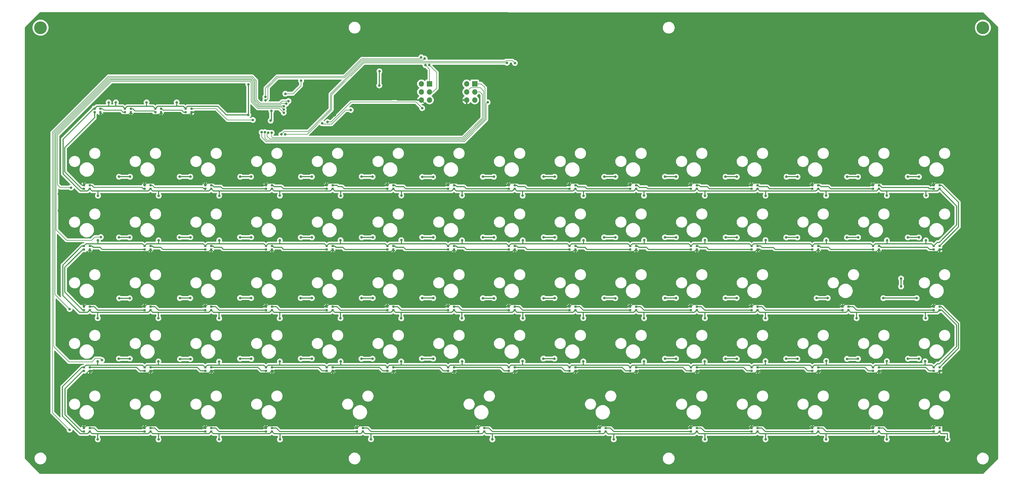
<source format=gbr>
G04 #@! TF.GenerationSoftware,KiCad,Pcbnew,7.0.1*
G04 #@! TF.CreationDate,2023-04-23T23:40:00+02:00*
G04 #@! TF.ProjectId,keyb_15x5,6b657962-5f31-4357-9835-2e6b69636164,rev?*
G04 #@! TF.SameCoordinates,Original*
G04 #@! TF.FileFunction,Copper,L1,Top*
G04 #@! TF.FilePolarity,Positive*
%FSLAX46Y46*%
G04 Gerber Fmt 4.6, Leading zero omitted, Abs format (unit mm)*
G04 Created by KiCad (PCBNEW 7.0.1) date 2023-04-23 23:40:00*
%MOMM*%
%LPD*%
G01*
G04 APERTURE LIST*
G04 #@! TA.AperFunction,WasherPad*
%ADD10C,4.000000*%
G04 #@! TD*
G04 #@! TA.AperFunction,SMDPad,CuDef*
%ADD11R,0.700000X0.700000*%
G04 #@! TD*
G04 #@! TA.AperFunction,ComponentPad*
%ADD12R,1.700000X1.700000*%
G04 #@! TD*
G04 #@! TA.AperFunction,ComponentPad*
%ADD13O,1.700000X1.700000*%
G04 #@! TD*
G04 #@! TA.AperFunction,ViaPad*
%ADD14C,0.800000*%
G04 #@! TD*
G04 #@! TA.AperFunction,Conductor*
%ADD15C,0.300000*%
G04 #@! TD*
G04 #@! TA.AperFunction,Conductor*
%ADD16C,0.200000*%
G04 #@! TD*
G04 #@! TA.AperFunction,Conductor*
%ADD17C,0.250000*%
G04 #@! TD*
G04 APERTURE END LIST*
D10*
X66920000Y-68750000D03*
X362670000Y-68750000D03*
D11*
X347235000Y-175390000D03*
X347235000Y-176490000D03*
X349065000Y-176490000D03*
X349065000Y-175390000D03*
X290085000Y-175390000D03*
X290085000Y-176490000D03*
X291915000Y-176490000D03*
X291915000Y-175390000D03*
X291915000Y-119340000D03*
X291915000Y-118240000D03*
X290085000Y-118240000D03*
X290085000Y-119340000D03*
X328185000Y-175390000D03*
X328185000Y-176490000D03*
X330015000Y-176490000D03*
X330015000Y-175390000D03*
X82365000Y-119340000D03*
X82365000Y-118240000D03*
X80535000Y-118240000D03*
X80535000Y-119340000D03*
X93420000Y-94150000D03*
X93420000Y-95250000D03*
X95250000Y-95250000D03*
X95250000Y-94150000D03*
X253815000Y-157440000D03*
X253815000Y-156340000D03*
X251985000Y-156340000D03*
X251985000Y-157440000D03*
X177615000Y-119340000D03*
X177615000Y-118240000D03*
X175785000Y-118240000D03*
X175785000Y-119340000D03*
X83895000Y-94150000D03*
X83895000Y-95250000D03*
X85725000Y-95250000D03*
X85725000Y-94150000D03*
X206190000Y-195540000D03*
X206190000Y-194440000D03*
X204360000Y-194440000D03*
X204360000Y-195540000D03*
X101415000Y-119340000D03*
X101415000Y-118240000D03*
X99585000Y-118240000D03*
X99585000Y-119340000D03*
X251985000Y-137290000D03*
X251985000Y-138390000D03*
X253815000Y-138390000D03*
X253815000Y-137290000D03*
X80535000Y-175390000D03*
X80535000Y-176490000D03*
X82365000Y-176490000D03*
X82365000Y-175390000D03*
X99585000Y-137290000D03*
X99585000Y-138390000D03*
X101415000Y-138390000D03*
X101415000Y-137290000D03*
X194835000Y-137290000D03*
X194835000Y-138390000D03*
X196665000Y-138390000D03*
X196665000Y-137290000D03*
X310965000Y-119340000D03*
X310965000Y-118240000D03*
X309135000Y-118240000D03*
X309135000Y-119340000D03*
X102945000Y-94150000D03*
X102945000Y-95250000D03*
X104775000Y-95250000D03*
X104775000Y-94150000D03*
X349065000Y-157440000D03*
X349065000Y-156340000D03*
X347235000Y-156340000D03*
X347235000Y-157440000D03*
X271035000Y-175390000D03*
X271035000Y-176490000D03*
X272865000Y-176490000D03*
X272865000Y-175390000D03*
X158565000Y-119340000D03*
X158565000Y-118240000D03*
X156735000Y-118240000D03*
X156735000Y-119340000D03*
X320490000Y-157440000D03*
X320490000Y-156340000D03*
X318660000Y-156340000D03*
X318660000Y-157440000D03*
X101415000Y-195540000D03*
X101415000Y-194440000D03*
X99585000Y-194440000D03*
X99585000Y-195540000D03*
X175785000Y-175390000D03*
X175785000Y-176490000D03*
X177615000Y-176490000D03*
X177615000Y-175390000D03*
X310965000Y-195540000D03*
X310965000Y-194440000D03*
X309135000Y-194440000D03*
X309135000Y-195540000D03*
X213885000Y-175390000D03*
X213885000Y-176490000D03*
X215715000Y-176490000D03*
X215715000Y-175390000D03*
X82365000Y-195540000D03*
X82365000Y-194440000D03*
X80535000Y-194440000D03*
X80535000Y-195540000D03*
X118635000Y-175390000D03*
X118635000Y-176490000D03*
X120465000Y-176490000D03*
X120465000Y-175390000D03*
X194835000Y-175390000D03*
X194835000Y-176490000D03*
X196665000Y-176490000D03*
X196665000Y-175390000D03*
X349065000Y-195540000D03*
X349065000Y-194440000D03*
X347235000Y-194440000D03*
X347235000Y-195540000D03*
X196665000Y-119340000D03*
X196665000Y-118240000D03*
X194835000Y-118240000D03*
X194835000Y-119340000D03*
X101415000Y-157440000D03*
X101415000Y-156340000D03*
X99585000Y-156340000D03*
X99585000Y-157440000D03*
X139510000Y-119330000D03*
X139510000Y-118230000D03*
X137680000Y-118230000D03*
X137680000Y-119330000D03*
X168090000Y-195540000D03*
X168090000Y-194440000D03*
X166260000Y-194440000D03*
X166260000Y-195540000D03*
X120465000Y-195540000D03*
X120465000Y-194440000D03*
X118635000Y-194440000D03*
X118635000Y-195540000D03*
X290085000Y-137290000D03*
X290085000Y-138390000D03*
X291915000Y-138390000D03*
X291915000Y-137290000D03*
X120465000Y-157440000D03*
X120465000Y-156340000D03*
X118635000Y-156340000D03*
X118635000Y-157440000D03*
X156735000Y-137290000D03*
X156735000Y-138390000D03*
X158565000Y-138390000D03*
X158565000Y-137290000D03*
X82365000Y-157440000D03*
X82365000Y-156340000D03*
X80535000Y-156340000D03*
X80535000Y-157440000D03*
X156735000Y-175390000D03*
X156735000Y-176490000D03*
X158565000Y-176490000D03*
X158565000Y-175390000D03*
X215715000Y-157440000D03*
X215715000Y-156340000D03*
X213885000Y-156340000D03*
X213885000Y-157440000D03*
X137685000Y-137290000D03*
X137685000Y-138390000D03*
X139515000Y-138390000D03*
X139515000Y-137290000D03*
X112470000Y-94150000D03*
X112470000Y-95250000D03*
X114300000Y-95250000D03*
X114300000Y-94150000D03*
X215715000Y-119340000D03*
X215715000Y-118240000D03*
X213885000Y-118240000D03*
X213885000Y-119340000D03*
X349065000Y-119340000D03*
X349065000Y-118240000D03*
X347235000Y-118240000D03*
X347235000Y-119340000D03*
X347235000Y-137290000D03*
X347235000Y-138390000D03*
X349065000Y-138390000D03*
X349065000Y-137290000D03*
X309135000Y-137290000D03*
X309135000Y-138390000D03*
X310965000Y-138390000D03*
X310965000Y-137290000D03*
X175785000Y-137290000D03*
X175785000Y-138390000D03*
X177615000Y-138390000D03*
X177615000Y-137290000D03*
X232935000Y-137290000D03*
X232935000Y-138390000D03*
X234765000Y-138390000D03*
X234765000Y-137290000D03*
X330015000Y-119340000D03*
X330015000Y-118240000D03*
X328185000Y-118240000D03*
X328185000Y-119340000D03*
X234765000Y-119340000D03*
X234765000Y-118240000D03*
X232935000Y-118240000D03*
X232935000Y-119340000D03*
X253815000Y-119340000D03*
X253815000Y-118240000D03*
X251985000Y-118240000D03*
X251985000Y-119340000D03*
X244290000Y-195540000D03*
X244290000Y-194440000D03*
X242460000Y-194440000D03*
X242460000Y-195540000D03*
X213885000Y-137290000D03*
X213885000Y-138390000D03*
X215715000Y-138390000D03*
X215715000Y-137290000D03*
X232935000Y-175390000D03*
X232935000Y-176490000D03*
X234765000Y-176490000D03*
X234765000Y-175390000D03*
X234765000Y-157440000D03*
X234765000Y-156340000D03*
X232935000Y-156340000D03*
X232935000Y-157440000D03*
X99585000Y-175390000D03*
X99585000Y-176490000D03*
X101415000Y-176490000D03*
X101415000Y-175390000D03*
X118635000Y-137290000D03*
X118635000Y-138390000D03*
X120465000Y-138390000D03*
X120465000Y-137290000D03*
X291915000Y-195540000D03*
X291915000Y-194440000D03*
X290085000Y-194440000D03*
X290085000Y-195540000D03*
X328185000Y-137290000D03*
X328185000Y-138390000D03*
X330015000Y-138390000D03*
X330015000Y-137290000D03*
X272865000Y-195540000D03*
X272865000Y-194440000D03*
X271035000Y-194440000D03*
X271035000Y-195540000D03*
X177615000Y-157440000D03*
X177615000Y-156340000D03*
X175785000Y-156340000D03*
X175785000Y-157440000D03*
X291915000Y-157440000D03*
X291915000Y-156340000D03*
X290085000Y-156340000D03*
X290085000Y-157440000D03*
X158565000Y-157440000D03*
X158565000Y-156340000D03*
X156735000Y-156340000D03*
X156735000Y-157440000D03*
X196665000Y-157440000D03*
X196665000Y-156340000D03*
X194835000Y-156340000D03*
X194835000Y-157440000D03*
X272865000Y-157440000D03*
X272865000Y-156340000D03*
X271035000Y-156340000D03*
X271035000Y-157440000D03*
X271035000Y-137290000D03*
X271035000Y-138390000D03*
X272865000Y-138390000D03*
X272865000Y-137290000D03*
D12*
X189000000Y-86360000D03*
D13*
X186460000Y-86360000D03*
X189000000Y-88900000D03*
X186460000Y-88900000D03*
X189000000Y-91440000D03*
X186460000Y-91440000D03*
D11*
X80535000Y-137290000D03*
X80535000Y-138390000D03*
X82365000Y-138390000D03*
X82365000Y-137290000D03*
X137685000Y-175390000D03*
X137685000Y-176490000D03*
X139515000Y-176490000D03*
X139515000Y-175390000D03*
X330015000Y-195540000D03*
X330015000Y-194440000D03*
X328185000Y-194440000D03*
X328185000Y-195540000D03*
X139515000Y-195540000D03*
X139515000Y-194440000D03*
X137685000Y-194440000D03*
X137685000Y-195540000D03*
X272865000Y-119340000D03*
X272865000Y-118240000D03*
X271035000Y-118240000D03*
X271035000Y-119340000D03*
X139515000Y-157440000D03*
X139515000Y-156340000D03*
X137685000Y-156340000D03*
X137685000Y-157440000D03*
X120465000Y-119340000D03*
X120465000Y-118240000D03*
X118635000Y-118240000D03*
X118635000Y-119340000D03*
X309135000Y-175390000D03*
X309135000Y-176490000D03*
X310965000Y-176490000D03*
X310965000Y-175390000D03*
X251985000Y-175390000D03*
X251985000Y-176490000D03*
X253815000Y-176490000D03*
X253815000Y-175390000D03*
D12*
X203200000Y-86360000D03*
D13*
X200660000Y-86360000D03*
X203200000Y-88900000D03*
X200660000Y-88900000D03*
X203200000Y-91440000D03*
X200660000Y-91440000D03*
D14*
X72370000Y-137560000D03*
X77210000Y-137560000D03*
X81120000Y-141470000D03*
X71890000Y-175240000D03*
X72240000Y-164850000D03*
X72270000Y-158920000D03*
X76920000Y-176590000D03*
X77740000Y-126220000D03*
X72630000Y-126200000D03*
X77740000Y-120890000D03*
X87120000Y-89180000D03*
X77550000Y-164850000D03*
X96480000Y-89150000D03*
X72630000Y-120910000D03*
X77520000Y-158950000D03*
X155500000Y-101500000D03*
X179500000Y-98000000D03*
X213500000Y-98000000D03*
X213500000Y-102500000D03*
X218000000Y-92000000D03*
X230000000Y-92000000D03*
X218000000Y-102500000D03*
X230000000Y-102500000D03*
X234500000Y-102500000D03*
X248500000Y-92000000D03*
X234500000Y-92000000D03*
X248500000Y-102500000D03*
X252500000Y-102500000D03*
X252500000Y-92000000D03*
X267000000Y-99500000D03*
X271000000Y-99500000D03*
X267000000Y-92000000D03*
X271000000Y-92000000D03*
X288500000Y-92000000D03*
X288500000Y-99500000D03*
X293500000Y-99500000D03*
X293500000Y-92000000D03*
X308000000Y-92000000D03*
X308000000Y-99500000D03*
X310000000Y-99500000D03*
X325000000Y-99500000D03*
X329500000Y-99500000D03*
X329500000Y-93000000D03*
X207240000Y-92180000D03*
X136330000Y-101570000D03*
X139450000Y-101740000D03*
X138390000Y-101750000D03*
X137330000Y-101560000D03*
X155280000Y-98730500D03*
X164290000Y-94600500D03*
X186690000Y-94010000D03*
X156980000Y-98350000D03*
X187690000Y-80500000D03*
X186400000Y-78070000D03*
X188950000Y-80510000D03*
X187470000Y-78440000D03*
X76050000Y-195000000D03*
X86200000Y-173100000D03*
X76050000Y-157100000D03*
X85850000Y-134500000D03*
X76500000Y-118950000D03*
X137500000Y-91550000D03*
X137500000Y-90500000D03*
X143250000Y-95450000D03*
X143250000Y-94450000D03*
X143250000Y-93400000D03*
X144050000Y-92600000D03*
X144750000Y-91800000D03*
X143730000Y-102190000D03*
X213300000Y-79800000D03*
X215800000Y-79850000D03*
X142500000Y-102250000D03*
X143750000Y-89500000D03*
X148700000Y-85400000D03*
X159250000Y-96250000D03*
X178050000Y-86900000D03*
X179500000Y-81650000D03*
X173300000Y-82450000D03*
X173250000Y-86900000D03*
X132150000Y-86600000D03*
X142100000Y-96250000D03*
X142100000Y-101100000D03*
X139400000Y-94900000D03*
X139150000Y-97950000D03*
X132100000Y-96150000D03*
X125350000Y-98700000D03*
X133550000Y-97700000D03*
X218250000Y-140500000D03*
X237320000Y-154420000D03*
X180130000Y-154450000D03*
X275400000Y-178990000D03*
X122990000Y-140440000D03*
X218250000Y-116500000D03*
X256350000Y-116500000D03*
X180100000Y-140500000D03*
X344650000Y-154500000D03*
X313500000Y-140500000D03*
X161070000Y-178880000D03*
X122980000Y-116520000D03*
X218230000Y-154390000D03*
X109650000Y-97200000D03*
X142060000Y-192560000D03*
X294470000Y-179020000D03*
X170640000Y-192540000D03*
X256330000Y-179020000D03*
X199150000Y-140500000D03*
X351590000Y-192580000D03*
X161120000Y-154450000D03*
X84880000Y-192490000D03*
X237300000Y-116500000D03*
X180130000Y-116520000D03*
X199190000Y-154420000D03*
X84870000Y-154440000D03*
X332550000Y-116550000D03*
X275380000Y-192560000D03*
X100200000Y-97250000D03*
X103950000Y-140500000D03*
X294440000Y-154440000D03*
X161080000Y-116520000D03*
X323005000Y-154505000D03*
X344560000Y-178990000D03*
X275350000Y-140500000D03*
X84950000Y-116500000D03*
X199200000Y-116500000D03*
X332570000Y-178990000D03*
X90600000Y-97250000D03*
X103930000Y-154410000D03*
X142030000Y-116520000D03*
X88300000Y-97250000D03*
X142030000Y-178920000D03*
X313490000Y-192570000D03*
X275350000Y-116500000D03*
X294430000Y-192560000D03*
X275400000Y-154400000D03*
X103950000Y-116500000D03*
X103930000Y-178970000D03*
X256350000Y-140500000D03*
X237260000Y-179020000D03*
X294500000Y-140450000D03*
X84850000Y-178890000D03*
X103950000Y-192540000D03*
X246830000Y-192540000D03*
X313500000Y-116550000D03*
X142050000Y-140500000D03*
X208740000Y-192520000D03*
X344850000Y-140550000D03*
X332530000Y-192540000D03*
X199180000Y-178950000D03*
X256340000Y-154390000D03*
X218260000Y-178990000D03*
X122980000Y-178940000D03*
X122990000Y-154410000D03*
X180110000Y-178850000D03*
X344780000Y-116520000D03*
X332500000Y-140500000D03*
X122990000Y-192570000D03*
X237300000Y-140500000D03*
X84900000Y-140500000D03*
X294450000Y-116500000D03*
X142030000Y-154450000D03*
X161050000Y-140500000D03*
X313480000Y-178990000D03*
X161090000Y-135460000D03*
X313500000Y-135500000D03*
X109650000Y-92200000D03*
X161100000Y-121500000D03*
X103950000Y-198020000D03*
X84900000Y-135500000D03*
X84850000Y-173550000D03*
X88300000Y-92200000D03*
X104000000Y-121500000D03*
X323040000Y-159980000D03*
X90550000Y-92200000D03*
X332530000Y-198000000D03*
X142060000Y-198020000D03*
X142000000Y-160020000D03*
X100200000Y-92200000D03*
X294450000Y-135450000D03*
X351590000Y-197990000D03*
X246830000Y-198000000D03*
X161060000Y-159990000D03*
X84890000Y-198000000D03*
X180110000Y-173520000D03*
X344550000Y-173460000D03*
X332530000Y-173450000D03*
X142030000Y-173520000D03*
X103930000Y-173530000D03*
X275410000Y-198000000D03*
X161110000Y-173520000D03*
X218220000Y-173450000D03*
X122990000Y-197990000D03*
X199200000Y-135500000D03*
X170640000Y-197950000D03*
X103910000Y-159970000D03*
X208720000Y-198020000D03*
X256330000Y-173480000D03*
X180150000Y-135450000D03*
X275400000Y-121500000D03*
X313480000Y-121480000D03*
X218230000Y-121480000D03*
X294440000Y-160010000D03*
X313510000Y-173380000D03*
X256350000Y-135450000D03*
X237260000Y-159930000D03*
X344770000Y-135520000D03*
X237300000Y-121500000D03*
X122970000Y-173560000D03*
X142040000Y-135510000D03*
X180150000Y-121450000D03*
X344850000Y-121450000D03*
X218260000Y-159960000D03*
X123000000Y-121500000D03*
X332530000Y-121480000D03*
X275370000Y-173480000D03*
X275430000Y-159970000D03*
X84870000Y-159930000D03*
X142030000Y-121480000D03*
X256330000Y-121480000D03*
X218250000Y-135500000D03*
X84950000Y-121500000D03*
X332550000Y-135500000D03*
X199220000Y-173480000D03*
X313480000Y-198000000D03*
X344680000Y-159950000D03*
X199190000Y-159990000D03*
X275400000Y-135450000D03*
X123000000Y-135500000D03*
X294460000Y-197970000D03*
X294450000Y-121500000D03*
X256340000Y-159960000D03*
X199200000Y-121450000D03*
X237300000Y-135500000D03*
X103950000Y-135500000D03*
X122990000Y-159990000D03*
X180130000Y-159990000D03*
X237270000Y-173510000D03*
X294440000Y-173450000D03*
X190150000Y-115600000D03*
X243850000Y-115550000D03*
X133000000Y-115550000D03*
X266350000Y-115550000D03*
X113950000Y-115550000D03*
X148650000Y-115550000D03*
X228250000Y-115550000D03*
X285450000Y-115550000D03*
X342600000Y-115550000D03*
X91550000Y-115550000D03*
X152100000Y-115550000D03*
X205750000Y-115550000D03*
X224800000Y-115550000D03*
X110600000Y-115550000D03*
X95000000Y-115550000D03*
X129600000Y-115550000D03*
X301050000Y-115550000D03*
X281900000Y-115550000D03*
X320050000Y-115550000D03*
X339100000Y-115550000D03*
X247350000Y-115550000D03*
X167700000Y-115500000D03*
X186700000Y-115600000D03*
X262900000Y-115500000D03*
X304500000Y-115550000D03*
X209200000Y-115550000D03*
X323500000Y-115550000D03*
X171150000Y-115550000D03*
X133050000Y-134550000D03*
X323500000Y-134550000D03*
X205800000Y-134550000D03*
X304450000Y-134600000D03*
X148600000Y-134600000D03*
X152100000Y-134600000D03*
X224850000Y-134550000D03*
X110550000Y-134550000D03*
X281950000Y-134550000D03*
X113950000Y-134550000D03*
X94900000Y-134600000D03*
X266350000Y-134550000D03*
X342600000Y-134600000D03*
X167700000Y-134600000D03*
X91550000Y-134600000D03*
X243800000Y-134550000D03*
X129550000Y-134550000D03*
X300950000Y-134600000D03*
X320000000Y-134600000D03*
X171200000Y-134550000D03*
X228250000Y-134600000D03*
X190150000Y-134550000D03*
X209200000Y-134600000D03*
X247350000Y-134550000D03*
X262900000Y-134550000D03*
X339100000Y-134600000D03*
X285450000Y-134600000D03*
X186700000Y-134550000D03*
X171190000Y-153610000D03*
X129560000Y-153580000D03*
X152080000Y-153640000D03*
X190160000Y-153640000D03*
X186670000Y-153610000D03*
X281890000Y-153630000D03*
X133020000Y-153640000D03*
X94900000Y-153700000D03*
X228260000Y-153640000D03*
X113900000Y-153650000D03*
X266370000Y-153620000D03*
X167690000Y-153610000D03*
X331430000Y-153660000D03*
X262880000Y-153650000D03*
X341880000Y-153660000D03*
X313980000Y-153630000D03*
X243850000Y-153640000D03*
X310490000Y-153660000D03*
X91600000Y-153700000D03*
X285410000Y-153630000D03*
X110650000Y-153650000D03*
X209200000Y-153670000D03*
X247310000Y-153670000D03*
X224770000Y-153670000D03*
X148560000Y-153640000D03*
X205760000Y-153670000D03*
X129530000Y-172670000D03*
X320020000Y-172730000D03*
X323480000Y-172700000D03*
X152070000Y-172640000D03*
X110700000Y-172750000D03*
X339150000Y-172660000D03*
X133060000Y-172710000D03*
X266370000Y-172640000D03*
X300930000Y-172660000D03*
X113950000Y-172750000D03*
X342540000Y-172660000D03*
X91500000Y-172650000D03*
X262870000Y-172670000D03*
X167650000Y-172710000D03*
X186620000Y-172640000D03*
X148580000Y-172670000D03*
X304460000Y-172700000D03*
X94950000Y-172650000D03*
X171110000Y-172670000D03*
X190150000Y-172640000D03*
X228230000Y-172640000D03*
X281910000Y-172640000D03*
X285440000Y-172670000D03*
X224740000Y-172640000D03*
X337000000Y-147500000D03*
X337000000Y-150000000D03*
D15*
X84570000Y-141470000D02*
X81120000Y-141470000D01*
X77210000Y-137560000D02*
X72370000Y-137560000D01*
X84900000Y-141140000D02*
X84570000Y-141470000D01*
X84900000Y-140500000D02*
X84900000Y-141140000D01*
D16*
X71890000Y-175240000D02*
X75570000Y-175240000D01*
X77550000Y-164850000D02*
X72240000Y-164850000D01*
X77490000Y-158920000D02*
X77520000Y-158950000D01*
X77740000Y-126220000D02*
X72650000Y-126220000D01*
X77720000Y-120910000D02*
X77740000Y-120890000D01*
X72270000Y-158920000D02*
X77490000Y-158920000D01*
X72630000Y-120910000D02*
X77720000Y-120910000D01*
X72650000Y-126220000D02*
X72630000Y-126200000D01*
X96480000Y-89150000D02*
X87150000Y-89150000D01*
X87150000Y-89150000D02*
X87120000Y-89180000D01*
X75570000Y-175240000D02*
X76920000Y-176590000D01*
D15*
X156000000Y-102000000D02*
X155500000Y-101500000D01*
X179500000Y-98000000D02*
X179500000Y-102000000D01*
X213500000Y-102500000D02*
X213500000Y-98000000D01*
X218000000Y-92000000D02*
X218000000Y-102500000D01*
X230000000Y-102500000D02*
X230000000Y-92000000D01*
X179500000Y-102000000D02*
X156000000Y-102000000D01*
X234500000Y-92000000D02*
X234500000Y-102500000D01*
X248500000Y-102500000D02*
X248500000Y-92000000D01*
X252500000Y-92000000D02*
X252500000Y-102500000D01*
X267000000Y-99500000D02*
X267000000Y-92000000D01*
X271000000Y-92000000D02*
X271000000Y-99500000D01*
X288500000Y-99500000D02*
X288500000Y-92000000D01*
X293500000Y-92000000D02*
X293500000Y-99500000D01*
X308000000Y-99500000D02*
X308000000Y-92000000D01*
X325000000Y-99500000D02*
X310000000Y-99500000D01*
X329500000Y-93000000D02*
X329500000Y-99500000D01*
D16*
X206810000Y-92610000D02*
X207240000Y-92180000D01*
X206810000Y-97595686D02*
X206810000Y-92610000D01*
X199925686Y-104480000D02*
X206810000Y-97595686D01*
X137754314Y-104480000D02*
X199925686Y-104480000D01*
X136330000Y-103055686D02*
X137754314Y-104480000D01*
X136330000Y-101570000D02*
X136330000Y-103055686D01*
X205600000Y-97108628D02*
X205600000Y-89670000D01*
X204830000Y-88900000D02*
X203200000Y-88900000D01*
X139700000Y-103280000D02*
X199428628Y-103280000D01*
X139450000Y-103030000D02*
X139700000Y-103280000D01*
X199428628Y-103280000D02*
X205600000Y-97108628D01*
X205600000Y-89670000D02*
X204830000Y-88900000D01*
X139450000Y-101750500D02*
X139450000Y-103030000D01*
X138060000Y-102080000D02*
X138390000Y-101750000D01*
X138060000Y-102890000D02*
X138060000Y-102080000D01*
X199594314Y-103680000D02*
X138850000Y-103680000D01*
X206010000Y-88660000D02*
X206010000Y-97264314D01*
X204970000Y-87620000D02*
X206010000Y-88660000D01*
X201940000Y-87620000D02*
X204970000Y-87620000D01*
X138850000Y-103680000D02*
X138060000Y-102890000D01*
X200660000Y-88900000D02*
X201940000Y-87620000D01*
X206010000Y-97264314D02*
X199594314Y-103680000D01*
X137920000Y-104080000D02*
X137330000Y-103490000D01*
X206410000Y-97430000D02*
X199760000Y-104080000D01*
X137330000Y-103490000D02*
X137330000Y-101560000D01*
X206410000Y-87570000D02*
X206410000Y-97430000D01*
X205200000Y-86360000D02*
X206410000Y-87570000D01*
X203200000Y-86360000D02*
X205200000Y-86360000D01*
X199760000Y-104080000D02*
X137920000Y-104080000D01*
X155599500Y-99050000D02*
X155280000Y-98730500D01*
X156280000Y-99050000D02*
X155599500Y-99050000D01*
X162699500Y-94600500D02*
X158250000Y-99050000D01*
X158250000Y-99050000D02*
X156280000Y-99050000D01*
X164290000Y-94600500D02*
X162699500Y-94600500D01*
X184750000Y-92070000D02*
X186690000Y-94010000D01*
X184610000Y-92070000D02*
X184750000Y-92070000D01*
X164480000Y-92070000D02*
X184610000Y-92070000D01*
X158200000Y-98350000D02*
X164480000Y-92070000D01*
X156980000Y-98350000D02*
X158200000Y-98350000D01*
X137500000Y-87714314D02*
X137500000Y-90500000D01*
X141184314Y-84030000D02*
X137500000Y-87714314D01*
X162254314Y-84030000D02*
X141184314Y-84030000D01*
X167744314Y-78540000D02*
X162254314Y-84030000D01*
X185930000Y-78540000D02*
X167744314Y-78540000D01*
X186400000Y-78070000D02*
X185930000Y-78540000D01*
X189000000Y-81810000D02*
X187690000Y-80500000D01*
X189000000Y-86360000D02*
X189000000Y-81810000D01*
X190120000Y-88900000D02*
X189000000Y-88900000D01*
X191260000Y-87760000D02*
X190120000Y-88900000D01*
X191260000Y-82820000D02*
X191260000Y-87760000D01*
X188950000Y-80510000D02*
X191260000Y-82820000D01*
X186970000Y-78940000D02*
X187470000Y-78440000D01*
X167910000Y-78940000D02*
X186970000Y-78940000D01*
X141350000Y-84430000D02*
X162420000Y-84430000D01*
X141310000Y-84470000D02*
X141350000Y-84430000D01*
X138250000Y-87530000D02*
X141310000Y-84470000D01*
X137770000Y-91550000D02*
X138250000Y-91070000D01*
X162420000Y-84430000D02*
X167910000Y-78940000D01*
X138250000Y-91070000D02*
X138250000Y-87530000D01*
X137500000Y-91550000D02*
X137770000Y-91550000D01*
D15*
X188340000Y-93320000D02*
X186460000Y-91440000D01*
X190200000Y-93320000D02*
X188340000Y-93320000D01*
X192080000Y-91440000D02*
X190200000Y-93320000D01*
X200660000Y-91440000D02*
X192080000Y-91440000D01*
X186460000Y-91440000D02*
X178940000Y-91440000D01*
X178940000Y-91440000D02*
X178050000Y-90550000D01*
D16*
X70650000Y-101634315D02*
X70650000Y-189600000D01*
X134649999Y-85337256D02*
X133362741Y-84050000D01*
X134650000Y-91337256D02*
X134649999Y-85337256D01*
X88234314Y-84050000D02*
X70650000Y-101634315D01*
X135812744Y-92500000D02*
X134650000Y-91337256D01*
X133362741Y-84050000D02*
X88234314Y-84050000D01*
X142084314Y-92500000D02*
X135812744Y-92500000D01*
X70650000Y-189600000D02*
X76050000Y-195000000D01*
X142784314Y-91800000D02*
X142084314Y-92500000D01*
X144750000Y-91800000D02*
X142784314Y-91800000D01*
X85700000Y-172600000D02*
X86200000Y-173100000D01*
X84100000Y-172600000D02*
X85700000Y-172600000D01*
X83050000Y-173650000D02*
X84100000Y-172600000D01*
X75850000Y-173650000D02*
X83050000Y-173650000D01*
X71050000Y-168850000D02*
X75850000Y-173650000D01*
X71050000Y-101800000D02*
X71050000Y-168850000D01*
X88400000Y-84450000D02*
X71050000Y-101800000D01*
X130300000Y-84450000D02*
X88400000Y-84450000D01*
X134249999Y-85502942D02*
X133197056Y-84450000D01*
X134250000Y-91502942D02*
X134249999Y-85502942D01*
X135647058Y-92900000D02*
X134250000Y-91502942D01*
X133197056Y-84450000D02*
X130300000Y-84450000D01*
X142250000Y-92900000D02*
X135647058Y-92900000D01*
X142550000Y-92600000D02*
X142250000Y-92900000D01*
X144050000Y-92600000D02*
X142550000Y-92600000D01*
X71450000Y-152500000D02*
X76050000Y-157100000D01*
X133849999Y-85668628D02*
X133031370Y-84850000D01*
X133850000Y-91668628D02*
X133849999Y-85668628D01*
X135481372Y-93300000D02*
X133850000Y-91668628D01*
X71450000Y-102000000D02*
X71450000Y-152500000D01*
X88600000Y-84850000D02*
X71450000Y-102000000D01*
X143150000Y-93300000D02*
X135481372Y-93300000D01*
X143250000Y-93400000D02*
X143150000Y-93300000D01*
X133031370Y-84850000D02*
X88600000Y-84850000D01*
X84000000Y-134500000D02*
X85850000Y-134500000D01*
X83000000Y-135500000D02*
X84000000Y-134500000D01*
X75150000Y-135500000D02*
X83000000Y-135500000D01*
X71850000Y-132200000D02*
X75150000Y-135500000D01*
X71850000Y-102200000D02*
X71850000Y-132200000D01*
X88800000Y-85250000D02*
X71850000Y-102200000D01*
X132865685Y-85250000D02*
X88800000Y-85250000D01*
X133450000Y-85834314D02*
X132865685Y-85250000D01*
X133450000Y-91834314D02*
X133450000Y-85834314D01*
X135315686Y-93700000D02*
X133450000Y-91834314D01*
X142500000Y-93700000D02*
X135315686Y-93700000D01*
X143250000Y-94450000D02*
X142500000Y-93700000D01*
X73150000Y-118950000D02*
X76500000Y-118950000D01*
X72250000Y-118050000D02*
X73150000Y-118950000D01*
X72250000Y-102400000D02*
X72250000Y-118050000D01*
X89000000Y-85650000D02*
X72250000Y-102400000D01*
X89150000Y-85650000D02*
X89000000Y-85650000D01*
X89450000Y-85650000D02*
X89150000Y-85650000D01*
X132700000Y-85650000D02*
X89450000Y-85650000D01*
X135150000Y-94100000D02*
X133050000Y-92000000D01*
X133050000Y-86000000D02*
X132700000Y-85650000D01*
X141900000Y-94100000D02*
X135150000Y-94100000D01*
X143250000Y-95450000D02*
X141900000Y-94100000D01*
X133050000Y-92000000D02*
X133050000Y-86000000D01*
X143400000Y-101350000D02*
X142500000Y-102250000D01*
X150884314Y-101350000D02*
X143400000Y-101350000D01*
X157900000Y-94334314D02*
X150884314Y-101350000D01*
X157900000Y-89634314D02*
X157900000Y-94334314D01*
X168134314Y-79400000D02*
X157900000Y-89634314D01*
X212710050Y-79400000D02*
X168134314Y-79400000D01*
X213010050Y-79100000D02*
X212710050Y-79400000D01*
X215050000Y-79100000D02*
X213010050Y-79100000D01*
X215800000Y-79850000D02*
X215050000Y-79100000D01*
X168300000Y-79800000D02*
X213300000Y-79800000D01*
X150600000Y-102200000D02*
X158300000Y-94500000D01*
X144050000Y-102200000D02*
X150600000Y-102200000D01*
X158300000Y-94500000D02*
X158300000Y-89800000D01*
X158300000Y-89800000D02*
X168300000Y-79800000D01*
X146150000Y-89500000D02*
X143750000Y-89500000D01*
X148700000Y-85400000D02*
X148700000Y-86950000D01*
X148700000Y-86950000D02*
X146150000Y-89500000D01*
D15*
X178050000Y-90550000D02*
X178050000Y-86900000D01*
X177200000Y-91400000D02*
X178050000Y-90550000D01*
X164100000Y-91400000D02*
X177200000Y-91400000D01*
X159250000Y-96250000D02*
X164100000Y-91400000D01*
X179500000Y-85450000D02*
X178050000Y-86900000D01*
X179500000Y-81650000D02*
X179500000Y-85450000D01*
X173250000Y-82500000D02*
X173300000Y-82450000D01*
X173250000Y-86900000D02*
X173250000Y-82500000D01*
X132150000Y-96100000D02*
X132100000Y-96150000D01*
X132150000Y-86600000D02*
X132150000Y-96100000D01*
X142100000Y-101100000D02*
X142100000Y-96250000D01*
X139400000Y-97700000D02*
X139150000Y-97950000D01*
X139400000Y-94900000D02*
X139400000Y-97700000D01*
X125250000Y-96150000D02*
X132100000Y-96150000D01*
X122550000Y-93450000D02*
X125250000Y-96150000D01*
X113050000Y-93450000D02*
X122550000Y-93450000D01*
X112470000Y-94030000D02*
X113050000Y-93450000D01*
X112470000Y-94150000D02*
X112470000Y-94030000D01*
D17*
X121900000Y-95250000D02*
X125350000Y-98700000D01*
X114300000Y-95250000D02*
X121900000Y-95250000D01*
D16*
X125600000Y-97700000D02*
X133550000Y-97700000D01*
X122050000Y-94150000D02*
X125600000Y-97700000D01*
X114300000Y-94150000D02*
X122050000Y-94150000D01*
D15*
X272165000Y-177190000D02*
X256400000Y-177190000D01*
X234765000Y-176490000D02*
X234065000Y-177190000D01*
X120465000Y-176490000D02*
X119765000Y-177190000D01*
X346535000Y-193740000D02*
X347235000Y-194440000D01*
X237230000Y-177190000D02*
X235465000Y-177190000D01*
X175085000Y-155640000D02*
X175785000Y-156340000D01*
X99585000Y-194440000D02*
X100285000Y-193740000D01*
X294450000Y-139090000D02*
X292615000Y-139090000D01*
X137160000Y-117540000D02*
X137680000Y-118060000D01*
X351590000Y-192580000D02*
X351590000Y-193720000D01*
X119765000Y-177190000D02*
X103910000Y-177190000D01*
X161120000Y-154450000D02*
X161120000Y-155610000D01*
X344580000Y-177190000D02*
X332570000Y-177190000D01*
X122990000Y-140440000D02*
X122990000Y-139150000D01*
X84870000Y-154440000D02*
X84870000Y-155640000D01*
X199200000Y-139090000D02*
X197365000Y-139090000D01*
X235465000Y-139090000D02*
X234765000Y-138390000D01*
X311665000Y-177190000D02*
X310965000Y-176490000D01*
X159265000Y-139090000D02*
X158565000Y-138390000D01*
X332550000Y-117490000D02*
X332500000Y-117540000D01*
X313500000Y-139090000D02*
X313500000Y-140500000D01*
X232235000Y-155640000D02*
X232935000Y-156340000D01*
D17*
X104775000Y-95250000D02*
X105450000Y-95925000D01*
D15*
X251985000Y-156340000D02*
X252685000Y-155640000D01*
X254515000Y-177190000D02*
X253815000Y-176490000D01*
X142030000Y-154450000D02*
X142030000Y-155640000D01*
X101415000Y-176490000D02*
X100715000Y-177190000D01*
X271035000Y-118240000D02*
X271735000Y-117540000D01*
X75330000Y-189235000D02*
X80535000Y-194440000D01*
X290085000Y-118240000D02*
X290785000Y-117540000D01*
X177615000Y-176490000D02*
X176915000Y-177190000D01*
X103930000Y-155640000D02*
X117935000Y-155640000D01*
X123000000Y-116540000D02*
X123000000Y-117540000D01*
X218260000Y-155640000D02*
X232235000Y-155640000D01*
X237320000Y-155640000D02*
X251285000Y-155640000D01*
X309835000Y-193740000D02*
X313480000Y-193740000D01*
X99585000Y-118240000D02*
X100285000Y-117540000D01*
X142030000Y-177190000D02*
X140215000Y-177190000D01*
X275350000Y-116500000D02*
X275350000Y-117540000D01*
X344800000Y-139090000D02*
X332500000Y-139090000D01*
X349715000Y-176490000D02*
X349065000Y-176490000D01*
X161050000Y-139090000D02*
X161050000Y-140500000D01*
X309135000Y-118240000D02*
X309835000Y-117540000D01*
X254515000Y-139090000D02*
X253815000Y-138390000D01*
X199200000Y-117540000D02*
X213185000Y-117540000D01*
X289385000Y-193740000D02*
X290085000Y-194440000D01*
D17*
X109700000Y-95925000D02*
X113625000Y-95925000D01*
D15*
X253115000Y-139090000D02*
X237300000Y-139090000D01*
X237320000Y-154420000D02*
X237320000Y-155640000D01*
X256400000Y-177190000D02*
X254515000Y-177190000D01*
X98885000Y-117540000D02*
X99585000Y-118240000D01*
X161070000Y-178880000D02*
X161070000Y-177190000D01*
X180110000Y-177190000D02*
X178315000Y-177190000D01*
X275400000Y-178990000D02*
X275400000Y-177230000D01*
X180130000Y-155610000D02*
X180100000Y-155640000D01*
D17*
X90550000Y-95925000D02*
X94575000Y-95925000D01*
D15*
X328885000Y-117540000D02*
X332500000Y-117540000D01*
X330715000Y-177190000D02*
X330015000Y-176490000D01*
X270335000Y-193740000D02*
X271035000Y-194440000D01*
X313510000Y-177190000D02*
X311665000Y-177190000D01*
X216415000Y-139090000D02*
X215715000Y-138390000D01*
X166960000Y-193740000D02*
X170600000Y-193740000D01*
X215015000Y-139090000D02*
X199200000Y-139090000D01*
X205060000Y-193740000D02*
X208740000Y-193740000D01*
X327485000Y-193740000D02*
X328185000Y-194440000D01*
X310965000Y-138390000D02*
X310265000Y-139090000D01*
X310965000Y-176490000D02*
X310265000Y-177190000D01*
X294450000Y-139090000D02*
X294450000Y-140400000D01*
X80535000Y-156340000D02*
X81235000Y-155640000D01*
X218250000Y-117540000D02*
X232235000Y-117540000D01*
X291915000Y-176490000D02*
X291215000Y-177190000D01*
X253815000Y-176490000D02*
X253115000Y-177190000D01*
X292615000Y-139090000D02*
X291915000Y-138390000D01*
X81235000Y-117540000D02*
X84900000Y-117540000D01*
X271735000Y-155640000D02*
X275430000Y-155640000D01*
X208740000Y-192520000D02*
X208740000Y-193740000D01*
X323070000Y-155640000D02*
X344700000Y-155640000D01*
X313490000Y-193730000D02*
X313480000Y-193740000D01*
X142030000Y-155640000D02*
X156035000Y-155640000D01*
X256350000Y-116500000D02*
X256350000Y-117540000D01*
X203660000Y-193740000D02*
X204360000Y-194440000D01*
X204360000Y-194440000D02*
X205060000Y-193740000D01*
X100715000Y-139090000D02*
X84900000Y-139090000D01*
X103950000Y-139090000D02*
X102115000Y-139090000D01*
X332550000Y-116550000D02*
X332550000Y-117490000D01*
X275350000Y-139090000D02*
X273565000Y-139090000D01*
X294450000Y-140400000D02*
X294500000Y-140450000D01*
X178315000Y-139090000D02*
X177615000Y-138390000D01*
X232935000Y-156340000D02*
X233635000Y-155640000D01*
X197365000Y-139090000D02*
X196665000Y-138390000D01*
X346535000Y-117540000D02*
X347235000Y-118240000D01*
X270335000Y-117540000D02*
X271035000Y-118240000D01*
X119765000Y-139090000D02*
X103950000Y-139090000D01*
X233635000Y-155640000D02*
X237320000Y-155640000D01*
X272165000Y-139090000D02*
X256350000Y-139090000D01*
X196665000Y-176490000D02*
X195965000Y-177190000D01*
D17*
X88300000Y-95925000D02*
X88300000Y-97250000D01*
D15*
X291215000Y-177190000D02*
X275360000Y-177190000D01*
X355680000Y-170525000D02*
X349715000Y-176490000D01*
X232235000Y-117540000D02*
X232935000Y-118240000D01*
X253815000Y-138390000D02*
X253115000Y-139090000D01*
X308435000Y-117540000D02*
X309135000Y-118240000D01*
X175785000Y-156340000D02*
X176485000Y-155640000D01*
X199200000Y-140450000D02*
X199150000Y-140500000D01*
X349715000Y-138390000D02*
X349065000Y-138390000D01*
X237300000Y-116500000D02*
X237300000Y-117540000D01*
X253115000Y-177190000D02*
X237230000Y-177190000D01*
X80535000Y-118240000D02*
X81235000Y-117540000D01*
X328885000Y-193740000D02*
X332530000Y-193740000D01*
X313500000Y-139090000D02*
X311665000Y-139090000D01*
X271735000Y-193740000D02*
X275430000Y-193740000D01*
X237300000Y-139090000D02*
X237300000Y-140500000D01*
X176915000Y-177190000D02*
X161070000Y-177190000D01*
D17*
X103930000Y-177210000D02*
X103910000Y-177190000D01*
D15*
X208740000Y-193740000D02*
X241760000Y-193740000D01*
X122990000Y-193730000D02*
X123000000Y-193740000D01*
X81235000Y-155640000D02*
X84870000Y-155640000D01*
X252685000Y-117540000D02*
X256350000Y-117540000D01*
X237300000Y-139090000D02*
X235465000Y-139090000D01*
X215015000Y-177190000D02*
X199220000Y-177190000D01*
X291915000Y-138390000D02*
X291215000Y-139090000D01*
X137685000Y-156340000D02*
X138385000Y-155640000D01*
X348365000Y-177190000D02*
X344580000Y-177190000D01*
X275380000Y-192560000D02*
X275380000Y-193690000D01*
X103910000Y-177190000D02*
X102115000Y-177190000D01*
X180130000Y-154450000D02*
X180130000Y-155610000D01*
X319360000Y-155640000D02*
X323070000Y-155640000D01*
X109650000Y-97200000D02*
X109650000Y-95975000D01*
X328185000Y-118240000D02*
X328885000Y-117540000D01*
X294430000Y-193710000D02*
X294460000Y-193740000D01*
X218250000Y-139090000D02*
X216415000Y-139090000D01*
X159265000Y-177190000D02*
X158565000Y-176490000D01*
X347235000Y-156340000D02*
X347935000Y-155640000D01*
D17*
X105450000Y-95925000D02*
X109700000Y-95925000D01*
D15*
X195535000Y-117540000D02*
X199200000Y-117540000D01*
D17*
X237260000Y-177220000D02*
X237230000Y-177190000D01*
D15*
X103950000Y-117540000D02*
X117935000Y-117540000D01*
X294430000Y-192560000D02*
X294430000Y-193710000D01*
D17*
X256330000Y-177260000D02*
X256400000Y-177190000D01*
D15*
X177615000Y-138390000D02*
X176915000Y-139090000D01*
X84850000Y-177190000D02*
X83065000Y-177190000D01*
X141950000Y-139090000D02*
X140215000Y-139090000D01*
X218230000Y-154390000D02*
X218230000Y-155610000D01*
X176485000Y-155640000D02*
X180100000Y-155640000D01*
X323005000Y-154505000D02*
X323005000Y-155575000D01*
X313480000Y-178990000D02*
X313480000Y-177220000D01*
X156035000Y-155640000D02*
X156735000Y-156340000D01*
X138385000Y-155640000D02*
X142030000Y-155640000D01*
X157865000Y-139090000D02*
X141950000Y-139090000D01*
D17*
X218260000Y-177230000D02*
X218220000Y-177190000D01*
D15*
X327485000Y-117540000D02*
X328185000Y-118240000D01*
X170640000Y-192540000D02*
X170640000Y-193700000D01*
X216415000Y-177190000D02*
X215715000Y-176490000D01*
X251985000Y-118240000D02*
X252685000Y-117540000D01*
X273565000Y-139090000D02*
X272865000Y-138390000D01*
X251285000Y-155640000D02*
X251985000Y-156340000D01*
X122980000Y-177190000D02*
X122980000Y-178940000D01*
X213885000Y-118240000D02*
X214585000Y-117540000D01*
X122990000Y-154410000D02*
X122990000Y-155640000D01*
X120465000Y-138390000D02*
X119765000Y-139090000D01*
X81235000Y-193740000D02*
X84910000Y-193740000D01*
X199160000Y-155640000D02*
X213185000Y-155640000D01*
X290785000Y-193740000D02*
X294460000Y-193740000D01*
X157435000Y-117540000D02*
X161100000Y-117540000D01*
X271735000Y-117540000D02*
X275350000Y-117540000D01*
X194135000Y-155640000D02*
X194835000Y-156340000D01*
X290785000Y-155640000D02*
X294440000Y-155640000D01*
X103950000Y-139090000D02*
X103950000Y-140500000D01*
X137685000Y-194440000D02*
X138385000Y-193740000D01*
D17*
X88300000Y-95925000D02*
X90550000Y-95925000D01*
D15*
X180150000Y-139090000D02*
X178315000Y-139090000D01*
X156735000Y-156340000D02*
X157435000Y-155640000D01*
X347935000Y-193740000D02*
X351570000Y-193740000D01*
X195965000Y-139090000D02*
X180150000Y-139090000D01*
X332570000Y-178990000D02*
X332570000Y-177190000D01*
X138815000Y-177190000D02*
X122980000Y-177190000D01*
X103930000Y-178970000D02*
X103930000Y-177210000D01*
X122990000Y-155640000D02*
X136985000Y-155640000D01*
X332530000Y-193740000D02*
X346535000Y-193740000D01*
X330015000Y-138390000D02*
X329315000Y-139090000D01*
X136985000Y-193740000D02*
X137685000Y-194440000D01*
X118635000Y-156340000D02*
X119335000Y-155640000D01*
X161100000Y-117540000D02*
X175085000Y-117540000D01*
X237260000Y-179020000D02*
X237260000Y-177220000D01*
X90600000Y-95975000D02*
X90550000Y-95925000D01*
X199200000Y-139090000D02*
X199200000Y-140450000D01*
X98885000Y-193740000D02*
X99585000Y-194440000D01*
X234765000Y-138390000D02*
X234065000Y-139090000D01*
X237300000Y-117540000D02*
X251285000Y-117540000D01*
X84900000Y-139090000D02*
X84900000Y-140500000D01*
X290785000Y-117540000D02*
X294450000Y-117540000D01*
X344800000Y-140500000D02*
X344850000Y-140550000D01*
X142050000Y-140500000D02*
X142050000Y-139190000D01*
X256340000Y-155640000D02*
X270335000Y-155640000D01*
X82365000Y-176490000D02*
X82170000Y-176490000D01*
X176485000Y-117540000D02*
X180100000Y-117540000D01*
X317960000Y-155640000D02*
X318660000Y-156340000D01*
X332530000Y-192540000D02*
X332530000Y-193740000D01*
X158565000Y-176490000D02*
X157865000Y-177190000D01*
X291215000Y-139090000D02*
X275350000Y-139090000D01*
X109650000Y-95975000D02*
X109700000Y-95925000D01*
X218250000Y-116500000D02*
X218250000Y-117540000D01*
X178315000Y-177190000D02*
X177615000Y-176490000D01*
X311665000Y-139090000D02*
X310965000Y-138390000D01*
X194835000Y-118240000D02*
X195535000Y-117540000D01*
X122990000Y-139150000D02*
X123050000Y-139090000D01*
X103950000Y-116500000D02*
X103950000Y-117540000D01*
X329315000Y-177190000D02*
X313510000Y-177190000D01*
X232935000Y-118240000D02*
X233635000Y-117540000D01*
X117935000Y-117540000D02*
X118635000Y-118240000D01*
X246830000Y-193720000D02*
X246850000Y-193740000D01*
X136985000Y-155640000D02*
X137685000Y-156340000D01*
X332500000Y-139090000D02*
X330715000Y-139090000D01*
X332500000Y-117540000D02*
X344800000Y-117540000D01*
X199190000Y-154420000D02*
X199190000Y-155610000D01*
D17*
X100250000Y-95925000D02*
X104100000Y-95925000D01*
D15*
X350590000Y-117540000D02*
X355850000Y-122800000D01*
D17*
X313480000Y-177220000D02*
X313510000Y-177190000D01*
D15*
X199200000Y-116500000D02*
X199200000Y-117540000D01*
D17*
X104100000Y-95925000D02*
X104775000Y-95250000D01*
D15*
X313500000Y-116550000D02*
X313500000Y-117540000D01*
X100285000Y-117540000D02*
X103950000Y-117540000D01*
X350180000Y-155640000D02*
X355680000Y-161140000D01*
X347235000Y-194440000D02*
X347935000Y-193740000D01*
X117935000Y-155640000D02*
X118635000Y-156340000D01*
X275360000Y-177190000D02*
X273565000Y-177190000D01*
X122980000Y-177190000D02*
X121165000Y-177190000D01*
X309835000Y-117540000D02*
X313500000Y-117540000D01*
X215715000Y-176490000D02*
X215015000Y-177190000D01*
X175085000Y-117540000D02*
X175785000Y-118240000D01*
X197365000Y-177190000D02*
X196665000Y-176490000D01*
X332500000Y-139090000D02*
X332500000Y-140500000D01*
X139515000Y-138390000D02*
X138815000Y-139090000D01*
X310265000Y-139090000D02*
X294450000Y-139090000D01*
X142030000Y-178920000D02*
X142030000Y-177190000D01*
X214585000Y-155640000D02*
X218260000Y-155640000D01*
X294440000Y-155640000D02*
X317960000Y-155640000D01*
X75730000Y-151380000D02*
X75730000Y-145025000D01*
X351590000Y-193720000D02*
X351570000Y-193740000D01*
X165560000Y-193740000D02*
X166260000Y-194440000D01*
X215715000Y-138390000D02*
X215015000Y-139090000D01*
X123050000Y-139090000D02*
X121165000Y-139090000D01*
X292615000Y-177190000D02*
X291915000Y-176490000D01*
X138380000Y-117530000D02*
X142000000Y-117530000D01*
D17*
X275400000Y-177230000D02*
X275360000Y-177190000D01*
D15*
X290085000Y-156340000D02*
X290785000Y-155640000D01*
X161050000Y-139090000D02*
X159265000Y-139090000D01*
X199220000Y-177190000D02*
X197365000Y-177190000D01*
X252685000Y-155640000D02*
X256340000Y-155640000D01*
X313480000Y-193740000D02*
X327485000Y-193740000D01*
X99585000Y-156340000D02*
X100285000Y-155640000D01*
X102115000Y-177190000D02*
X101415000Y-176490000D01*
D17*
X85725000Y-95250000D02*
X86400000Y-95925000D01*
D15*
X84880000Y-192490000D02*
X84880000Y-193710000D01*
X137680000Y-118230000D02*
X138380000Y-117530000D01*
X344800000Y-139090000D02*
X344800000Y-140500000D01*
X84900000Y-139090000D02*
X83065000Y-139090000D01*
X139515000Y-176490000D02*
X138815000Y-177190000D01*
X123000000Y-117540000D02*
X137160000Y-117540000D01*
X138815000Y-139090000D02*
X123050000Y-139090000D01*
X84900000Y-117540000D02*
X98885000Y-117540000D01*
X140215000Y-139090000D02*
X139515000Y-138390000D01*
X213885000Y-156340000D02*
X214585000Y-155640000D01*
X84870000Y-155640000D02*
X98885000Y-155640000D01*
X313500000Y-117540000D02*
X327485000Y-117540000D01*
X84950000Y-116500000D02*
X84950000Y-117490000D01*
X118635000Y-118240000D02*
X119335000Y-117540000D01*
X344650000Y-154500000D02*
X344650000Y-155590000D01*
X309135000Y-194440000D02*
X309835000Y-193740000D01*
X275430000Y-193740000D02*
X289385000Y-193740000D01*
X180100000Y-117540000D02*
X194135000Y-117540000D01*
X121165000Y-177190000D02*
X120465000Y-176490000D01*
X273565000Y-177190000D02*
X272865000Y-176490000D01*
X161100000Y-117540000D02*
X161100000Y-116540000D01*
X251285000Y-117540000D02*
X251985000Y-118240000D01*
X347935000Y-117540000D02*
X350590000Y-117540000D01*
X272865000Y-176490000D02*
X272165000Y-177190000D01*
X80535000Y-118240000D02*
X79990000Y-118240000D01*
X84950000Y-117490000D02*
X84900000Y-117540000D01*
X103950000Y-192540000D02*
X103950000Y-193720000D01*
X294460000Y-193740000D02*
X308435000Y-193740000D01*
X194835000Y-156340000D02*
X195535000Y-155640000D01*
X214585000Y-117540000D02*
X218250000Y-117540000D01*
X158565000Y-138390000D02*
X157865000Y-139090000D01*
X355850000Y-132255000D02*
X349715000Y-138390000D01*
X90600000Y-97250000D02*
X90600000Y-95975000D01*
X75350000Y-106975000D02*
X86400000Y-95925000D01*
X100200000Y-95975000D02*
X100250000Y-95925000D01*
X123000000Y-193740000D02*
X136985000Y-193740000D01*
X218220000Y-177190000D02*
X216415000Y-177190000D01*
X330715000Y-139090000D02*
X330015000Y-138390000D01*
X142000000Y-117530000D02*
X156025000Y-117530000D01*
X344780000Y-116520000D02*
X344800000Y-116540000D01*
X175785000Y-118240000D02*
X176485000Y-117540000D01*
X180150000Y-140450000D02*
X180100000Y-140500000D01*
X290085000Y-194440000D02*
X290785000Y-193740000D01*
X157435000Y-155640000D02*
X161090000Y-155640000D01*
X101415000Y-138390000D02*
X100715000Y-139090000D01*
X176915000Y-139090000D02*
X161050000Y-139090000D01*
X243160000Y-193740000D02*
X246850000Y-193740000D01*
X142050000Y-139190000D02*
X141950000Y-139090000D01*
X275380000Y-193690000D02*
X275430000Y-193740000D01*
X328185000Y-194440000D02*
X328885000Y-193740000D01*
X100285000Y-155640000D02*
X103930000Y-155640000D01*
D17*
X199180000Y-177230000D02*
X199220000Y-177190000D01*
D15*
X161100000Y-116540000D02*
X161080000Y-116520000D01*
X242460000Y-194440000D02*
X243160000Y-193740000D01*
X166260000Y-194440000D02*
X166960000Y-193740000D01*
X272865000Y-138390000D02*
X272165000Y-139090000D01*
X347935000Y-155640000D02*
X350180000Y-155640000D01*
X271035000Y-156340000D02*
X271735000Y-155640000D01*
X256330000Y-179020000D02*
X256330000Y-177260000D01*
X323005000Y-155575000D02*
X323070000Y-155640000D01*
X83065000Y-139090000D02*
X82365000Y-138390000D01*
X241760000Y-193740000D02*
X242460000Y-194440000D01*
X275350000Y-117540000D02*
X289385000Y-117540000D01*
X138385000Y-193740000D02*
X142060000Y-193740000D01*
X346535000Y-155640000D02*
X347235000Y-156340000D01*
X355680000Y-161140000D02*
X355680000Y-170525000D01*
X140215000Y-177190000D02*
X139515000Y-176490000D01*
X344560000Y-178990000D02*
X344560000Y-177210000D01*
X349065000Y-138390000D02*
X348365000Y-139090000D01*
X103930000Y-154410000D02*
X103930000Y-155640000D01*
X310265000Y-177190000D02*
X294510000Y-177190000D01*
X180130000Y-117510000D02*
X180100000Y-117540000D01*
X344560000Y-177210000D02*
X344580000Y-177190000D01*
X157865000Y-177190000D02*
X142030000Y-177190000D01*
X218230000Y-155610000D02*
X218260000Y-155640000D01*
X103950000Y-193720000D02*
X103930000Y-193740000D01*
X332570000Y-177190000D02*
X330715000Y-177190000D01*
X294450000Y-116500000D02*
X294450000Y-117540000D01*
X142060000Y-192560000D02*
X142060000Y-193740000D01*
X103930000Y-193740000D02*
X117935000Y-193740000D01*
X117935000Y-193740000D02*
X118635000Y-194440000D01*
X119335000Y-155640000D02*
X122990000Y-155640000D01*
X199180000Y-178950000D02*
X199180000Y-177230000D01*
X84880000Y-193710000D02*
X84910000Y-193740000D01*
X294510000Y-177190000D02*
X292615000Y-177190000D01*
X119335000Y-117540000D02*
X123000000Y-117540000D01*
X256350000Y-139090000D02*
X256350000Y-140500000D01*
X84850000Y-177190000D02*
X84850000Y-178890000D01*
X289385000Y-117540000D02*
X290085000Y-118240000D01*
X313490000Y-192570000D02*
X313490000Y-193730000D01*
X256350000Y-117540000D02*
X270335000Y-117540000D01*
X344800000Y-117540000D02*
X346535000Y-117540000D01*
X355850000Y-122800000D02*
X355850000Y-132255000D01*
X329315000Y-139090000D02*
X313500000Y-139090000D01*
X270335000Y-155640000D02*
X271035000Y-156340000D01*
X156735000Y-118240000D02*
X157435000Y-117540000D01*
X199190000Y-155610000D02*
X199160000Y-155640000D01*
X180110000Y-178850000D02*
X180110000Y-177190000D01*
X275400000Y-154400000D02*
X275400000Y-155610000D01*
X137680000Y-118060000D02*
X137680000Y-118230000D01*
D17*
X94575000Y-95925000D02*
X95250000Y-95250000D01*
D15*
X142060000Y-193740000D02*
X165560000Y-193740000D01*
X80535000Y-156185000D02*
X75730000Y-151380000D01*
X235465000Y-177190000D02*
X234765000Y-176490000D01*
X75330000Y-183330000D02*
X75330000Y-189235000D01*
X318660000Y-156340000D02*
X319360000Y-155640000D01*
X234065000Y-139090000D02*
X218250000Y-139090000D01*
X118635000Y-194440000D02*
X119335000Y-193740000D01*
X344800000Y-116540000D02*
X344800000Y-117540000D01*
X344650000Y-155590000D02*
X344700000Y-155640000D01*
X234065000Y-177190000D02*
X218220000Y-177190000D01*
X75730000Y-145025000D02*
X82365000Y-138390000D01*
X294440000Y-154440000D02*
X294440000Y-155640000D01*
X100715000Y-177190000D02*
X84850000Y-177190000D01*
X83065000Y-177190000D02*
X82365000Y-176490000D01*
X170600000Y-193740000D02*
X203660000Y-193740000D01*
X308435000Y-193740000D02*
X309135000Y-194440000D01*
X121165000Y-139090000D02*
X120465000Y-138390000D01*
X294450000Y-117540000D02*
X308435000Y-117540000D01*
X256350000Y-139090000D02*
X254515000Y-139090000D01*
X194135000Y-117540000D02*
X194835000Y-118240000D01*
D17*
X113625000Y-95925000D02*
X114300000Y-95250000D01*
D15*
X180100000Y-155640000D02*
X194135000Y-155640000D01*
X79990000Y-118240000D02*
X75350000Y-113600000D01*
X275430000Y-155640000D02*
X289385000Y-155640000D01*
X195535000Y-155640000D02*
X199160000Y-155640000D01*
X271035000Y-194440000D02*
X271735000Y-193740000D01*
X275400000Y-155610000D02*
X275430000Y-155640000D01*
X180150000Y-139090000D02*
X180150000Y-140450000D01*
X102115000Y-139090000D02*
X101415000Y-138390000D01*
X347235000Y-118240000D02*
X347935000Y-117540000D01*
X80535000Y-194440000D02*
X81235000Y-193740000D01*
X233635000Y-117540000D02*
X237300000Y-117540000D01*
X80535000Y-156340000D02*
X80535000Y-156185000D01*
X218260000Y-178990000D02*
X218260000Y-177230000D01*
X156025000Y-117530000D02*
X156735000Y-118240000D01*
X161090000Y-155640000D02*
X175085000Y-155640000D01*
X122990000Y-192570000D02*
X122990000Y-193730000D01*
D17*
X86400000Y-95925000D02*
X88300000Y-95925000D01*
D15*
X195965000Y-177190000D02*
X180110000Y-177190000D01*
X122980000Y-116520000D02*
X123000000Y-116540000D01*
X119335000Y-193740000D02*
X123000000Y-193740000D01*
D17*
X95250000Y-95250000D02*
X95925000Y-95925000D01*
D15*
X294470000Y-179020000D02*
X294470000Y-177230000D01*
X142030000Y-116520000D02*
X142030000Y-117500000D01*
X75350000Y-113600000D02*
X75350000Y-106975000D01*
X218250000Y-139090000D02*
X218250000Y-140500000D01*
X213185000Y-155640000D02*
X213885000Y-156340000D01*
X84910000Y-193740000D02*
X98885000Y-193740000D01*
X256340000Y-154390000D02*
X256340000Y-155640000D01*
X349065000Y-176490000D02*
X348365000Y-177190000D01*
X82170000Y-176490000D02*
X75330000Y-183330000D01*
X246830000Y-192540000D02*
X246830000Y-193720000D01*
D17*
X95925000Y-95925000D02*
X100250000Y-95925000D01*
D15*
X180130000Y-116520000D02*
X180130000Y-117510000D01*
X161120000Y-155610000D02*
X161090000Y-155640000D01*
X213185000Y-117540000D02*
X213885000Y-118240000D01*
D17*
X294470000Y-177230000D02*
X294510000Y-177190000D01*
D15*
X100285000Y-193740000D02*
X103930000Y-193740000D01*
X100200000Y-97250000D02*
X100200000Y-95975000D01*
X275350000Y-139090000D02*
X275350000Y-140500000D01*
X196665000Y-138390000D02*
X195965000Y-139090000D01*
X246850000Y-193740000D02*
X270335000Y-193740000D01*
X344700000Y-155640000D02*
X346535000Y-155640000D01*
X170640000Y-193700000D02*
X170600000Y-193740000D01*
X98885000Y-155640000D02*
X99585000Y-156340000D01*
X348365000Y-139090000D02*
X344800000Y-139090000D01*
X142030000Y-117500000D02*
X142000000Y-117530000D01*
X289385000Y-155640000D02*
X290085000Y-156340000D01*
X330015000Y-176490000D02*
X329315000Y-177190000D01*
X161070000Y-177190000D02*
X159265000Y-177190000D01*
X199160000Y-158140000D02*
X215015000Y-158140000D01*
X344800000Y-121400000D02*
X344850000Y-121450000D01*
X168090000Y-195540000D02*
X168790000Y-196240000D01*
X313500000Y-135500000D02*
X313500000Y-136540000D01*
X349530000Y-196230000D02*
X351590000Y-196230000D01*
X122990000Y-197990000D02*
X122990000Y-196280000D01*
X234065000Y-120040000D02*
X234765000Y-119340000D01*
X206190000Y-195540000D02*
X206890000Y-196240000D01*
X344650000Y-158140000D02*
X348365000Y-158140000D01*
X232935000Y-137290000D02*
X232235000Y-136590000D01*
X138385000Y-174690000D02*
X137685000Y-175390000D01*
X84850000Y-173550000D02*
X84850000Y-174690000D01*
X159265000Y-158140000D02*
X161090000Y-158140000D01*
X310965000Y-119340000D02*
X311665000Y-120040000D01*
X349065000Y-157440000D02*
X349740000Y-157440000D01*
X294500000Y-136590000D02*
X290785000Y-136590000D01*
X136985000Y-136590000D02*
X122950000Y-136590000D01*
X158565000Y-119340000D02*
X159265000Y-120040000D01*
X195965000Y-120040000D02*
X196665000Y-119340000D01*
X180130000Y-159990000D02*
X180130000Y-158200000D01*
X215015000Y-120040000D02*
X215715000Y-119340000D01*
X294400000Y-120040000D02*
X310265000Y-120040000D01*
X313480000Y-196260000D02*
X313460000Y-196240000D01*
X246830000Y-196350000D02*
X246850000Y-196330000D01*
X327485000Y-136590000D02*
X313450000Y-136590000D01*
X208720000Y-196240000D02*
X243590000Y-196240000D01*
X194835000Y-175390000D02*
X194135000Y-174690000D01*
X111770000Y-93450000D02*
X109650000Y-93450000D01*
X349065000Y-119340000D02*
X354450000Y-124725000D01*
X290785000Y-174690000D02*
X290085000Y-175390000D01*
X291915000Y-157440000D02*
X292615000Y-158140000D01*
X180150000Y-120040000D02*
X195965000Y-120040000D01*
X349065000Y-195540000D02*
X349065000Y-195765000D01*
X138385000Y-136590000D02*
X137685000Y-137290000D01*
X170640000Y-196290000D02*
X170690000Y-196240000D01*
X253815000Y-157440000D02*
X254515000Y-158140000D01*
X313460000Y-196240000D02*
X329315000Y-196240000D01*
X332530000Y-121480000D02*
X332530000Y-120060000D01*
X354400000Y-168850000D02*
X349000000Y-174250000D01*
X330015000Y-195540000D02*
X330715000Y-196240000D01*
X156735000Y-137290000D02*
X156035000Y-136590000D01*
X294440000Y-160010000D02*
X294440000Y-158140000D01*
X120465000Y-119340000D02*
X121165000Y-120040000D01*
X294450000Y-121500000D02*
X294450000Y-120090000D01*
X83595000Y-94150000D02*
X83895000Y-94150000D01*
X103900000Y-136590000D02*
X100285000Y-136590000D01*
X175785000Y-137290000D02*
X175085000Y-136590000D01*
X344650000Y-158140000D02*
X344650000Y-159920000D01*
X199200000Y-121450000D02*
X199200000Y-120190000D01*
X237260000Y-158230000D02*
X237350000Y-158140000D01*
X275400000Y-158140000D02*
X291215000Y-158140000D01*
X237300000Y-135500000D02*
X237300000Y-136590000D01*
X102115000Y-196240000D02*
X103930000Y-196240000D01*
X329315000Y-120040000D02*
X330015000Y-119340000D01*
X73900000Y-152850000D02*
X73900000Y-143275000D01*
X156035000Y-174690000D02*
X142030000Y-174690000D01*
X218220000Y-173450000D02*
X218220000Y-174690000D01*
X161100000Y-120040000D02*
X176915000Y-120040000D01*
X348375000Y-136150000D02*
X347235000Y-137290000D01*
X205490000Y-196240000D02*
X206190000Y-195540000D01*
X253115000Y-120040000D02*
X253815000Y-119340000D01*
X82365000Y-195540000D02*
X83065000Y-196240000D01*
X237350000Y-158140000D02*
X253115000Y-158140000D01*
X291915000Y-195540000D02*
X292615000Y-196240000D01*
X273565000Y-196240000D02*
X275410000Y-196240000D01*
X216415000Y-120040000D02*
X218200000Y-120040000D01*
X161090000Y-135460000D02*
X161090000Y-136580000D01*
X157435000Y-136590000D02*
X156735000Y-137290000D01*
X104000000Y-120090000D02*
X103950000Y-120040000D01*
X161100000Y-136590000D02*
X157435000Y-136590000D01*
X218250000Y-135500000D02*
X218250000Y-136590000D01*
X346535000Y-136590000D02*
X344750000Y-136590000D01*
X273565000Y-158140000D02*
X275400000Y-158140000D01*
X195965000Y-158140000D02*
X196665000Y-157440000D01*
X328885000Y-136590000D02*
X328185000Y-137290000D01*
X137685000Y-175390000D02*
X136985000Y-174690000D01*
X308435000Y-136590000D02*
X294500000Y-136590000D01*
X156735000Y-175390000D02*
X156035000Y-174690000D01*
X233635000Y-136590000D02*
X232935000Y-137290000D01*
X272865000Y-157440000D02*
X273565000Y-158140000D01*
X159265000Y-120040000D02*
X161100000Y-120040000D01*
X251285000Y-136590000D02*
X237300000Y-136590000D01*
X142000000Y-120040000D02*
X157865000Y-120040000D01*
X310265000Y-196240000D02*
X310965000Y-195540000D01*
X142030000Y-173520000D02*
X142030000Y-174690000D01*
X103950000Y-196260000D02*
X103930000Y-196240000D01*
X237270000Y-173510000D02*
X237270000Y-174680000D01*
X84900000Y-136590000D02*
X81235000Y-136590000D01*
X294450000Y-136540000D02*
X294500000Y-136590000D01*
X290085000Y-175390000D02*
X289385000Y-174690000D01*
X84870000Y-158140000D02*
X84870000Y-159930000D01*
X199220000Y-173480000D02*
X199220000Y-174650000D01*
X251285000Y-174690000D02*
X237260000Y-174690000D01*
X101415000Y-119340000D02*
X102115000Y-120040000D01*
X121165000Y-196240000D02*
X122950000Y-196240000D01*
X215715000Y-119340000D02*
X216415000Y-120040000D01*
X176485000Y-174690000D02*
X175785000Y-175390000D01*
X122990000Y-158140000D02*
X122990000Y-159990000D01*
X275430000Y-158170000D02*
X275400000Y-158140000D01*
X79340000Y-196240000D02*
X81665000Y-196240000D01*
X123000000Y-121500000D02*
X123000000Y-120040000D01*
X84900000Y-135500000D02*
X84900000Y-136590000D01*
X275410000Y-198000000D02*
X275410000Y-196240000D01*
X123000000Y-120040000D02*
X138800000Y-120040000D01*
X328185000Y-175390000D02*
X327485000Y-174690000D01*
X253815000Y-119340000D02*
X254515000Y-120040000D01*
X320490000Y-157440000D02*
X321190000Y-158140000D01*
D17*
X103930000Y-174670000D02*
X103910000Y-174690000D01*
D15*
X199190000Y-158170000D02*
X199160000Y-158140000D01*
X323010000Y-158140000D02*
X323010000Y-159950000D01*
X175085000Y-136590000D02*
X161100000Y-136590000D01*
X176915000Y-158140000D02*
X177615000Y-157440000D01*
X270335000Y-136590000D02*
X256350000Y-136590000D01*
X161100000Y-121500000D02*
X161100000Y-120040000D01*
X291915000Y-119340000D02*
X292615000Y-120040000D01*
X88300000Y-92200000D02*
X88300000Y-93450000D01*
X117935000Y-136590000D02*
X103900000Y-136590000D01*
X327485000Y-174690000D02*
X313510000Y-174690000D01*
X199200000Y-120190000D02*
X199350000Y-120040000D01*
D17*
X275370000Y-174680000D02*
X275360000Y-174690000D01*
D15*
X103950000Y-198020000D02*
X103950000Y-196260000D01*
X332530000Y-173450000D02*
X332530000Y-174660000D01*
X180150000Y-121450000D02*
X180150000Y-120040000D01*
X195535000Y-174690000D02*
X194835000Y-175390000D01*
X197365000Y-120040000D02*
X199350000Y-120040000D01*
X294440000Y-158140000D02*
X319790000Y-158140000D01*
X256350000Y-135450000D02*
X256350000Y-136590000D01*
X348365000Y-158140000D02*
X349065000Y-157440000D01*
X119335000Y-136590000D02*
X118635000Y-137290000D01*
X180100000Y-136590000D02*
X176485000Y-136590000D01*
X234765000Y-157440000D02*
X235465000Y-158140000D01*
X74000000Y-114650000D02*
X74000000Y-103745000D01*
X81235000Y-174690000D02*
X80535000Y-175390000D01*
X313450000Y-121450000D02*
X313450000Y-120040000D01*
X271735000Y-174690000D02*
X271035000Y-175390000D01*
X235465000Y-158140000D02*
X237350000Y-158140000D01*
X292615000Y-196240000D02*
X294460000Y-196240000D01*
X294470000Y-174690000D02*
X290785000Y-174690000D01*
X102115000Y-158140000D02*
X103930000Y-158140000D01*
X273565000Y-120040000D02*
X275400000Y-120040000D01*
X330015000Y-119340000D02*
X330715000Y-120040000D01*
X176915000Y-120040000D02*
X177615000Y-119340000D01*
X351590000Y-197990000D02*
X351590000Y-196230000D01*
X138800000Y-120040000D02*
X139510000Y-119330000D01*
X103950000Y-120040000D02*
X119765000Y-120040000D01*
X218260000Y-159960000D02*
X218260000Y-158160000D01*
X332530000Y-198000000D02*
X332530000Y-196270000D01*
X294450000Y-120090000D02*
X294400000Y-120040000D01*
X157865000Y-158140000D02*
X158565000Y-157440000D01*
X237250000Y-120040000D02*
X253115000Y-120040000D01*
X122970000Y-173560000D02*
X122970000Y-174680000D01*
X214585000Y-136590000D02*
X213885000Y-137290000D01*
X167390000Y-196240000D02*
X168090000Y-195540000D01*
X81665000Y-120040000D02*
X79390000Y-120040000D01*
X109650000Y-93450000D02*
X109650000Y-92200000D01*
X80535000Y-175390000D02*
X79885000Y-175390000D01*
X348375000Y-174250000D02*
X347235000Y-175390000D01*
X100715000Y-158140000D02*
X101415000Y-157440000D01*
X84930000Y-196240000D02*
X100715000Y-196240000D01*
X161090000Y-136580000D02*
X161100000Y-136590000D01*
X142030000Y-121480000D02*
X142030000Y-120070000D01*
X218280000Y-158140000D02*
X234065000Y-158140000D01*
X137685000Y-137290000D02*
X136985000Y-136590000D01*
X161090000Y-159960000D02*
X161060000Y-159990000D01*
D17*
X161110000Y-174650000D02*
X161070000Y-174690000D01*
D15*
X157435000Y-174690000D02*
X156735000Y-175390000D01*
X84850000Y-174690000D02*
X81235000Y-174690000D01*
X344550000Y-174650000D02*
X344510000Y-174690000D01*
X180110000Y-173520000D02*
X180110000Y-174690000D01*
X294460000Y-196240000D02*
X310265000Y-196240000D01*
X275410000Y-196240000D02*
X291215000Y-196240000D01*
X180190000Y-158140000D02*
X195965000Y-158140000D01*
X215015000Y-158140000D02*
X215715000Y-157440000D01*
X272865000Y-195540000D02*
X273565000Y-196240000D01*
X122980000Y-174690000D02*
X119335000Y-174690000D01*
X313450000Y-136590000D02*
X309835000Y-136590000D01*
X101415000Y-195540000D02*
X102115000Y-196240000D01*
X88300000Y-93450000D02*
X84595000Y-93450000D01*
D17*
X237270000Y-174680000D02*
X237260000Y-174690000D01*
D15*
X213185000Y-136590000D02*
X199250000Y-136590000D01*
X218250000Y-136590000D02*
X214585000Y-136590000D01*
X194135000Y-136590000D02*
X180100000Y-136590000D01*
X81665000Y-158140000D02*
X79190000Y-158140000D01*
X256350000Y-120040000D02*
X272165000Y-120040000D01*
X158565000Y-157440000D02*
X159265000Y-158140000D01*
D17*
X122970000Y-174680000D02*
X122980000Y-174690000D01*
D15*
X313510000Y-173380000D02*
X313510000Y-174690000D01*
X329315000Y-196240000D02*
X330015000Y-195540000D01*
X251985000Y-175390000D02*
X251285000Y-174690000D01*
X275400000Y-135450000D02*
X275400000Y-136540000D01*
X195535000Y-136590000D02*
X194835000Y-137290000D01*
X347235000Y-137290000D02*
X346535000Y-136590000D01*
X161090000Y-158140000D02*
X161090000Y-159960000D01*
X270335000Y-174690000D02*
X256330000Y-174690000D01*
X309835000Y-136590000D02*
X309135000Y-137290000D01*
X98885000Y-174690000D02*
X84850000Y-174690000D01*
X121165000Y-120040000D02*
X123000000Y-120040000D01*
X291215000Y-196240000D02*
X291915000Y-195540000D01*
X83065000Y-120040000D02*
X85050000Y-120040000D01*
X218220000Y-174690000D02*
X214585000Y-174690000D01*
X199200000Y-135500000D02*
X199200000Y-136540000D01*
X313480000Y-121480000D02*
X313450000Y-121450000D01*
X81665000Y-196240000D02*
X82365000Y-195540000D01*
X218260000Y-158160000D02*
X218280000Y-158140000D01*
X313510000Y-174690000D02*
X309835000Y-174690000D01*
X332550000Y-120040000D02*
X344800000Y-120040000D01*
X213885000Y-175390000D02*
X213185000Y-174690000D01*
X243590000Y-196240000D02*
X244290000Y-195540000D01*
X180150000Y-136540000D02*
X180100000Y-136590000D01*
X354450000Y-130700000D02*
X349000000Y-136150000D01*
X254515000Y-120040000D02*
X256350000Y-120040000D01*
X330715000Y-120040000D02*
X332550000Y-120040000D01*
X103910000Y-174690000D02*
X100285000Y-174690000D01*
X349065000Y-195765000D02*
X349530000Y-196230000D01*
X291215000Y-158140000D02*
X291915000Y-157440000D01*
X292615000Y-120040000D02*
X294400000Y-120040000D01*
X349000000Y-174250000D02*
X348375000Y-174250000D01*
X332550000Y-135500000D02*
X332550000Y-136590000D01*
X142050000Y-136590000D02*
X138385000Y-136590000D01*
X346535000Y-174690000D02*
X344510000Y-174690000D01*
X344550000Y-173460000D02*
X344550000Y-174650000D01*
X136985000Y-174690000D02*
X122980000Y-174690000D01*
X275400000Y-136540000D02*
X275350000Y-136590000D01*
X139510000Y-119330000D02*
X140220000Y-120040000D01*
X84950000Y-120140000D02*
X85050000Y-120040000D01*
X310965000Y-195540000D02*
X311665000Y-196240000D01*
X272165000Y-158140000D02*
X272865000Y-157440000D01*
D17*
X332530000Y-174660000D02*
X332500000Y-174690000D01*
D15*
X256310000Y-158140000D02*
X272165000Y-158140000D01*
X100285000Y-136590000D02*
X99585000Y-137290000D01*
X235465000Y-120040000D02*
X237250000Y-120040000D01*
X140215000Y-196240000D02*
X142060000Y-196240000D01*
X199200000Y-136540000D02*
X199250000Y-136590000D01*
X180130000Y-158200000D02*
X180190000Y-158140000D01*
X332530000Y-120060000D02*
X332550000Y-120040000D01*
X177615000Y-157440000D02*
X178315000Y-158140000D01*
X118635000Y-137290000D02*
X117935000Y-136590000D01*
X178315000Y-120040000D02*
X180150000Y-120040000D01*
X79390000Y-120040000D02*
X74000000Y-114650000D01*
X234065000Y-158140000D02*
X234765000Y-157440000D01*
X208720000Y-198020000D02*
X208720000Y-196240000D01*
X79885000Y-137290000D02*
X80535000Y-137290000D01*
X196665000Y-157440000D02*
X197365000Y-158140000D01*
X272865000Y-119340000D02*
X273565000Y-120040000D01*
X271735000Y-136590000D02*
X271035000Y-137290000D01*
X157865000Y-120040000D02*
X158565000Y-119340000D01*
X256330000Y-120060000D02*
X256350000Y-120040000D01*
X323010000Y-158140000D02*
X344650000Y-158140000D01*
X123000000Y-135500000D02*
X123000000Y-136540000D01*
X294440000Y-173450000D02*
X294440000Y-174660000D01*
X109650000Y-93450000D02*
X103645000Y-93450000D01*
X256340000Y-158170000D02*
X256310000Y-158140000D01*
X328885000Y-174690000D02*
X328185000Y-175390000D01*
X256330000Y-121480000D02*
X256330000Y-120060000D01*
X347235000Y-175390000D02*
X346535000Y-174690000D01*
X139515000Y-157440000D02*
X140215000Y-158140000D01*
X178315000Y-158140000D02*
X180190000Y-158140000D01*
X310265000Y-120040000D02*
X310965000Y-119340000D01*
X93420000Y-94150000D02*
X92720000Y-93450000D01*
X215715000Y-157440000D02*
X216415000Y-158140000D01*
X214585000Y-174690000D02*
X213885000Y-175390000D01*
X275360000Y-174690000D02*
X271735000Y-174690000D01*
X237300000Y-120090000D02*
X237250000Y-120040000D01*
X112470000Y-94150000D02*
X111770000Y-93450000D01*
X330715000Y-196240000D02*
X332560000Y-196240000D01*
X344800000Y-120040000D02*
X348365000Y-120040000D01*
X102115000Y-120040000D02*
X103950000Y-120040000D01*
X196665000Y-119340000D02*
X197365000Y-120040000D01*
X177615000Y-119340000D02*
X178315000Y-120040000D01*
X194135000Y-174690000D02*
X180110000Y-174690000D01*
X354400000Y-162100000D02*
X354400000Y-168850000D01*
X252685000Y-136590000D02*
X251985000Y-137290000D01*
X142060000Y-198020000D02*
X142060000Y-196240000D01*
X122950000Y-196240000D02*
X138815000Y-196240000D01*
X142030000Y-159990000D02*
X142000000Y-160020000D01*
X120465000Y-157440000D02*
X121165000Y-158140000D01*
X246830000Y-198000000D02*
X246830000Y-196350000D01*
X100200000Y-93450000D02*
X94120000Y-93450000D01*
X84890000Y-196280000D02*
X84930000Y-196240000D01*
X332560000Y-196240000D02*
X348365000Y-196240000D01*
X199350000Y-120040000D02*
X215015000Y-120040000D01*
X82365000Y-157440000D02*
X81665000Y-158140000D01*
X73800000Y-190700000D02*
X79340000Y-196240000D01*
X194835000Y-137290000D02*
X194135000Y-136590000D01*
X119335000Y-174690000D02*
X118635000Y-175390000D01*
X180110000Y-174690000D02*
X176485000Y-174690000D01*
X139515000Y-195540000D02*
X140215000Y-196240000D01*
X104000000Y-121500000D02*
X104000000Y-120090000D01*
X344770000Y-135520000D02*
X344770000Y-136570000D01*
X237300000Y-121500000D02*
X237300000Y-120090000D01*
X348365000Y-120040000D02*
X349065000Y-119340000D01*
X234765000Y-119340000D02*
X235465000Y-120040000D01*
X175085000Y-174690000D02*
X161070000Y-174690000D01*
X294450000Y-135450000D02*
X294450000Y-136540000D01*
X99585000Y-137290000D02*
X98885000Y-136590000D01*
X168790000Y-196240000D02*
X170690000Y-196240000D01*
X123000000Y-136540000D02*
X122950000Y-136590000D01*
X79190000Y-158140000D02*
X73900000Y-152850000D01*
X275350000Y-136590000D02*
X271735000Y-136590000D01*
X232235000Y-174690000D02*
X218220000Y-174690000D01*
X142030000Y-158140000D02*
X157865000Y-158140000D01*
X309135000Y-137290000D02*
X308435000Y-136590000D01*
X142040000Y-135510000D02*
X142040000Y-136580000D01*
X272075000Y-196330000D02*
X272865000Y-195540000D01*
X140220000Y-120040000D02*
X142000000Y-120040000D01*
X74000000Y-103745000D02*
X83595000Y-94150000D01*
X206890000Y-196240000D02*
X208720000Y-196240000D01*
X313450000Y-120040000D02*
X329315000Y-120040000D01*
X73800000Y-181475000D02*
X73800000Y-190700000D01*
X119765000Y-158140000D02*
X120465000Y-157440000D01*
X122990000Y-196280000D02*
X122950000Y-196240000D01*
D17*
X294440000Y-174660000D02*
X294470000Y-174690000D01*
D15*
X319790000Y-158140000D02*
X320490000Y-157440000D01*
X218230000Y-121480000D02*
X218230000Y-120070000D01*
X102945000Y-94150000D02*
X102245000Y-93450000D01*
X83065000Y-158140000D02*
X84870000Y-158140000D01*
X321190000Y-158140000D02*
X323010000Y-158140000D01*
X311665000Y-120040000D02*
X313450000Y-120040000D01*
X271035000Y-175390000D02*
X270335000Y-174690000D01*
X272165000Y-120040000D02*
X272865000Y-119340000D01*
X121165000Y-158140000D02*
X122990000Y-158140000D01*
X103930000Y-173530000D02*
X103930000Y-174670000D01*
X218200000Y-120040000D02*
X234065000Y-120040000D01*
X98885000Y-136590000D02*
X84900000Y-136590000D01*
X344770000Y-136570000D02*
X344750000Y-136590000D01*
X100200000Y-93450000D02*
X100200000Y-92200000D01*
X118635000Y-175390000D02*
X117935000Y-174690000D01*
X197365000Y-158140000D02*
X199160000Y-158140000D01*
X176485000Y-136590000D02*
X175785000Y-137290000D01*
X100715000Y-196240000D02*
X101415000Y-195540000D01*
X84870000Y-158140000D02*
X100715000Y-158140000D01*
X142040000Y-136580000D02*
X142050000Y-136590000D01*
X253115000Y-158140000D02*
X253815000Y-157440000D01*
X82365000Y-119340000D02*
X81665000Y-120040000D01*
X90550000Y-93450000D02*
X90550000Y-92200000D01*
X85050000Y-120040000D02*
X100715000Y-120040000D01*
X103930000Y-196240000D02*
X119765000Y-196240000D01*
X103930000Y-158140000D02*
X119765000Y-158140000D01*
X256340000Y-159960000D02*
X256340000Y-158170000D01*
X199180000Y-174690000D02*
X195535000Y-174690000D01*
X117935000Y-174690000D02*
X103910000Y-174690000D01*
X237260000Y-174690000D02*
X233635000Y-174690000D01*
X349000000Y-136150000D02*
X348375000Y-136150000D01*
X138815000Y-196240000D02*
X139515000Y-195540000D01*
X94120000Y-93450000D02*
X93420000Y-94150000D01*
X294460000Y-197970000D02*
X294460000Y-196240000D01*
X102245000Y-93450000D02*
X100200000Y-93450000D01*
X309835000Y-174690000D02*
X309135000Y-175390000D01*
X309135000Y-175390000D02*
X308435000Y-174690000D01*
X308435000Y-174690000D02*
X294470000Y-174690000D01*
X99585000Y-175390000D02*
X98885000Y-174690000D01*
X323010000Y-159950000D02*
X323040000Y-159980000D01*
X344750000Y-136590000D02*
X332550000Y-136590000D01*
X292615000Y-158140000D02*
X294440000Y-158140000D01*
X79885000Y-175390000D02*
X73800000Y-181475000D01*
X344510000Y-174690000D02*
X332500000Y-174690000D01*
X103645000Y-93450000D02*
X102945000Y-94150000D01*
X73900000Y-143275000D02*
X79885000Y-137290000D01*
X245080000Y-196330000D02*
X246850000Y-196330000D01*
X170640000Y-197950000D02*
X170640000Y-196290000D01*
X232235000Y-136590000D02*
X218250000Y-136590000D01*
X103930000Y-158140000D02*
X103930000Y-159950000D01*
X100715000Y-120040000D02*
X101415000Y-119340000D01*
X275400000Y-121500000D02*
X275400000Y-120040000D01*
X142030000Y-158140000D02*
X142030000Y-159990000D01*
X237260000Y-159930000D02*
X237260000Y-158230000D01*
X291215000Y-120040000D02*
X291915000Y-119340000D01*
X142060000Y-196240000D02*
X167390000Y-196240000D01*
X311665000Y-196240000D02*
X313460000Y-196240000D01*
X90550000Y-93450000D02*
X88300000Y-93450000D01*
X271035000Y-137290000D02*
X270335000Y-136590000D01*
X332530000Y-196270000D02*
X332560000Y-196240000D01*
X290085000Y-137290000D02*
X289385000Y-136590000D01*
X275430000Y-159970000D02*
X275430000Y-158170000D01*
X237300000Y-136590000D02*
X233635000Y-136590000D01*
X84890000Y-198000000D02*
X84890000Y-196280000D01*
X103930000Y-159950000D02*
X103910000Y-159970000D01*
X180150000Y-135450000D02*
X180150000Y-136540000D01*
X119765000Y-120040000D02*
X120465000Y-119340000D01*
X161070000Y-174690000D02*
X157435000Y-174690000D01*
X138815000Y-158140000D02*
X139515000Y-157440000D01*
X254515000Y-158140000D02*
X256310000Y-158140000D01*
X354450000Y-124725000D02*
X354450000Y-130700000D01*
X100285000Y-174690000D02*
X99585000Y-175390000D01*
X175785000Y-175390000D02*
X175085000Y-174690000D01*
X170690000Y-196240000D02*
X205490000Y-196240000D01*
X161090000Y-158140000D02*
X176915000Y-158140000D01*
X84595000Y-93450000D02*
X83895000Y-94150000D01*
X82365000Y-157440000D02*
X83065000Y-158140000D01*
X344800000Y-120040000D02*
X344800000Y-121400000D01*
X122950000Y-136590000D02*
X119335000Y-136590000D01*
X252685000Y-174690000D02*
X251985000Y-175390000D01*
X120465000Y-195540000D02*
X121165000Y-196240000D01*
X142030000Y-120070000D02*
X142000000Y-120040000D01*
X344650000Y-159920000D02*
X344680000Y-159950000D01*
X290785000Y-136590000D02*
X290085000Y-137290000D01*
X81235000Y-136590000D02*
X80535000Y-137290000D01*
X332500000Y-174690000D02*
X328885000Y-174690000D01*
X119765000Y-196240000D02*
X120465000Y-195540000D01*
X348365000Y-196240000D02*
X349065000Y-195540000D01*
X256330000Y-173480000D02*
X256330000Y-174690000D01*
X218230000Y-120070000D02*
X218200000Y-120040000D01*
X103950000Y-136540000D02*
X103900000Y-136590000D01*
X275370000Y-173480000D02*
X275370000Y-174680000D01*
X199250000Y-136590000D02*
X195535000Y-136590000D01*
X289385000Y-174690000D02*
X275360000Y-174690000D01*
X246850000Y-196330000D02*
X272075000Y-196330000D01*
X289385000Y-136590000D02*
X275350000Y-136590000D01*
X332550000Y-136590000D02*
X328885000Y-136590000D01*
X142030000Y-174690000D02*
X138385000Y-174690000D01*
X82365000Y-119340000D02*
X83065000Y-120040000D01*
X313480000Y-198000000D02*
X313480000Y-196260000D01*
D17*
X199220000Y-174650000D02*
X199180000Y-174690000D01*
D15*
X275400000Y-120040000D02*
X291215000Y-120040000D01*
X213885000Y-137290000D02*
X213185000Y-136590000D01*
X161110000Y-173520000D02*
X161110000Y-174650000D01*
X232935000Y-175390000D02*
X232235000Y-174690000D01*
X83065000Y-196240000D02*
X84930000Y-196240000D01*
X140215000Y-158140000D02*
X142030000Y-158140000D01*
X256330000Y-174690000D02*
X252685000Y-174690000D01*
X122990000Y-158140000D02*
X138815000Y-158140000D01*
X349740000Y-157440000D02*
X354400000Y-162100000D01*
X216415000Y-158140000D02*
X218280000Y-158140000D01*
X313500000Y-136540000D02*
X313450000Y-136590000D01*
X233635000Y-174690000D02*
X232935000Y-175390000D01*
X103950000Y-135500000D02*
X103950000Y-136540000D01*
X251985000Y-137290000D02*
X251285000Y-136590000D01*
X101415000Y-157440000D02*
X102115000Y-158140000D01*
X213185000Y-174690000D02*
X199180000Y-174690000D01*
X244290000Y-195540000D02*
X245080000Y-196330000D01*
X156035000Y-136590000D02*
X142050000Y-136590000D01*
X84950000Y-121500000D02*
X84950000Y-120140000D01*
X199190000Y-159990000D02*
X199190000Y-158170000D01*
X328185000Y-137290000D02*
X327485000Y-136590000D01*
X92720000Y-93450000D02*
X90550000Y-93450000D01*
X256350000Y-136590000D02*
X252685000Y-136590000D01*
X205750000Y-115550000D02*
X209200000Y-115550000D01*
X129600000Y-115550000D02*
X133000000Y-115550000D01*
X110600000Y-115550000D02*
X113950000Y-115550000D01*
X186700000Y-115600000D02*
X190150000Y-115600000D01*
X262900000Y-115500000D02*
X266300000Y-115500000D01*
X243850000Y-115550000D02*
X247350000Y-115550000D01*
X281900000Y-115550000D02*
X285450000Y-115550000D01*
X301050000Y-115550000D02*
X304500000Y-115550000D01*
X339100000Y-115550000D02*
X342600000Y-115550000D01*
X320050000Y-115550000D02*
X323500000Y-115550000D01*
X91550000Y-115550000D02*
X95000000Y-115550000D01*
X266300000Y-115500000D02*
X266350000Y-115550000D01*
X224800000Y-115550000D02*
X228250000Y-115550000D01*
X171100000Y-115500000D02*
X171150000Y-115550000D01*
X167700000Y-115500000D02*
X171100000Y-115500000D01*
X148650000Y-115550000D02*
X152100000Y-115550000D01*
X110550000Y-134550000D02*
X113950000Y-134550000D01*
X300950000Y-134600000D02*
X304450000Y-134600000D01*
X205800000Y-134550000D02*
X209150000Y-134550000D01*
X243800000Y-134550000D02*
X247350000Y-134550000D01*
X148600000Y-134600000D02*
X152100000Y-134600000D01*
X339100000Y-134600000D02*
X342600000Y-134600000D01*
X209150000Y-134550000D02*
X209200000Y-134600000D01*
X281950000Y-134550000D02*
X285400000Y-134550000D01*
X320000000Y-134600000D02*
X323450000Y-134600000D01*
X171150000Y-134600000D02*
X171200000Y-134550000D01*
X228200000Y-134550000D02*
X228250000Y-134600000D01*
X285400000Y-134550000D02*
X285450000Y-134600000D01*
X323450000Y-134600000D02*
X323500000Y-134550000D01*
X167700000Y-134600000D02*
X171150000Y-134600000D01*
X224850000Y-134550000D02*
X228200000Y-134550000D01*
X262900000Y-134550000D02*
X266350000Y-134550000D01*
X186700000Y-134550000D02*
X190150000Y-134550000D01*
X129550000Y-134550000D02*
X133050000Y-134550000D01*
X91550000Y-134600000D02*
X94900000Y-134600000D01*
X205760000Y-153670000D02*
X209200000Y-153670000D01*
X281890000Y-153630000D02*
X285410000Y-153630000D01*
X228230000Y-153670000D02*
X228260000Y-153640000D01*
X262880000Y-153650000D02*
X266340000Y-153650000D01*
X224770000Y-153670000D02*
X228230000Y-153670000D01*
X186670000Y-153610000D02*
X190130000Y-153610000D01*
X310490000Y-153660000D02*
X313950000Y-153660000D01*
X132960000Y-153580000D02*
X133020000Y-153640000D01*
X110650000Y-153650000D02*
X113900000Y-153650000D01*
X91600000Y-153700000D02*
X94900000Y-153700000D01*
X247280000Y-153640000D02*
X247310000Y-153670000D01*
X129560000Y-153580000D02*
X132960000Y-153580000D01*
X243850000Y-153640000D02*
X247280000Y-153640000D01*
X167690000Y-153610000D02*
X171190000Y-153610000D01*
X148560000Y-153640000D02*
X152080000Y-153640000D01*
X331430000Y-153660000D02*
X341880000Y-153660000D01*
X266340000Y-153650000D02*
X266370000Y-153620000D01*
X313950000Y-153660000D02*
X313980000Y-153630000D01*
X190130000Y-153610000D02*
X190160000Y-153640000D01*
X285410000Y-172640000D02*
X285440000Y-172670000D01*
X152040000Y-172670000D02*
X152070000Y-172640000D01*
X186620000Y-172640000D02*
X190150000Y-172640000D01*
X133020000Y-172670000D02*
X133060000Y-172710000D01*
X300930000Y-172660000D02*
X304420000Y-172660000D01*
X323450000Y-172730000D02*
X323480000Y-172700000D01*
X129530000Y-172670000D02*
X133020000Y-172670000D01*
X262870000Y-172670000D02*
X266340000Y-172670000D01*
X110700000Y-172750000D02*
X113950000Y-172750000D01*
X339150000Y-172660000D02*
X342540000Y-172660000D01*
X148580000Y-172670000D02*
X152040000Y-172670000D01*
X91500000Y-172650000D02*
X94950000Y-172650000D01*
X320020000Y-172730000D02*
X323450000Y-172730000D01*
X304420000Y-172660000D02*
X304460000Y-172700000D01*
X171070000Y-172710000D02*
X171110000Y-172670000D01*
X167650000Y-172710000D02*
X171070000Y-172710000D01*
X224740000Y-172640000D02*
X228230000Y-172640000D01*
X266340000Y-172670000D02*
X266370000Y-172640000D01*
X281910000Y-172640000D02*
X285410000Y-172640000D01*
X337000000Y-147500000D02*
X337000000Y-150000000D01*
D17*
X104950000Y-94150000D02*
X104775000Y-94150000D01*
X105400000Y-94600000D02*
X104950000Y-94150000D01*
X111870000Y-95250000D02*
X111220000Y-94600000D01*
X112470000Y-95250000D02*
X111870000Y-95250000D01*
X111220000Y-94600000D02*
X105400000Y-94600000D01*
X95850000Y-94150000D02*
X95250000Y-94150000D01*
X96525000Y-94825000D02*
X95850000Y-94150000D01*
X102520000Y-94825000D02*
X96525000Y-94825000D01*
X102945000Y-95250000D02*
X102520000Y-94825000D01*
X86790000Y-94615000D02*
X86325000Y-94150000D01*
X86325000Y-94150000D02*
X85725000Y-94150000D01*
X92185000Y-94615000D02*
X86790000Y-94615000D01*
X92820000Y-95250000D02*
X92185000Y-94615000D01*
X93420000Y-95250000D02*
X92820000Y-95250000D01*
D15*
X74550000Y-114005000D02*
X79885000Y-119340000D01*
X83895000Y-95250000D02*
X83895000Y-97005000D01*
X79885000Y-119340000D02*
X80535000Y-119340000D01*
X83895000Y-97005000D02*
X74550000Y-106350000D01*
X74550000Y-106350000D02*
X74550000Y-114005000D01*
D17*
X99140000Y-119340000D02*
X99585000Y-119340000D01*
X83575000Y-118850000D02*
X98650000Y-118850000D01*
X82365000Y-118240000D02*
X82965000Y-118240000D01*
X82965000Y-118240000D02*
X83575000Y-118850000D01*
X98650000Y-118850000D02*
X99140000Y-119340000D01*
X101415000Y-118240000D02*
X102015000Y-118240000D01*
X102015000Y-118240000D02*
X102675000Y-118900000D01*
X118190000Y-119340000D02*
X118635000Y-119340000D01*
X117750000Y-118900000D02*
X118190000Y-119340000D01*
X102675000Y-118900000D02*
X117750000Y-118900000D01*
D15*
X124170000Y-119330000D02*
X123540000Y-118700000D01*
X123540000Y-118700000D02*
X121320000Y-118700000D01*
X137680000Y-119330000D02*
X124170000Y-119330000D01*
X121320000Y-118700000D02*
X120860000Y-118240000D01*
X120860000Y-118240000D02*
X120465000Y-118240000D01*
X156735000Y-119340000D02*
X143218528Y-119340000D01*
X139810000Y-118230000D02*
X139510000Y-118230000D01*
X142553528Y-118675000D02*
X140255000Y-118675000D01*
X140255000Y-118675000D02*
X139810000Y-118230000D01*
X143218528Y-119340000D02*
X142553528Y-118675000D01*
X160356472Y-118675000D02*
X159921472Y-118240000D01*
X161603528Y-118675000D02*
X160356472Y-118675000D01*
X175785000Y-119340000D02*
X162268528Y-119340000D01*
X162268528Y-119340000D02*
X161603528Y-118675000D01*
X159921472Y-118240000D02*
X158565000Y-118240000D01*
X178515000Y-118675000D02*
X178080000Y-118240000D01*
X178080000Y-118240000D02*
X177615000Y-118240000D01*
X194835000Y-119340000D02*
X181518528Y-119340000D01*
X181518528Y-119340000D02*
X180853528Y-118675000D01*
X180853528Y-118675000D02*
X178515000Y-118675000D01*
X213885000Y-119340000D02*
X200568528Y-119340000D01*
X197100000Y-118240000D02*
X196665000Y-118240000D01*
X199903528Y-118675000D02*
X197535000Y-118675000D01*
X197535000Y-118675000D02*
X197100000Y-118240000D01*
X200568528Y-119340000D02*
X199903528Y-118675000D01*
X219618528Y-119340000D02*
X218953528Y-118675000D01*
X216365000Y-118240000D02*
X215715000Y-118240000D01*
X232935000Y-119340000D02*
X219618528Y-119340000D01*
X216800000Y-118675000D02*
X216365000Y-118240000D01*
X218953528Y-118675000D02*
X216800000Y-118675000D01*
X237803528Y-118700000D02*
X235600000Y-118700000D01*
X238443528Y-119340000D02*
X237803528Y-118700000D01*
X235140000Y-118240000D02*
X234765000Y-118240000D01*
X251985000Y-119340000D02*
X238443528Y-119340000D01*
X235600000Y-118700000D02*
X235140000Y-118240000D01*
X257053528Y-118875000D02*
X254860000Y-118875000D01*
X254225000Y-118240000D02*
X253815000Y-118240000D01*
X271035000Y-119340000D02*
X257518528Y-119340000D01*
X257518528Y-119340000D02*
X257053528Y-118875000D01*
X254860000Y-118875000D02*
X254225000Y-118240000D01*
X290085000Y-119340000D02*
X276768528Y-119340000D01*
X274025000Y-118675000D02*
X273590000Y-118240000D01*
X276768528Y-119340000D02*
X276103528Y-118675000D01*
X273590000Y-118240000D02*
X272865000Y-118240000D01*
X276103528Y-118675000D02*
X274025000Y-118675000D01*
X309135000Y-119340000D02*
X295710000Y-119340000D01*
X295710000Y-119340000D02*
X295045000Y-118675000D01*
X292555000Y-118675000D02*
X292120000Y-118240000D01*
X292120000Y-118240000D02*
X291915000Y-118240000D01*
X295045000Y-118675000D02*
X292555000Y-118675000D01*
X311440000Y-118240000D02*
X310965000Y-118240000D01*
X311875000Y-118675000D02*
X311440000Y-118240000D01*
X328185000Y-119340000D02*
X314868528Y-119340000D01*
X314868528Y-119340000D02*
X314203528Y-118675000D01*
X314203528Y-118675000D02*
X311875000Y-118675000D01*
X330950000Y-118875000D02*
X330315000Y-118240000D01*
X345963528Y-119340000D02*
X345498528Y-118875000D01*
X345498528Y-118875000D02*
X330950000Y-118875000D01*
X347235000Y-119340000D02*
X345963528Y-119340000D01*
X330315000Y-118240000D02*
X330015000Y-118240000D01*
X355050000Y-131305000D02*
X349065000Y-137290000D01*
X349715000Y-118240000D02*
X355050000Y-123575000D01*
X349065000Y-118240000D02*
X349715000Y-118240000D01*
X355050000Y-123575000D02*
X355050000Y-131305000D01*
X347235000Y-138390000D02*
X345980000Y-138390000D01*
X330700000Y-137740000D02*
X330250000Y-137290000D01*
X345980000Y-138390000D02*
X345330000Y-137740000D01*
X345330000Y-137740000D02*
X330700000Y-137740000D01*
X330250000Y-137290000D02*
X330015000Y-137290000D01*
X311810000Y-137740000D02*
X311360000Y-137290000D01*
X314213528Y-137740000D02*
X311810000Y-137740000D01*
X328185000Y-138390000D02*
X314863528Y-138390000D01*
X311360000Y-137290000D02*
X310965000Y-137290000D01*
X314863528Y-138390000D02*
X314213528Y-137740000D01*
X293350000Y-137800000D02*
X296950000Y-137800000D01*
X296950000Y-137800000D02*
X297540000Y-138390000D01*
X292840000Y-137290000D02*
X293350000Y-137800000D01*
X297540000Y-138390000D02*
X309135000Y-138390000D01*
X291915000Y-137290000D02*
X292840000Y-137290000D01*
X275913528Y-137740000D02*
X273750000Y-137740000D01*
X273300000Y-137290000D02*
X272865000Y-137290000D01*
X276563528Y-138390000D02*
X275913528Y-137740000D01*
X273750000Y-137740000D02*
X273300000Y-137290000D01*
X290085000Y-138390000D02*
X276563528Y-138390000D01*
X254300000Y-137290000D02*
X253815000Y-137290000D01*
X257713528Y-138390000D02*
X257063528Y-137740000D01*
X257063528Y-137740000D02*
X254750000Y-137740000D01*
X254750000Y-137740000D02*
X254300000Y-137290000D01*
X271035000Y-138390000D02*
X257713528Y-138390000D01*
X237820000Y-137740000D02*
X235540000Y-137740000D01*
X251985000Y-138390000D02*
X238470000Y-138390000D01*
X235090000Y-137290000D02*
X234765000Y-137290000D01*
X235540000Y-137740000D02*
X235090000Y-137290000D01*
X238470000Y-138390000D02*
X237820000Y-137740000D01*
X218963528Y-137740000D02*
X216760000Y-137740000D01*
X232935000Y-138390000D02*
X219613528Y-138390000D01*
X216310000Y-137290000D02*
X215715000Y-137290000D01*
X219613528Y-138390000D02*
X218963528Y-137740000D01*
X216760000Y-137740000D02*
X216310000Y-137290000D01*
X213885000Y-138390000D02*
X200563528Y-138390000D01*
X200563528Y-138390000D02*
X199913528Y-137740000D01*
X197315000Y-137290000D02*
X196665000Y-137290000D01*
X199913528Y-137740000D02*
X197765000Y-137740000D01*
X197765000Y-137740000D02*
X197315000Y-137290000D01*
X194835000Y-138390000D02*
X181513528Y-138390000D01*
X181513528Y-138390000D02*
X180863528Y-137740000D01*
X178550000Y-137740000D02*
X178100000Y-137290000D01*
X178100000Y-137290000D02*
X177615000Y-137290000D01*
X180863528Y-137740000D02*
X178550000Y-137740000D01*
X159665000Y-137740000D02*
X159215000Y-137290000D01*
X161813528Y-137740000D02*
X159665000Y-137740000D01*
X175785000Y-138390000D02*
X162463528Y-138390000D01*
X159215000Y-137290000D02*
X158565000Y-137290000D01*
X162463528Y-138390000D02*
X161813528Y-137740000D01*
X139750000Y-137290000D02*
X139515000Y-137290000D01*
X143213528Y-138390000D02*
X142563528Y-137740000D01*
X140200000Y-137740000D02*
X139750000Y-137290000D01*
X142563528Y-137740000D02*
X140200000Y-137740000D01*
X156735000Y-138390000D02*
X143213528Y-138390000D01*
X120990000Y-137290000D02*
X120465000Y-137290000D01*
X121440000Y-137740000D02*
X120990000Y-137290000D01*
X137685000Y-138390000D02*
X124340000Y-138390000D01*
X124340000Y-138390000D02*
X123690000Y-137740000D01*
X123690000Y-137740000D02*
X121440000Y-137740000D01*
X105313528Y-138390000D02*
X104663528Y-137740000D01*
X118635000Y-138390000D02*
X105313528Y-138390000D01*
X102440000Y-137740000D02*
X101990000Y-137290000D01*
X101990000Y-137290000D02*
X101415000Y-137290000D01*
X104663528Y-137740000D02*
X102440000Y-137740000D01*
X83465000Y-137740000D02*
X83015000Y-137290000D01*
X83015000Y-137290000D02*
X82365000Y-137290000D01*
X86263528Y-138390000D02*
X85613528Y-137740000D01*
X85613528Y-137740000D02*
X83465000Y-137740000D01*
X99585000Y-138390000D02*
X86263528Y-138390000D01*
X80160000Y-138390000D02*
X74550000Y-144000000D01*
X80235000Y-157440000D02*
X80535000Y-157440000D01*
X74550000Y-151755000D02*
X80235000Y-157440000D01*
X80535000Y-138390000D02*
X80160000Y-138390000D01*
X74550000Y-144000000D02*
X74550000Y-151755000D01*
X82365000Y-156340000D02*
X83765000Y-156340000D01*
X83765000Y-156340000D02*
X84865000Y-157440000D01*
X84865000Y-157440000D02*
X99585000Y-157440000D01*
X101415000Y-156340000D02*
X102815000Y-156340000D01*
X103915000Y-157440000D02*
X118635000Y-157440000D01*
X102815000Y-156340000D02*
X103915000Y-157440000D01*
X121865000Y-156340000D02*
X122965000Y-157440000D01*
X120465000Y-156340000D02*
X121865000Y-156340000D01*
X122965000Y-157440000D02*
X137685000Y-157440000D01*
X142015000Y-157440000D02*
X156735000Y-157440000D01*
X140915000Y-156340000D02*
X142015000Y-157440000D01*
X139515000Y-156340000D02*
X140915000Y-156340000D01*
X158565000Y-156340000D02*
X159965000Y-156340000D01*
X161065000Y-157440000D02*
X175785000Y-157440000D01*
X159965000Y-156340000D02*
X161065000Y-157440000D01*
X177615000Y-156340000D02*
X179015000Y-156340000D01*
X180115000Y-157440000D02*
X194835000Y-157440000D01*
X179015000Y-156340000D02*
X180115000Y-157440000D01*
X198065000Y-156340000D02*
X199165000Y-157440000D01*
X199165000Y-157440000D02*
X213885000Y-157440000D01*
X196665000Y-156340000D02*
X198065000Y-156340000D01*
X217115000Y-156340000D02*
X218215000Y-157440000D01*
X215715000Y-156340000D02*
X217115000Y-156340000D01*
X218215000Y-157440000D02*
X232935000Y-157440000D01*
X234765000Y-156340000D02*
X236165000Y-156340000D01*
X237265000Y-157440000D02*
X251985000Y-157440000D01*
X236165000Y-156340000D02*
X237265000Y-157440000D01*
X256315000Y-157440000D02*
X271035000Y-157440000D01*
X253815000Y-156340000D02*
X255215000Y-156340000D01*
X255215000Y-156340000D02*
X256315000Y-157440000D01*
X272865000Y-156340000D02*
X274265000Y-156340000D01*
X275365000Y-157440000D02*
X290085000Y-157440000D01*
X274265000Y-156340000D02*
X275365000Y-157440000D01*
X291915000Y-156340000D02*
X293315000Y-156340000D01*
X293315000Y-156340000D02*
X294415000Y-157440000D01*
X294415000Y-157440000D02*
X318660000Y-157440000D01*
X320490000Y-156340000D02*
X321890000Y-156340000D01*
X322990000Y-157440000D02*
X347235000Y-157440000D01*
X321890000Y-156340000D02*
X322990000Y-157440000D01*
X349715000Y-156340000D02*
X355050000Y-161675000D01*
X349065000Y-156340000D02*
X349715000Y-156340000D01*
X355050000Y-161675000D02*
X355050000Y-169405000D01*
X355050000Y-169405000D02*
X349065000Y-175390000D01*
X344735000Y-175390000D02*
X330015000Y-175390000D01*
X345835000Y-176490000D02*
X344735000Y-175390000D01*
X347235000Y-176490000D02*
X345835000Y-176490000D01*
X326785000Y-176490000D02*
X325685000Y-175390000D01*
X325685000Y-175390000D02*
X310965000Y-175390000D01*
X328185000Y-176490000D02*
X326785000Y-176490000D01*
X307735000Y-176490000D02*
X306635000Y-175390000D01*
X309135000Y-176490000D02*
X307735000Y-176490000D01*
X306635000Y-175390000D02*
X291915000Y-175390000D01*
X290085000Y-176490000D02*
X288685000Y-176490000D01*
X288685000Y-176490000D02*
X287585000Y-175390000D01*
X287585000Y-175390000D02*
X272865000Y-175390000D01*
X268535000Y-175390000D02*
X253815000Y-175390000D01*
X269635000Y-176490000D02*
X268535000Y-175390000D01*
X271035000Y-176490000D02*
X269635000Y-176490000D01*
X251985000Y-176490000D02*
X250585000Y-176490000D01*
X250585000Y-176490000D02*
X249485000Y-175390000D01*
X249485000Y-175390000D02*
X234765000Y-175390000D01*
X230435000Y-175390000D02*
X215715000Y-175390000D01*
X231535000Y-176490000D02*
X230435000Y-175390000D01*
X232935000Y-176490000D02*
X231535000Y-176490000D01*
X213885000Y-176490000D02*
X212485000Y-176490000D01*
X212485000Y-176490000D02*
X211385000Y-175390000D01*
X211385000Y-175390000D02*
X196665000Y-175390000D01*
X192335000Y-175390000D02*
X177615000Y-175390000D01*
X194835000Y-176490000D02*
X193435000Y-176490000D01*
X193435000Y-176490000D02*
X192335000Y-175390000D01*
X174385000Y-176490000D02*
X173285000Y-175390000D01*
X173285000Y-175390000D02*
X158565000Y-175390000D01*
X175785000Y-176490000D02*
X174385000Y-176490000D01*
X155335000Y-176490000D02*
X154235000Y-175390000D01*
X156735000Y-176490000D02*
X155335000Y-176490000D01*
X154235000Y-175390000D02*
X139515000Y-175390000D01*
X137685000Y-176490000D02*
X136285000Y-176490000D01*
X136285000Y-176490000D02*
X135185000Y-175390000D01*
X135185000Y-175390000D02*
X120465000Y-175390000D01*
X118635000Y-176490000D02*
X117235000Y-176490000D01*
X116135000Y-175390000D02*
X101415000Y-175390000D01*
X117235000Y-176490000D02*
X116135000Y-175390000D01*
X99585000Y-176490000D02*
X98185000Y-176490000D01*
X98185000Y-176490000D02*
X97085000Y-175390000D01*
X97085000Y-175390000D02*
X82365000Y-175390000D01*
X74600000Y-182050000D02*
X74600000Y-190255000D01*
X80535000Y-176490000D02*
X80160000Y-176490000D01*
X74600000Y-190255000D02*
X79885000Y-195540000D01*
X80160000Y-176490000D02*
X74600000Y-182050000D01*
X79885000Y-195540000D02*
X80535000Y-195540000D01*
X82365000Y-194440000D02*
X83765000Y-194440000D01*
X84865000Y-195540000D02*
X99585000Y-195540000D01*
X83765000Y-194440000D02*
X84865000Y-195540000D01*
X101415000Y-194440000D02*
X102815000Y-194440000D01*
X103915000Y-195540000D02*
X118635000Y-195540000D01*
X102815000Y-194440000D02*
X103915000Y-195540000D01*
X122965000Y-195540000D02*
X137685000Y-195540000D01*
X121865000Y-194440000D02*
X122965000Y-195540000D01*
X120465000Y-194440000D02*
X121865000Y-194440000D01*
X139515000Y-194440000D02*
X140915000Y-194440000D01*
X142015000Y-195540000D02*
X166260000Y-195540000D01*
X140915000Y-194440000D02*
X142015000Y-195540000D01*
X168090000Y-194440000D02*
X169490000Y-194440000D01*
X169490000Y-194440000D02*
X170590000Y-195540000D01*
X170590000Y-195540000D02*
X204360000Y-195540000D01*
X208690000Y-195540000D02*
X242460000Y-195540000D01*
X206190000Y-194440000D02*
X207590000Y-194440000D01*
X207590000Y-194440000D02*
X208690000Y-195540000D01*
X246790000Y-195540000D02*
X271035000Y-195540000D01*
X244290000Y-194440000D02*
X245690000Y-194440000D01*
X245690000Y-194440000D02*
X246790000Y-195540000D01*
X272865000Y-194440000D02*
X274265000Y-194440000D01*
X275365000Y-195540000D02*
X290085000Y-195540000D01*
X274265000Y-194440000D02*
X275365000Y-195540000D01*
X294415000Y-195540000D02*
X309135000Y-195540000D01*
X293315000Y-194440000D02*
X294415000Y-195540000D01*
X291915000Y-194440000D02*
X293315000Y-194440000D01*
X312365000Y-194440000D02*
X313465000Y-195540000D01*
X310965000Y-194440000D02*
X312365000Y-194440000D01*
X313465000Y-195540000D02*
X328185000Y-195540000D01*
X331415000Y-194440000D02*
X332515000Y-195540000D01*
X330015000Y-194440000D02*
X331415000Y-194440000D01*
X332515000Y-195540000D02*
X347235000Y-195540000D01*
G04 #@! TA.AperFunction,Conductor*
G36*
X71420818Y-170100480D02*
G01*
X71470181Y-170130730D01*
X75385777Y-174046326D01*
X75396472Y-174058521D01*
X75416013Y-174083988D01*
X75447925Y-174108475D01*
X75478504Y-174131939D01*
X75543124Y-174181524D01*
X75625555Y-174215668D01*
X75691146Y-174242837D01*
X75691149Y-174242838D01*
X75710543Y-174245391D01*
X75810115Y-174258500D01*
X75810116Y-174258500D01*
X75818168Y-174259560D01*
X75818178Y-174259560D01*
X75850000Y-174263750D01*
X75881820Y-174259560D01*
X75898005Y-174258500D01*
X80435879Y-174258500D01*
X80492174Y-174272015D01*
X80536197Y-174309615D01*
X80558352Y-174363102D01*
X80553810Y-174420818D01*
X80523560Y-174470181D01*
X80498560Y-174495181D01*
X80458332Y-174522061D01*
X80410879Y-174531500D01*
X80136362Y-174531500D01*
X80109445Y-174534393D01*
X80075794Y-174538011D01*
X79938798Y-174589109D01*
X79821738Y-174676740D01*
X79805709Y-174698151D01*
X79768802Y-174731016D01*
X79721991Y-174746858D01*
X79719937Y-174747117D01*
X79676899Y-174764156D01*
X79665855Y-174767937D01*
X79621400Y-174780854D01*
X79602805Y-174791851D01*
X79585339Y-174800407D01*
X79565245Y-174808363D01*
X79527797Y-174835571D01*
X79518035Y-174841983D01*
X79478195Y-174865544D01*
X79462912Y-174880827D01*
X79448123Y-174893457D01*
X79430644Y-174906156D01*
X79401135Y-174941826D01*
X79393274Y-174950464D01*
X73395452Y-180948286D01*
X73378625Y-180961768D01*
X73328379Y-181015274D01*
X73325700Y-181018038D01*
X73305072Y-181038667D01*
X73305068Y-181038672D01*
X73302287Y-181042257D01*
X73294713Y-181051124D01*
X73263027Y-181084867D01*
X73252619Y-181103799D01*
X73241940Y-181120056D01*
X73228694Y-181137133D01*
X73210309Y-181179616D01*
X73205173Y-181190101D01*
X73182875Y-181230661D01*
X73177503Y-181251586D01*
X73171202Y-181269988D01*
X73162619Y-181289822D01*
X73155379Y-181335536D01*
X73153011Y-181346970D01*
X73141500Y-181391809D01*
X73141500Y-181413419D01*
X73139973Y-181432818D01*
X73136594Y-181454150D01*
X73140950Y-181500234D01*
X73141500Y-181511903D01*
X73141500Y-190613610D01*
X73139133Y-190635044D01*
X73141439Y-190708401D01*
X73141500Y-190712296D01*
X73141500Y-190741432D01*
X73142068Y-190745931D01*
X73142983Y-190757564D01*
X73144437Y-190803833D01*
X73150463Y-190824575D01*
X73154408Y-190843621D01*
X73157117Y-190865063D01*
X73174158Y-190908105D01*
X73177941Y-190919155D01*
X73185805Y-190946222D01*
X73187025Y-191010899D01*
X73155506Y-191067390D01*
X73099825Y-191100320D01*
X73035138Y-191100726D01*
X72979048Y-191068499D01*
X71294819Y-189384270D01*
X71267939Y-189344042D01*
X71258500Y-189296589D01*
X71258500Y-170218411D01*
X71272015Y-170162116D01*
X71309615Y-170118093D01*
X71363102Y-170095938D01*
X71420818Y-170100480D01*
G37*
G04 #@! TD.AperFunction*
G04 #@! TA.AperFunction,Conductor*
G36*
X71820818Y-153750480D02*
G01*
X71870181Y-153780730D01*
X75099710Y-157010259D01*
X75128910Y-157056531D01*
X75132560Y-157087309D01*
X75135134Y-157087039D01*
X75136496Y-157099998D01*
X75136496Y-157100000D01*
X75149960Y-157228103D01*
X75156458Y-157289929D01*
X75215472Y-157471556D01*
X75310957Y-157636941D01*
X75310960Y-157636944D01*
X75438747Y-157778866D01*
X75593248Y-157891118D01*
X75767714Y-157968795D01*
X75954511Y-158008500D01*
X75954513Y-158008500D01*
X76145487Y-158008500D01*
X76145489Y-158008500D01*
X76332285Y-157968795D01*
X76332286Y-157968794D01*
X76332288Y-157968794D01*
X76506752Y-157891118D01*
X76661253Y-157778866D01*
X76789040Y-157636944D01*
X76884527Y-157471556D01*
X76943542Y-157289928D01*
X76960604Y-157127583D01*
X76986546Y-157063779D01*
X77042533Y-157023659D01*
X77111291Y-157019605D01*
X77171606Y-157052866D01*
X78663282Y-158544542D01*
X78676769Y-158561375D01*
X78678583Y-158563078D01*
X78678584Y-158563080D01*
X78705309Y-158588176D01*
X78730272Y-158611618D01*
X78733038Y-158614298D01*
X78753667Y-158634927D01*
X78757237Y-158637696D01*
X78766119Y-158645281D01*
X78799867Y-158676972D01*
X78818803Y-158687382D01*
X78835055Y-158698058D01*
X78847892Y-158708015D01*
X78852133Y-158711305D01*
X78889860Y-158727630D01*
X78894379Y-158729586D01*
X78894613Y-158729687D01*
X78905105Y-158734827D01*
X78908793Y-158736854D01*
X78945663Y-158757124D01*
X78966584Y-158762495D01*
X78984994Y-158768798D01*
X79004824Y-158777380D01*
X79050553Y-158784621D01*
X79061975Y-158786987D01*
X79106812Y-158798500D01*
X79128419Y-158798500D01*
X79147816Y-158800026D01*
X79169152Y-158803406D01*
X79215235Y-158799049D01*
X79226903Y-158798500D01*
X81578610Y-158798500D01*
X81600044Y-158800866D01*
X81602535Y-158800787D01*
X81602537Y-158800788D01*
X81673400Y-158798561D01*
X81677296Y-158798500D01*
X81706436Y-158798500D01*
X81710922Y-158797933D01*
X81722571Y-158797015D01*
X81768831Y-158795562D01*
X81789576Y-158789534D01*
X81808616Y-158785591D01*
X81830064Y-158782882D01*
X81873118Y-158765835D01*
X81884142Y-158762060D01*
X81928600Y-158749145D01*
X81947191Y-158738149D01*
X81964664Y-158729589D01*
X81984756Y-158721635D01*
X82022222Y-158694412D01*
X82031960Y-158688016D01*
X82071807Y-158664453D01*
X82087087Y-158649171D01*
X82101877Y-158636540D01*
X82119357Y-158623841D01*
X82148869Y-158588165D01*
X82156703Y-158579555D01*
X82277321Y-158458937D01*
X82332907Y-158426846D01*
X82397094Y-158426846D01*
X82452681Y-158458940D01*
X82538280Y-158544539D01*
X82551768Y-158561375D01*
X82605289Y-158611634D01*
X82608071Y-158614330D01*
X82628667Y-158634926D01*
X82630744Y-158636537D01*
X82632238Y-158637696D01*
X82641119Y-158645281D01*
X82661536Y-158664453D01*
X82674867Y-158676972D01*
X82693803Y-158687382D01*
X82710051Y-158698055D01*
X82727131Y-158711304D01*
X82769622Y-158729691D01*
X82780100Y-158734824D01*
X82820663Y-158757124D01*
X82841589Y-158762496D01*
X82859995Y-158768799D01*
X82879819Y-158777378D01*
X82879821Y-158777378D01*
X82879823Y-158777379D01*
X82925557Y-158784622D01*
X82936955Y-158786982D01*
X82981812Y-158798500D01*
X83003418Y-158798500D01*
X83022817Y-158800027D01*
X83044151Y-158803406D01*
X83086336Y-158799418D01*
X83090232Y-158799050D01*
X83101901Y-158798500D01*
X84087500Y-158798500D01*
X84149500Y-158815113D01*
X84194887Y-158860500D01*
X84211500Y-158922500D01*
X84211500Y-159256008D01*
X84203264Y-159300446D01*
X84179650Y-159338980D01*
X84130959Y-159393056D01*
X84035472Y-159558443D01*
X83976458Y-159740070D01*
X83956496Y-159930000D01*
X83976458Y-160119929D01*
X84035472Y-160301556D01*
X84130957Y-160466941D01*
X84130960Y-160466944D01*
X84258747Y-160608866D01*
X84327566Y-160658866D01*
X84413248Y-160721118D01*
X84587714Y-160798795D01*
X84774511Y-160838500D01*
X84774513Y-160838500D01*
X84965487Y-160838500D01*
X84965489Y-160838500D01*
X85152285Y-160798795D01*
X85152286Y-160798794D01*
X85152288Y-160798794D01*
X85326752Y-160721118D01*
X85481253Y-160608866D01*
X85609040Y-160466944D01*
X85652566Y-160391556D01*
X85704527Y-160301556D01*
X85704526Y-160301556D01*
X85763542Y-160119928D01*
X85783504Y-159930000D01*
X85763542Y-159740072D01*
X85714275Y-159588444D01*
X85704527Y-159558443D01*
X85609040Y-159393056D01*
X85560350Y-159338980D01*
X85536736Y-159300446D01*
X85528500Y-159256008D01*
X85528500Y-158922500D01*
X85545113Y-158860500D01*
X85590500Y-158815113D01*
X85652500Y-158798500D01*
X100628610Y-158798500D01*
X100650044Y-158800866D01*
X100652535Y-158800787D01*
X100652537Y-158800788D01*
X100723400Y-158798561D01*
X100727296Y-158798500D01*
X100756436Y-158798500D01*
X100760922Y-158797933D01*
X100772571Y-158797015D01*
X100818831Y-158795562D01*
X100839576Y-158789534D01*
X100858616Y-158785591D01*
X100880064Y-158782882D01*
X100923118Y-158765835D01*
X100934142Y-158762060D01*
X100978600Y-158749145D01*
X100997191Y-158738149D01*
X101014664Y-158729589D01*
X101034756Y-158721635D01*
X101072222Y-158694412D01*
X101081960Y-158688016D01*
X101121807Y-158664453D01*
X101137087Y-158649171D01*
X101151877Y-158636540D01*
X101169357Y-158623841D01*
X101198869Y-158588165D01*
X101206703Y-158579555D01*
X101327321Y-158458937D01*
X101382907Y-158426846D01*
X101447094Y-158426846D01*
X101502681Y-158458940D01*
X101588280Y-158544539D01*
X101601768Y-158561375D01*
X101655289Y-158611634D01*
X101658071Y-158614330D01*
X101678667Y-158634926D01*
X101680744Y-158636537D01*
X101682238Y-158637696D01*
X101691119Y-158645281D01*
X101711536Y-158664453D01*
X101724867Y-158676972D01*
X101743803Y-158687382D01*
X101760051Y-158698055D01*
X101777131Y-158711304D01*
X101819622Y-158729691D01*
X101830100Y-158734824D01*
X101870663Y-158757124D01*
X101891589Y-158762496D01*
X101909995Y-158768799D01*
X101929819Y-158777378D01*
X101929821Y-158777378D01*
X101929823Y-158777379D01*
X101975557Y-158784622D01*
X101986955Y-158786982D01*
X102031812Y-158798500D01*
X102053418Y-158798500D01*
X102072817Y-158800027D01*
X102094151Y-158803406D01*
X102136336Y-158799418D01*
X102140232Y-158799050D01*
X102151901Y-158798500D01*
X103147500Y-158798500D01*
X103209500Y-158815113D01*
X103254887Y-158860500D01*
X103271500Y-158922500D01*
X103271500Y-159273796D01*
X103263264Y-159318234D01*
X103239651Y-159356765D01*
X103219339Y-159379326D01*
X103170957Y-159433058D01*
X103075472Y-159598443D01*
X103016458Y-159780070D01*
X102996496Y-159970000D01*
X103016458Y-160159929D01*
X103075472Y-160341556D01*
X103170957Y-160506941D01*
X103170960Y-160506944D01*
X103298747Y-160648866D01*
X103439484Y-160751118D01*
X103453248Y-160761118D01*
X103627714Y-160838795D01*
X103814511Y-160878500D01*
X103814513Y-160878500D01*
X104005487Y-160878500D01*
X104005489Y-160878500D01*
X104192285Y-160838795D01*
X104192286Y-160838794D01*
X104192288Y-160838794D01*
X104366752Y-160761118D01*
X104521253Y-160648866D01*
X104649040Y-160506944D01*
X104715660Y-160391556D01*
X104744527Y-160341556D01*
X104757524Y-160301556D01*
X104803542Y-160159928D01*
X104823504Y-159970000D01*
X104803542Y-159780072D01*
X104757524Y-159638443D01*
X104744527Y-159598443D01*
X104649040Y-159433055D01*
X104620350Y-159401192D01*
X104596736Y-159362658D01*
X104588500Y-159318220D01*
X104588500Y-158922500D01*
X104605113Y-158860500D01*
X104650500Y-158815113D01*
X104712500Y-158798500D01*
X119678610Y-158798500D01*
X119700044Y-158800866D01*
X119702535Y-158800787D01*
X119702537Y-158800788D01*
X119773400Y-158798561D01*
X119777296Y-158798500D01*
X119806436Y-158798500D01*
X119810922Y-158797933D01*
X119822571Y-158797015D01*
X119868831Y-158795562D01*
X119889576Y-158789534D01*
X119908616Y-158785591D01*
X119930064Y-158782882D01*
X119973118Y-158765835D01*
X119984142Y-158762060D01*
X120028600Y-158749145D01*
X120047191Y-158738149D01*
X120064664Y-158729589D01*
X120084756Y-158721635D01*
X120122222Y-158694412D01*
X120131960Y-158688016D01*
X120171807Y-158664453D01*
X120187087Y-158649171D01*
X120201877Y-158636540D01*
X120219357Y-158623841D01*
X120248869Y-158588165D01*
X120256703Y-158579555D01*
X120377321Y-158458937D01*
X120432907Y-158426846D01*
X120497094Y-158426846D01*
X120552681Y-158458940D01*
X120638280Y-158544539D01*
X120651768Y-158561375D01*
X120705289Y-158611634D01*
X120708071Y-158614330D01*
X120728667Y-158634926D01*
X120730744Y-158636537D01*
X120732238Y-158637696D01*
X120741119Y-158645281D01*
X120761536Y-158664453D01*
X120774867Y-158676972D01*
X120793803Y-158687382D01*
X120810051Y-158698055D01*
X120827131Y-158711304D01*
X120869622Y-158729691D01*
X120880100Y-158734824D01*
X120920663Y-158757124D01*
X120941589Y-158762496D01*
X120959995Y-158768799D01*
X120979819Y-158777378D01*
X120979821Y-158777378D01*
X120979823Y-158777379D01*
X121025557Y-158784622D01*
X121036955Y-158786982D01*
X121081812Y-158798500D01*
X121103418Y-158798500D01*
X121122817Y-158800027D01*
X121144151Y-158803406D01*
X121186336Y-158799418D01*
X121190232Y-158799050D01*
X121201901Y-158798500D01*
X122207500Y-158798500D01*
X122269500Y-158815113D01*
X122314887Y-158860500D01*
X122331500Y-158922500D01*
X122331500Y-159316008D01*
X122323264Y-159360446D01*
X122299650Y-159398980D01*
X122250959Y-159453056D01*
X122155472Y-159618443D01*
X122096458Y-159800070D01*
X122076496Y-159990000D01*
X122096458Y-160179929D01*
X122155472Y-160361556D01*
X122250957Y-160526941D01*
X122250960Y-160526944D01*
X122378747Y-160668866D01*
X122519484Y-160771118D01*
X122533248Y-160781118D01*
X122707714Y-160858795D01*
X122894511Y-160898500D01*
X122894513Y-160898500D01*
X123085487Y-160898500D01*
X123085489Y-160898500D01*
X123272285Y-160858795D01*
X123272286Y-160858794D01*
X123272288Y-160858794D01*
X123446752Y-160781118D01*
X123601253Y-160668866D01*
X123729040Y-160526944D01*
X123807207Y-160391556D01*
X123824527Y-160361556D01*
X123844022Y-160301556D01*
X123883542Y-160179928D01*
X123903504Y-159990000D01*
X123883542Y-159800072D01*
X123834275Y-159648444D01*
X123824527Y-159618443D01*
X123729040Y-159453056D01*
X123680350Y-159398980D01*
X123656736Y-159360446D01*
X123648500Y-159316008D01*
X123648500Y-158922500D01*
X123665113Y-158860500D01*
X123710500Y-158815113D01*
X123772500Y-158798500D01*
X138728610Y-158798500D01*
X138750044Y-158800866D01*
X138752535Y-158800787D01*
X138752537Y-158800788D01*
X138823400Y-158798561D01*
X138827296Y-158798500D01*
X138856436Y-158798500D01*
X138860922Y-158797933D01*
X138872571Y-158797015D01*
X138918831Y-158795562D01*
X138939576Y-158789534D01*
X138958616Y-158785591D01*
X138980064Y-158782882D01*
X139023118Y-158765835D01*
X139034142Y-158762060D01*
X139078600Y-158749145D01*
X139097191Y-158738149D01*
X139114664Y-158729589D01*
X139134756Y-158721635D01*
X139172222Y-158694412D01*
X139181960Y-158688016D01*
X139221807Y-158664453D01*
X139237087Y-158649171D01*
X139251877Y-158636540D01*
X139269357Y-158623841D01*
X139298869Y-158588165D01*
X139306703Y-158579555D01*
X139427321Y-158458937D01*
X139482907Y-158426846D01*
X139547094Y-158426846D01*
X139602681Y-158458940D01*
X139688280Y-158544539D01*
X139701768Y-158561375D01*
X139755289Y-158611634D01*
X139758071Y-158614330D01*
X139778667Y-158634926D01*
X139780744Y-158636537D01*
X139782238Y-158637696D01*
X139791119Y-158645281D01*
X139811536Y-158664453D01*
X139824867Y-158676972D01*
X139843803Y-158687382D01*
X139860051Y-158698055D01*
X139877131Y-158711304D01*
X139919622Y-158729691D01*
X139930100Y-158734824D01*
X139970663Y-158757124D01*
X139991589Y-158762496D01*
X140009995Y-158768799D01*
X140029819Y-158777378D01*
X140029821Y-158777378D01*
X140029823Y-158777379D01*
X140075557Y-158784622D01*
X140086955Y-158786982D01*
X140131812Y-158798500D01*
X140153418Y-158798500D01*
X140172817Y-158800027D01*
X140194151Y-158803406D01*
X140236336Y-158799418D01*
X140240232Y-158799050D01*
X140251901Y-158798500D01*
X141247500Y-158798500D01*
X141309500Y-158815113D01*
X141354887Y-158860500D01*
X141371500Y-158922500D01*
X141371500Y-159312690D01*
X141363264Y-159357128D01*
X141339651Y-159395659D01*
X141314347Y-159423764D01*
X141260957Y-159483058D01*
X141165472Y-159648443D01*
X141106458Y-159830070D01*
X141086496Y-160019999D01*
X141106458Y-160209929D01*
X141165472Y-160391556D01*
X141260957Y-160556941D01*
X141260960Y-160556944D01*
X141388747Y-160698866D01*
X141488193Y-160771118D01*
X141543248Y-160811118D01*
X141717714Y-160888795D01*
X141904511Y-160928500D01*
X141904513Y-160928500D01*
X142095487Y-160928500D01*
X142095489Y-160928500D01*
X142282285Y-160888795D01*
X142282286Y-160888794D01*
X142282288Y-160888794D01*
X142456752Y-160811118D01*
X142611253Y-160698866D01*
X142739040Y-160556944D01*
X142834527Y-160391556D01*
X142893542Y-160209928D01*
X142913504Y-160020000D01*
X142893542Y-159830072D01*
X142834527Y-159648444D01*
X142834527Y-159648443D01*
X142739040Y-159483055D01*
X142720350Y-159462298D01*
X142696736Y-159423764D01*
X142688500Y-159379326D01*
X142688500Y-158922500D01*
X142705113Y-158860500D01*
X142750500Y-158815113D01*
X142812500Y-158798500D01*
X157778610Y-158798500D01*
X157800044Y-158800866D01*
X157802535Y-158800787D01*
X157802537Y-158800788D01*
X157873400Y-158798561D01*
X157877296Y-158798500D01*
X157906436Y-158798500D01*
X157910922Y-158797933D01*
X157922571Y-158797015D01*
X157968831Y-158795562D01*
X157989576Y-158789534D01*
X158008616Y-158785591D01*
X158030064Y-158782882D01*
X158073118Y-158765835D01*
X158084142Y-158762060D01*
X158128600Y-158749145D01*
X158147191Y-158738149D01*
X158164664Y-158729589D01*
X158184756Y-158721635D01*
X158222222Y-158694412D01*
X158231960Y-158688016D01*
X158271807Y-158664453D01*
X158287087Y-158649171D01*
X158301877Y-158636540D01*
X158319357Y-158623841D01*
X158348869Y-158588165D01*
X158356703Y-158579555D01*
X158477321Y-158458937D01*
X158532907Y-158426846D01*
X158597094Y-158426846D01*
X158652681Y-158458940D01*
X158738280Y-158544539D01*
X158751768Y-158561375D01*
X158805289Y-158611634D01*
X158808071Y-158614330D01*
X158828667Y-158634926D01*
X158830744Y-158636537D01*
X158832238Y-158637696D01*
X158841119Y-158645281D01*
X158861536Y-158664453D01*
X158874867Y-158676972D01*
X158893803Y-158687382D01*
X158910051Y-158698055D01*
X158927131Y-158711304D01*
X158969622Y-158729691D01*
X158980100Y-158734824D01*
X159020663Y-158757124D01*
X159041589Y-158762496D01*
X159059995Y-158768799D01*
X159079819Y-158777378D01*
X159079821Y-158777378D01*
X159079823Y-158777379D01*
X159125557Y-158784622D01*
X159136955Y-158786982D01*
X159181812Y-158798500D01*
X159203418Y-158798500D01*
X159222817Y-158800027D01*
X159244151Y-158803406D01*
X159286336Y-158799418D01*
X159290232Y-158799050D01*
X159301901Y-158798500D01*
X160307500Y-158798500D01*
X160369500Y-158815113D01*
X160414887Y-158860500D01*
X160431500Y-158922500D01*
X160431500Y-159282690D01*
X160423264Y-159327128D01*
X160399651Y-159365659D01*
X160374347Y-159393764D01*
X160320957Y-159453058D01*
X160225472Y-159618443D01*
X160166458Y-159800070D01*
X160146496Y-159989999D01*
X160166458Y-160179929D01*
X160225472Y-160361556D01*
X160320957Y-160526941D01*
X160320960Y-160526944D01*
X160448747Y-160668866D01*
X160589484Y-160771118D01*
X160603248Y-160781118D01*
X160777714Y-160858795D01*
X160964511Y-160898500D01*
X160964513Y-160898500D01*
X161155487Y-160898500D01*
X161155489Y-160898500D01*
X161342285Y-160858795D01*
X161342286Y-160858794D01*
X161342288Y-160858794D01*
X161516752Y-160781118D01*
X161671253Y-160668866D01*
X161799040Y-160526944D01*
X161877207Y-160391556D01*
X161894527Y-160361556D01*
X161914022Y-160301556D01*
X161953542Y-160179928D01*
X161973504Y-159990000D01*
X161953542Y-159800072D01*
X161904275Y-159648444D01*
X161894527Y-159618443D01*
X161799040Y-159453055D01*
X161780350Y-159432298D01*
X161756736Y-159393764D01*
X161748500Y-159349326D01*
X161748500Y-158922500D01*
X161765113Y-158860500D01*
X161810500Y-158815113D01*
X161872500Y-158798500D01*
X176828610Y-158798500D01*
X176850044Y-158800866D01*
X176852535Y-158800787D01*
X176852537Y-158800788D01*
X176923400Y-158798561D01*
X176927296Y-158798500D01*
X176956436Y-158798500D01*
X176960922Y-158797933D01*
X176972571Y-158797015D01*
X177018831Y-158795562D01*
X177039576Y-158789534D01*
X177058616Y-158785591D01*
X177080064Y-158782882D01*
X177123118Y-158765835D01*
X177134142Y-158762060D01*
X177178600Y-158749145D01*
X177197191Y-158738149D01*
X177214664Y-158729589D01*
X177234756Y-158721635D01*
X177272222Y-158694412D01*
X177281960Y-158688016D01*
X177321807Y-158664453D01*
X177337087Y-158649171D01*
X177351877Y-158636540D01*
X177369357Y-158623841D01*
X177398869Y-158588165D01*
X177406703Y-158579555D01*
X177527321Y-158458937D01*
X177582907Y-158426846D01*
X177647094Y-158426846D01*
X177702681Y-158458940D01*
X177788280Y-158544539D01*
X177801768Y-158561375D01*
X177855289Y-158611634D01*
X177858071Y-158614330D01*
X177878667Y-158634926D01*
X177880744Y-158636537D01*
X177882238Y-158637696D01*
X177891119Y-158645281D01*
X177911536Y-158664453D01*
X177924867Y-158676972D01*
X177943803Y-158687382D01*
X177960051Y-158698055D01*
X177977131Y-158711304D01*
X178019622Y-158729691D01*
X178030100Y-158734824D01*
X178070663Y-158757124D01*
X178091589Y-158762496D01*
X178109995Y-158768799D01*
X178129819Y-158777378D01*
X178129821Y-158777378D01*
X178129823Y-158777379D01*
X178175557Y-158784622D01*
X178186955Y-158786982D01*
X178231812Y-158798500D01*
X178253418Y-158798500D01*
X178272817Y-158800027D01*
X178294151Y-158803406D01*
X178336336Y-158799418D01*
X178340232Y-158799050D01*
X178351901Y-158798500D01*
X179347500Y-158798500D01*
X179409500Y-158815113D01*
X179454887Y-158860500D01*
X179471500Y-158922500D01*
X179471500Y-159316008D01*
X179463264Y-159360446D01*
X179439650Y-159398980D01*
X179390959Y-159453056D01*
X179295472Y-159618443D01*
X179236458Y-159800070D01*
X179216496Y-159989999D01*
X179236458Y-160179929D01*
X179295472Y-160361556D01*
X179390957Y-160526941D01*
X179390960Y-160526944D01*
X179518747Y-160668866D01*
X179659484Y-160771118D01*
X179673248Y-160781118D01*
X179847714Y-160858795D01*
X180034511Y-160898500D01*
X180034513Y-160898500D01*
X180225487Y-160898500D01*
X180225489Y-160898500D01*
X180412285Y-160858795D01*
X180412286Y-160858794D01*
X180412288Y-160858794D01*
X180586752Y-160781118D01*
X180741253Y-160668866D01*
X180869040Y-160526944D01*
X180947207Y-160391556D01*
X180964527Y-160361556D01*
X180984022Y-160301556D01*
X181023542Y-160179928D01*
X181043504Y-159990000D01*
X181023542Y-159800072D01*
X180974275Y-159648444D01*
X180964527Y-159618443D01*
X180869040Y-159453056D01*
X180820350Y-159398980D01*
X180796736Y-159360446D01*
X180788500Y-159316008D01*
X180788500Y-158922500D01*
X180805113Y-158860500D01*
X180850500Y-158815113D01*
X180912500Y-158798500D01*
X195878610Y-158798500D01*
X195900044Y-158800866D01*
X195902535Y-158800787D01*
X195902537Y-158800788D01*
X195973400Y-158798561D01*
X195977296Y-158798500D01*
X196006436Y-158798500D01*
X196010922Y-158797933D01*
X196022571Y-158797015D01*
X196068831Y-158795562D01*
X196089576Y-158789534D01*
X196108616Y-158785591D01*
X196130064Y-158782882D01*
X196173118Y-158765835D01*
X196184142Y-158762060D01*
X196228600Y-158749145D01*
X196247191Y-158738149D01*
X196264664Y-158729589D01*
X196284756Y-158721635D01*
X196322222Y-158694412D01*
X196331960Y-158688016D01*
X196371807Y-158664453D01*
X196387087Y-158649171D01*
X196401877Y-158636540D01*
X196419357Y-158623841D01*
X196448869Y-158588165D01*
X196456703Y-158579555D01*
X196577321Y-158458937D01*
X196632907Y-158426846D01*
X196697094Y-158426846D01*
X196752681Y-158458940D01*
X196838280Y-158544539D01*
X196851768Y-158561375D01*
X196905289Y-158611634D01*
X196908071Y-158614330D01*
X196928667Y-158634926D01*
X196930744Y-158636537D01*
X196932238Y-158637696D01*
X196941119Y-158645281D01*
X196961536Y-158664453D01*
X196974867Y-158676972D01*
X196993803Y-158687382D01*
X197010051Y-158698055D01*
X197027131Y-158711304D01*
X197069622Y-158729691D01*
X197080100Y-158734824D01*
X197120663Y-158757124D01*
X197141589Y-158762496D01*
X197159995Y-158768799D01*
X197179819Y-158777378D01*
X197179821Y-158777378D01*
X197179823Y-158777379D01*
X197225557Y-158784622D01*
X197236955Y-158786982D01*
X197281812Y-158798500D01*
X197303418Y-158798500D01*
X197322817Y-158800027D01*
X197344151Y-158803406D01*
X197386336Y-158799418D01*
X197390232Y-158799050D01*
X197401901Y-158798500D01*
X198407500Y-158798500D01*
X198469500Y-158815113D01*
X198514887Y-158860500D01*
X198531500Y-158922500D01*
X198531500Y-159316008D01*
X198523264Y-159360446D01*
X198499650Y-159398980D01*
X198450959Y-159453056D01*
X198355472Y-159618443D01*
X198296458Y-159800070D01*
X198276496Y-159989999D01*
X198296458Y-160179929D01*
X198355472Y-160361556D01*
X198450957Y-160526941D01*
X198450960Y-160526944D01*
X198578747Y-160668866D01*
X198719484Y-160771118D01*
X198733248Y-160781118D01*
X198907714Y-160858795D01*
X199094511Y-160898500D01*
X199094513Y-160898500D01*
X199285487Y-160898500D01*
X199285489Y-160898500D01*
X199472285Y-160858795D01*
X199472286Y-160858794D01*
X199472288Y-160858794D01*
X199646752Y-160781118D01*
X199801253Y-160668866D01*
X199929040Y-160526944D01*
X200007207Y-160391556D01*
X200024527Y-160361556D01*
X200044022Y-160301556D01*
X200083542Y-160179928D01*
X200103504Y-159990000D01*
X200083542Y-159800072D01*
X200034275Y-159648444D01*
X200024527Y-159618443D01*
X199929040Y-159453056D01*
X199880350Y-159398980D01*
X199856736Y-159360446D01*
X199848500Y-159316008D01*
X199848500Y-158922500D01*
X199865113Y-158860500D01*
X199910500Y-158815113D01*
X199972500Y-158798500D01*
X214928610Y-158798500D01*
X214950044Y-158800866D01*
X214952535Y-158800787D01*
X214952537Y-158800788D01*
X215023400Y-158798561D01*
X215027296Y-158798500D01*
X215056436Y-158798500D01*
X215060922Y-158797933D01*
X215072571Y-158797015D01*
X215118831Y-158795562D01*
X215139576Y-158789534D01*
X215158616Y-158785591D01*
X215180064Y-158782882D01*
X215223118Y-158765835D01*
X215234142Y-158762060D01*
X215278600Y-158749145D01*
X215297191Y-158738149D01*
X215314664Y-158729589D01*
X215334756Y-158721635D01*
X215372222Y-158694412D01*
X215381960Y-158688016D01*
X215421807Y-158664453D01*
X215437087Y-158649171D01*
X215451877Y-158636540D01*
X215469357Y-158623841D01*
X215498869Y-158588165D01*
X215506703Y-158579555D01*
X215627321Y-158458937D01*
X215682907Y-158426846D01*
X215747094Y-158426846D01*
X215802681Y-158458940D01*
X215888280Y-158544539D01*
X215901768Y-158561375D01*
X215955289Y-158611634D01*
X215958071Y-158614330D01*
X215978667Y-158634926D01*
X215980744Y-158636537D01*
X215982238Y-158637696D01*
X215991119Y-158645281D01*
X216011536Y-158664453D01*
X216024867Y-158676972D01*
X216043803Y-158687382D01*
X216060051Y-158698055D01*
X216077131Y-158711304D01*
X216119622Y-158729691D01*
X216130100Y-158734824D01*
X216170663Y-158757124D01*
X216191589Y-158762496D01*
X216209995Y-158768799D01*
X216229819Y-158777378D01*
X216229821Y-158777378D01*
X216229823Y-158777379D01*
X216275557Y-158784622D01*
X216286955Y-158786982D01*
X216331812Y-158798500D01*
X216353418Y-158798500D01*
X216372817Y-158800027D01*
X216394151Y-158803406D01*
X216436336Y-158799418D01*
X216440232Y-158799050D01*
X216451901Y-158798500D01*
X217477500Y-158798500D01*
X217539500Y-158815113D01*
X217584887Y-158860500D01*
X217601500Y-158922500D01*
X217601500Y-159286008D01*
X217593264Y-159330446D01*
X217569650Y-159368980D01*
X217520959Y-159423056D01*
X217425472Y-159588443D01*
X217366458Y-159770070D01*
X217346496Y-159960000D01*
X217366458Y-160149929D01*
X217425472Y-160331556D01*
X217520957Y-160496941D01*
X217520960Y-160496944D01*
X217648747Y-160638866D01*
X217717566Y-160688866D01*
X217803248Y-160751118D01*
X217977714Y-160828795D01*
X218164511Y-160868500D01*
X218164513Y-160868500D01*
X218355487Y-160868500D01*
X218355489Y-160868500D01*
X218542285Y-160828795D01*
X218542286Y-160828794D01*
X218542288Y-160828794D01*
X218716752Y-160751118D01*
X218871253Y-160638866D01*
X218999040Y-160496944D01*
X219065660Y-160381556D01*
X219094527Y-160331556D01*
X219134046Y-160209929D01*
X219153542Y-160149928D01*
X219173504Y-159960000D01*
X219153542Y-159770072D01*
X219104275Y-159618444D01*
X219094527Y-159588443D01*
X218999040Y-159423056D01*
X218950350Y-159368980D01*
X218926736Y-159330446D01*
X218918500Y-159286008D01*
X218918500Y-158922500D01*
X218935113Y-158860500D01*
X218980500Y-158815113D01*
X219042500Y-158798500D01*
X233978610Y-158798500D01*
X234000044Y-158800866D01*
X234002535Y-158800787D01*
X234002537Y-158800788D01*
X234073400Y-158798561D01*
X234077296Y-158798500D01*
X234106436Y-158798500D01*
X234110922Y-158797933D01*
X234122571Y-158797015D01*
X234168831Y-158795562D01*
X234189576Y-158789534D01*
X234208616Y-158785591D01*
X234230064Y-158782882D01*
X234273118Y-158765835D01*
X234284142Y-158762060D01*
X234328600Y-158749145D01*
X234347191Y-158738149D01*
X234364664Y-158729589D01*
X234384756Y-158721635D01*
X234422222Y-158694412D01*
X234431960Y-158688016D01*
X234471807Y-158664453D01*
X234487087Y-158649171D01*
X234501877Y-158636540D01*
X234519357Y-158623841D01*
X234548869Y-158588165D01*
X234556703Y-158579555D01*
X234677321Y-158458937D01*
X234732907Y-158426846D01*
X234797094Y-158426846D01*
X234852681Y-158458940D01*
X234938280Y-158544539D01*
X234951768Y-158561375D01*
X235005289Y-158611634D01*
X235008071Y-158614330D01*
X235028667Y-158634926D01*
X235030744Y-158636537D01*
X235032238Y-158637696D01*
X235041119Y-158645281D01*
X235061536Y-158664453D01*
X235074867Y-158676972D01*
X235093803Y-158687382D01*
X235110051Y-158698055D01*
X235127131Y-158711304D01*
X235169622Y-158729691D01*
X235180100Y-158734824D01*
X235220663Y-158757124D01*
X235241589Y-158762496D01*
X235259995Y-158768799D01*
X235279819Y-158777378D01*
X235279821Y-158777378D01*
X235279823Y-158777379D01*
X235325557Y-158784622D01*
X235336955Y-158786982D01*
X235381812Y-158798500D01*
X235403418Y-158798500D01*
X235422817Y-158800027D01*
X235444151Y-158803406D01*
X235486336Y-158799418D01*
X235490232Y-158799050D01*
X235501901Y-158798500D01*
X236477500Y-158798500D01*
X236539500Y-158815113D01*
X236584887Y-158860500D01*
X236601500Y-158922500D01*
X236601500Y-159256008D01*
X236593264Y-159300446D01*
X236569650Y-159338980D01*
X236520959Y-159393056D01*
X236425472Y-159558443D01*
X236366458Y-159740070D01*
X236346496Y-159929999D01*
X236366458Y-160119929D01*
X236425472Y-160301556D01*
X236520957Y-160466941D01*
X236520960Y-160466944D01*
X236648747Y-160608866D01*
X236717566Y-160658866D01*
X236803248Y-160721118D01*
X236977714Y-160798795D01*
X237164511Y-160838500D01*
X237164513Y-160838500D01*
X237355487Y-160838500D01*
X237355489Y-160838500D01*
X237542285Y-160798795D01*
X237542286Y-160798794D01*
X237542288Y-160798794D01*
X237716752Y-160721118D01*
X237871253Y-160608866D01*
X237999040Y-160466944D01*
X238042566Y-160391556D01*
X238094527Y-160301556D01*
X238094526Y-160301556D01*
X238153542Y-160119928D01*
X238173504Y-159930000D01*
X238153542Y-159740072D01*
X238104275Y-159588444D01*
X238094527Y-159558443D01*
X237999040Y-159393056D01*
X237950350Y-159338980D01*
X237926736Y-159300446D01*
X237918500Y-159256008D01*
X237918500Y-158922500D01*
X237935113Y-158860500D01*
X237980500Y-158815113D01*
X238042500Y-158798500D01*
X253028610Y-158798500D01*
X253050044Y-158800866D01*
X253052535Y-158800787D01*
X253052537Y-158800788D01*
X253123400Y-158798561D01*
X253127296Y-158798500D01*
X253156436Y-158798500D01*
X253160922Y-158797933D01*
X253172571Y-158797015D01*
X253218831Y-158795562D01*
X253239576Y-158789534D01*
X253258616Y-158785591D01*
X253280064Y-158782882D01*
X253323118Y-158765835D01*
X253334142Y-158762060D01*
X253378600Y-158749145D01*
X253397191Y-158738149D01*
X253414664Y-158729589D01*
X253434756Y-158721635D01*
X253472222Y-158694412D01*
X253481960Y-158688016D01*
X253521807Y-158664453D01*
X253537087Y-158649171D01*
X253551877Y-158636540D01*
X253569357Y-158623841D01*
X253598869Y-158588165D01*
X253606703Y-158579555D01*
X253727321Y-158458937D01*
X253782907Y-158426846D01*
X253847094Y-158426846D01*
X253902681Y-158458940D01*
X253988280Y-158544539D01*
X254001768Y-158561375D01*
X254055289Y-158611634D01*
X254058071Y-158614330D01*
X254078667Y-158634926D01*
X254080744Y-158636537D01*
X254082238Y-158637696D01*
X254091119Y-158645281D01*
X254111536Y-158664453D01*
X254124867Y-158676972D01*
X254143803Y-158687382D01*
X254160051Y-158698055D01*
X254177131Y-158711304D01*
X254219622Y-158729691D01*
X254230100Y-158734824D01*
X254270663Y-158757124D01*
X254291589Y-158762496D01*
X254309995Y-158768799D01*
X254329819Y-158777378D01*
X254329821Y-158777378D01*
X254329823Y-158777379D01*
X254375557Y-158784622D01*
X254386955Y-158786982D01*
X254431812Y-158798500D01*
X254453418Y-158798500D01*
X254472817Y-158800027D01*
X254494151Y-158803406D01*
X254536336Y-158799418D01*
X254540232Y-158799050D01*
X254551901Y-158798500D01*
X255557500Y-158798500D01*
X255619500Y-158815113D01*
X255664887Y-158860500D01*
X255681500Y-158922500D01*
X255681500Y-159286008D01*
X255673264Y-159330446D01*
X255649650Y-159368980D01*
X255600959Y-159423056D01*
X255505472Y-159588443D01*
X255446458Y-159770070D01*
X255426496Y-159960000D01*
X255446458Y-160149929D01*
X255505472Y-160331556D01*
X255600957Y-160496941D01*
X255600960Y-160496944D01*
X255728747Y-160638866D01*
X255797566Y-160688866D01*
X255883248Y-160751118D01*
X256057714Y-160828795D01*
X256244511Y-160868500D01*
X256244513Y-160868500D01*
X256435487Y-160868500D01*
X256435489Y-160868500D01*
X256622285Y-160828795D01*
X256622286Y-160828794D01*
X256622288Y-160828794D01*
X256796752Y-160751118D01*
X256951253Y-160638866D01*
X257079040Y-160496944D01*
X257145660Y-160381556D01*
X257174527Y-160331556D01*
X257214046Y-160209929D01*
X257233542Y-160149928D01*
X257253504Y-159960000D01*
X257233542Y-159770072D01*
X257184275Y-159618444D01*
X257174527Y-159588443D01*
X257079040Y-159423056D01*
X257030350Y-159368980D01*
X257006736Y-159330446D01*
X256998500Y-159286008D01*
X256998500Y-158922500D01*
X257015113Y-158860500D01*
X257060500Y-158815113D01*
X257122500Y-158798500D01*
X272078610Y-158798500D01*
X272100044Y-158800866D01*
X272102535Y-158800787D01*
X272102537Y-158800788D01*
X272173400Y-158798561D01*
X272177296Y-158798500D01*
X272206436Y-158798500D01*
X272210922Y-158797933D01*
X272222571Y-158797015D01*
X272268831Y-158795562D01*
X272289576Y-158789534D01*
X272308616Y-158785591D01*
X272330064Y-158782882D01*
X272373118Y-158765835D01*
X272384142Y-158762060D01*
X272428600Y-158749145D01*
X272447191Y-158738149D01*
X272464664Y-158729589D01*
X272484756Y-158721635D01*
X272522222Y-158694412D01*
X272531960Y-158688016D01*
X272571807Y-158664453D01*
X272587087Y-158649171D01*
X272601877Y-158636540D01*
X272619357Y-158623841D01*
X272648869Y-158588165D01*
X272656703Y-158579555D01*
X272777321Y-158458937D01*
X272832907Y-158426846D01*
X272897094Y-158426846D01*
X272952681Y-158458940D01*
X273038280Y-158544539D01*
X273051768Y-158561375D01*
X273105289Y-158611634D01*
X273108071Y-158614330D01*
X273128667Y-158634926D01*
X273130744Y-158636537D01*
X273132238Y-158637696D01*
X273141119Y-158645281D01*
X273161536Y-158664453D01*
X273174867Y-158676972D01*
X273193803Y-158687382D01*
X273210051Y-158698055D01*
X273227131Y-158711304D01*
X273269622Y-158729691D01*
X273280100Y-158734824D01*
X273320663Y-158757124D01*
X273341589Y-158762496D01*
X273359995Y-158768799D01*
X273379819Y-158777378D01*
X273379821Y-158777378D01*
X273379823Y-158777379D01*
X273425557Y-158784622D01*
X273436955Y-158786982D01*
X273481812Y-158798500D01*
X273503418Y-158798500D01*
X273522817Y-158800027D01*
X273544151Y-158803406D01*
X273586336Y-158799418D01*
X273590232Y-158799050D01*
X273601901Y-158798500D01*
X274647500Y-158798500D01*
X274709500Y-158815113D01*
X274754887Y-158860500D01*
X274771500Y-158922500D01*
X274771500Y-159296008D01*
X274763264Y-159340446D01*
X274739650Y-159378980D01*
X274690959Y-159433056D01*
X274595472Y-159598443D01*
X274536458Y-159780070D01*
X274516496Y-159970000D01*
X274536458Y-160159929D01*
X274595472Y-160341556D01*
X274690957Y-160506941D01*
X274690960Y-160506944D01*
X274818747Y-160648866D01*
X274959484Y-160751118D01*
X274973248Y-160761118D01*
X275147714Y-160838795D01*
X275334511Y-160878500D01*
X275334513Y-160878500D01*
X275525487Y-160878500D01*
X275525489Y-160878500D01*
X275712285Y-160838795D01*
X275712286Y-160838794D01*
X275712288Y-160838794D01*
X275886752Y-160761118D01*
X276041253Y-160648866D01*
X276169040Y-160506944D01*
X276235660Y-160391556D01*
X276264527Y-160341556D01*
X276277524Y-160301556D01*
X276323542Y-160159928D01*
X276343504Y-159970000D01*
X276323542Y-159780072D01*
X276277524Y-159638443D01*
X276264527Y-159598443D01*
X276169040Y-159433056D01*
X276120350Y-159378980D01*
X276096736Y-159340446D01*
X276088500Y-159296008D01*
X276088500Y-158922500D01*
X276105113Y-158860500D01*
X276150500Y-158815113D01*
X276212500Y-158798500D01*
X291128610Y-158798500D01*
X291150044Y-158800866D01*
X291152535Y-158800787D01*
X291152537Y-158800788D01*
X291223400Y-158798561D01*
X291227296Y-158798500D01*
X291256436Y-158798500D01*
X291260922Y-158797933D01*
X291272571Y-158797015D01*
X291318831Y-158795562D01*
X291339576Y-158789534D01*
X291358616Y-158785591D01*
X291380064Y-158782882D01*
X291423118Y-158765835D01*
X291434142Y-158762060D01*
X291478600Y-158749145D01*
X291497191Y-158738149D01*
X291514664Y-158729589D01*
X291534756Y-158721635D01*
X291572222Y-158694412D01*
X291581960Y-158688016D01*
X291621807Y-158664453D01*
X291637087Y-158649171D01*
X291651877Y-158636540D01*
X291669357Y-158623841D01*
X291698869Y-158588165D01*
X291706703Y-158579555D01*
X291827321Y-158458937D01*
X291882907Y-158426846D01*
X291947094Y-158426846D01*
X292002681Y-158458940D01*
X292088280Y-158544539D01*
X292101768Y-158561375D01*
X292155289Y-158611634D01*
X292158071Y-158614330D01*
X292178667Y-158634926D01*
X292180744Y-158636537D01*
X292182238Y-158637696D01*
X292191119Y-158645281D01*
X292211536Y-158664453D01*
X292224867Y-158676972D01*
X292243803Y-158687382D01*
X292260051Y-158698055D01*
X292277131Y-158711304D01*
X292319622Y-158729691D01*
X292330100Y-158734824D01*
X292370663Y-158757124D01*
X292391589Y-158762496D01*
X292409995Y-158768799D01*
X292429819Y-158777378D01*
X292429821Y-158777378D01*
X292429823Y-158777379D01*
X292475557Y-158784622D01*
X292486955Y-158786982D01*
X292531812Y-158798500D01*
X292553418Y-158798500D01*
X292572817Y-158800027D01*
X292594151Y-158803406D01*
X292636336Y-158799418D01*
X292640232Y-158799050D01*
X292651901Y-158798500D01*
X293657500Y-158798500D01*
X293719500Y-158815113D01*
X293764887Y-158860500D01*
X293781500Y-158922500D01*
X293781500Y-159336008D01*
X293773264Y-159380446D01*
X293749650Y-159418980D01*
X293700959Y-159473056D01*
X293605472Y-159638443D01*
X293546458Y-159820070D01*
X293526496Y-160009999D01*
X293546458Y-160199929D01*
X293605472Y-160381556D01*
X293700957Y-160546941D01*
X293700960Y-160546944D01*
X293828747Y-160688866D01*
X293980049Y-160798794D01*
X293983248Y-160801118D01*
X294157714Y-160878795D01*
X294344511Y-160918500D01*
X294344513Y-160918500D01*
X294535487Y-160918500D01*
X294535489Y-160918500D01*
X294722285Y-160878795D01*
X294722286Y-160878794D01*
X294722288Y-160878794D01*
X294896752Y-160801118D01*
X295051253Y-160688866D01*
X295179040Y-160546944D01*
X295268754Y-160391556D01*
X295274527Y-160381556D01*
X295294022Y-160321556D01*
X295333542Y-160199928D01*
X295353504Y-160010000D01*
X295333542Y-159820072D01*
X295302931Y-159725862D01*
X295274527Y-159638443D01*
X295179040Y-159473056D01*
X295130350Y-159418980D01*
X295106736Y-159380446D01*
X295098500Y-159336008D01*
X295098500Y-158922500D01*
X295115113Y-158860500D01*
X295160500Y-158815113D01*
X295222500Y-158798500D01*
X319703610Y-158798500D01*
X319725044Y-158800866D01*
X319727535Y-158800787D01*
X319727537Y-158800788D01*
X319798400Y-158798561D01*
X319802296Y-158798500D01*
X319831436Y-158798500D01*
X319835922Y-158797933D01*
X319847571Y-158797015D01*
X319893831Y-158795562D01*
X319914576Y-158789534D01*
X319933616Y-158785591D01*
X319955064Y-158782882D01*
X319998118Y-158765835D01*
X320009142Y-158762060D01*
X320053600Y-158749145D01*
X320072191Y-158738149D01*
X320089664Y-158729589D01*
X320109756Y-158721635D01*
X320147222Y-158694412D01*
X320156960Y-158688016D01*
X320196807Y-158664453D01*
X320212087Y-158649171D01*
X320226877Y-158636540D01*
X320244357Y-158623841D01*
X320273869Y-158588165D01*
X320281703Y-158579555D01*
X320402321Y-158458937D01*
X320457907Y-158426846D01*
X320522094Y-158426846D01*
X320577681Y-158458940D01*
X320663280Y-158544539D01*
X320676768Y-158561375D01*
X320730289Y-158611634D01*
X320733071Y-158614330D01*
X320753667Y-158634926D01*
X320755744Y-158636537D01*
X320757238Y-158637696D01*
X320766119Y-158645281D01*
X320786536Y-158664453D01*
X320799867Y-158676972D01*
X320818803Y-158687382D01*
X320835051Y-158698055D01*
X320852131Y-158711304D01*
X320894622Y-158729691D01*
X320905100Y-158734824D01*
X320945663Y-158757124D01*
X320966589Y-158762496D01*
X320984995Y-158768799D01*
X321004819Y-158777378D01*
X321004821Y-158777378D01*
X321004823Y-158777379D01*
X321050557Y-158784622D01*
X321061955Y-158786982D01*
X321106812Y-158798500D01*
X321128418Y-158798500D01*
X321147817Y-158800027D01*
X321169151Y-158803406D01*
X321211336Y-158799418D01*
X321215232Y-158799050D01*
X321226901Y-158798500D01*
X322227500Y-158798500D01*
X322289500Y-158815113D01*
X322334887Y-158860500D01*
X322351500Y-158922500D01*
X322351500Y-159339326D01*
X322343264Y-159383764D01*
X322319650Y-159422298D01*
X322300959Y-159443055D01*
X322205472Y-159608443D01*
X322146458Y-159790070D01*
X322126496Y-159979999D01*
X322146458Y-160169929D01*
X322205472Y-160351556D01*
X322300957Y-160516941D01*
X322300960Y-160516944D01*
X322428747Y-160658866D01*
X322569484Y-160761118D01*
X322583248Y-160771118D01*
X322757714Y-160848795D01*
X322944511Y-160888500D01*
X322944513Y-160888500D01*
X323135487Y-160888500D01*
X323135489Y-160888500D01*
X323322285Y-160848795D01*
X323322286Y-160848794D01*
X323322288Y-160848794D01*
X323496752Y-160771118D01*
X323651253Y-160658866D01*
X323779040Y-160516944D01*
X323857207Y-160381556D01*
X323874527Y-160351556D01*
X323890773Y-160301556D01*
X323933542Y-160169928D01*
X323953504Y-159980000D01*
X323933542Y-159790072D01*
X323884275Y-159638444D01*
X323874527Y-159608443D01*
X323779042Y-159443058D01*
X323757362Y-159418980D01*
X323700348Y-159355659D01*
X323676736Y-159317128D01*
X323668500Y-159272690D01*
X323668500Y-158922500D01*
X323685113Y-158860500D01*
X323730500Y-158815113D01*
X323792500Y-158798500D01*
X343867500Y-158798500D01*
X343929500Y-158815113D01*
X343974887Y-158860500D01*
X343991500Y-158922500D01*
X343991500Y-159309326D01*
X343983264Y-159353764D01*
X343959650Y-159392298D01*
X343940959Y-159413055D01*
X343845472Y-159578443D01*
X343786458Y-159760070D01*
X343766496Y-159950000D01*
X343786458Y-160139929D01*
X343845472Y-160321556D01*
X343940957Y-160486941D01*
X343940960Y-160486944D01*
X344068747Y-160628866D01*
X344223248Y-160741118D01*
X344397714Y-160818795D01*
X344584511Y-160858500D01*
X344584513Y-160858500D01*
X344775487Y-160858500D01*
X344775489Y-160858500D01*
X344962285Y-160818795D01*
X344962286Y-160818794D01*
X344962288Y-160818794D01*
X345136752Y-160741118D01*
X345291253Y-160628866D01*
X345419040Y-160486944D01*
X345474113Y-160391556D01*
X345514527Y-160321556D01*
X345554046Y-160199929D01*
X345573542Y-160139928D01*
X345593504Y-159950000D01*
X345573542Y-159760072D01*
X345524275Y-159608444D01*
X345514527Y-159578443D01*
X345419042Y-159413058D01*
X345388358Y-159378980D01*
X345340348Y-159325659D01*
X345316736Y-159287128D01*
X345308500Y-159242690D01*
X345308500Y-158922500D01*
X345325113Y-158860500D01*
X345370500Y-158815113D01*
X345432500Y-158798500D01*
X348278610Y-158798500D01*
X348300044Y-158800866D01*
X348302535Y-158800787D01*
X348302537Y-158800788D01*
X348373400Y-158798561D01*
X348377296Y-158798500D01*
X348406436Y-158798500D01*
X348410922Y-158797933D01*
X348422571Y-158797015D01*
X348468831Y-158795562D01*
X348489576Y-158789534D01*
X348508616Y-158785591D01*
X348530064Y-158782882D01*
X348573118Y-158765835D01*
X348584142Y-158762060D01*
X348628600Y-158749145D01*
X348647191Y-158738149D01*
X348664664Y-158729589D01*
X348684756Y-158721635D01*
X348722222Y-158694412D01*
X348731960Y-158688016D01*
X348771807Y-158664453D01*
X348787087Y-158649171D01*
X348801877Y-158636540D01*
X348819357Y-158623841D01*
X348848869Y-158588165D01*
X348856703Y-158579555D01*
X349101443Y-158334816D01*
X349141669Y-158307939D01*
X349189122Y-158298500D01*
X349463634Y-158298500D01*
X349463638Y-158298500D01*
X349524201Y-158291989D01*
X349548975Y-158282748D01*
X349595257Y-158274965D01*
X349641120Y-158284941D01*
X349679989Y-158311249D01*
X353705181Y-162336441D01*
X353732061Y-162376669D01*
X353741500Y-162424122D01*
X353741500Y-168525879D01*
X353732061Y-168573332D01*
X353705181Y-168613560D01*
X348763559Y-173555181D01*
X348723331Y-173582061D01*
X348675878Y-173591500D01*
X348461390Y-173591500D01*
X348439955Y-173589133D01*
X348366599Y-173591439D01*
X348362704Y-173591500D01*
X348333568Y-173591500D01*
X348329068Y-173592068D01*
X348317437Y-173592983D01*
X348271169Y-173594437D01*
X348250420Y-173600465D01*
X348231379Y-173604408D01*
X348221017Y-173605717D01*
X348209934Y-173607118D01*
X348166885Y-173624162D01*
X348155837Y-173627944D01*
X348111397Y-173640855D01*
X348092804Y-173651851D01*
X348075335Y-173660409D01*
X348055244Y-173668363D01*
X348017789Y-173695576D01*
X348008029Y-173701987D01*
X347968194Y-173725546D01*
X347952916Y-173740824D01*
X347938127Y-173753454D01*
X347920644Y-173766156D01*
X347891130Y-173801832D01*
X347883269Y-173810470D01*
X347322681Y-174371059D01*
X347267094Y-174403153D01*
X347202906Y-174403153D01*
X347147319Y-174371059D01*
X347061718Y-174285458D01*
X347048234Y-174268627D01*
X346994725Y-174218379D01*
X346991928Y-174215668D01*
X346971332Y-174195072D01*
X346967748Y-174192292D01*
X346958878Y-174184716D01*
X346925133Y-174153028D01*
X346906200Y-174142619D01*
X346889941Y-174131939D01*
X346872868Y-174118696D01*
X346830377Y-174100308D01*
X346819900Y-174095175D01*
X346793851Y-174080855D01*
X346779334Y-174072874D01*
X346758413Y-174067503D01*
X346740004Y-174061200D01*
X346720175Y-174052619D01*
X346674455Y-174045378D01*
X346663016Y-174043009D01*
X346618190Y-174031500D01*
X346618188Y-174031500D01*
X346596581Y-174031500D01*
X346577183Y-174029973D01*
X346568603Y-174028614D01*
X346555849Y-174026594D01*
X346555848Y-174026594D01*
X346509764Y-174030950D01*
X346498097Y-174031500D01*
X345483864Y-174031500D01*
X345421864Y-174014887D01*
X345376477Y-173969500D01*
X345359864Y-173907500D01*
X345376477Y-173845500D01*
X345384527Y-173831556D01*
X345409904Y-173753454D01*
X345443542Y-173649928D01*
X345463504Y-173460000D01*
X345443542Y-173270072D01*
X345395286Y-173121556D01*
X345384527Y-173088443D01*
X345289042Y-172923058D01*
X345223195Y-172849928D01*
X345161253Y-172781134D01*
X345037478Y-172691206D01*
X345006751Y-172668881D01*
X344832285Y-172591204D01*
X344645489Y-172551500D01*
X344645487Y-172551500D01*
X344454513Y-172551500D01*
X344454511Y-172551500D01*
X344267714Y-172591204D01*
X344093248Y-172668881D01*
X343938748Y-172781133D01*
X343810957Y-172923058D01*
X343715472Y-173088443D01*
X343656458Y-173270070D01*
X343636496Y-173459999D01*
X343636496Y-173460000D01*
X343644778Y-173538795D01*
X343656458Y-173649929D01*
X343715472Y-173831556D01*
X343723523Y-173845500D01*
X343740136Y-173907500D01*
X343723523Y-173969500D01*
X343678136Y-174014887D01*
X343616136Y-174031500D01*
X333458090Y-174031500D01*
X333396090Y-174014887D01*
X333350703Y-173969500D01*
X333334090Y-173907499D01*
X333350703Y-173845499D01*
X333358753Y-173831556D01*
X333364527Y-173821556D01*
X333423542Y-173639928D01*
X333443504Y-173450000D01*
X333423542Y-173260072D01*
X333374275Y-173108444D01*
X333364527Y-173078443D01*
X333269042Y-172913058D01*
X333212199Y-172849928D01*
X333141253Y-172771134D01*
X333000516Y-172668882D01*
X332988291Y-172660000D01*
X338236496Y-172660000D01*
X338239532Y-172688882D01*
X338256458Y-172849929D01*
X338315472Y-173031556D01*
X338410957Y-173196941D01*
X338410960Y-173196944D01*
X338538747Y-173338866D01*
X338667185Y-173432182D01*
X338693248Y-173451118D01*
X338867714Y-173528795D01*
X339054511Y-173568500D01*
X339054513Y-173568500D01*
X339245487Y-173568500D01*
X339245489Y-173568500D01*
X339432285Y-173528795D01*
X339432286Y-173528794D01*
X339432288Y-173528794D01*
X339606752Y-173451118D01*
X339756688Y-173342182D01*
X339791257Y-173324569D01*
X339829575Y-173318500D01*
X341860425Y-173318500D01*
X341898743Y-173324569D01*
X341933311Y-173342182D01*
X342083248Y-173451118D01*
X342257714Y-173528795D01*
X342444511Y-173568500D01*
X342444513Y-173568500D01*
X342635487Y-173568500D01*
X342635489Y-173568500D01*
X342822285Y-173528795D01*
X342822286Y-173528794D01*
X342822288Y-173528794D01*
X342996752Y-173451118D01*
X343151253Y-173338866D01*
X343279040Y-173196944D01*
X343283948Y-173188444D01*
X343374527Y-173031556D01*
X343387036Y-172993058D01*
X343433542Y-172849928D01*
X343453504Y-172660000D01*
X343433542Y-172470072D01*
X343397585Y-172359409D01*
X343374527Y-172288443D01*
X343279042Y-172123058D01*
X343229895Y-172068475D01*
X343151253Y-171981134D01*
X343051806Y-171908881D01*
X342996751Y-171868881D01*
X342822285Y-171791204D01*
X342635489Y-171751500D01*
X342635487Y-171751500D01*
X342444513Y-171751500D01*
X342444511Y-171751500D01*
X342257714Y-171791204D01*
X342083248Y-171868881D01*
X341933311Y-171977818D01*
X341898743Y-171995431D01*
X341860425Y-172001500D01*
X339829575Y-172001500D01*
X339791257Y-171995431D01*
X339756689Y-171977818D01*
X339606751Y-171868881D01*
X339432285Y-171791204D01*
X339245489Y-171751500D01*
X339245487Y-171751500D01*
X339054513Y-171751500D01*
X339054511Y-171751500D01*
X338867714Y-171791204D01*
X338693248Y-171868881D01*
X338546596Y-171975431D01*
X338538747Y-171981134D01*
X338534878Y-171985431D01*
X338410957Y-172123058D01*
X338315472Y-172288443D01*
X338256458Y-172470070D01*
X338236496Y-172659999D01*
X338236496Y-172660000D01*
X332988291Y-172660000D01*
X332986751Y-172658881D01*
X332812285Y-172581204D01*
X332625489Y-172541500D01*
X332625487Y-172541500D01*
X332434513Y-172541500D01*
X332434511Y-172541500D01*
X332247714Y-172581204D01*
X332073248Y-172658881D01*
X331918748Y-172771133D01*
X331790957Y-172913058D01*
X331695472Y-173078443D01*
X331636458Y-173260070D01*
X331616496Y-173450000D01*
X331636458Y-173639929D01*
X331695471Y-173821553D01*
X331709297Y-173845499D01*
X331725910Y-173907499D01*
X331709297Y-173969500D01*
X331663910Y-174014887D01*
X331601910Y-174031500D01*
X328971390Y-174031500D01*
X328949955Y-174029133D01*
X328876599Y-174031439D01*
X328872704Y-174031500D01*
X328843568Y-174031500D01*
X328839068Y-174032068D01*
X328827437Y-174032983D01*
X328781169Y-174034437D01*
X328760420Y-174040465D01*
X328741379Y-174044408D01*
X328731017Y-174045717D01*
X328719934Y-174047118D01*
X328676885Y-174064162D01*
X328665837Y-174067944D01*
X328621397Y-174080855D01*
X328602804Y-174091851D01*
X328585335Y-174100409D01*
X328565244Y-174108363D01*
X328527789Y-174135576D01*
X328518029Y-174141987D01*
X328478194Y-174165546D01*
X328462916Y-174180824D01*
X328448127Y-174193454D01*
X328430644Y-174206156D01*
X328401130Y-174241832D01*
X328393270Y-174250469D01*
X328272679Y-174371060D01*
X328217094Y-174403153D01*
X328152907Y-174403153D01*
X328097319Y-174371059D01*
X328011718Y-174285458D01*
X327998234Y-174268627D01*
X327944725Y-174218379D01*
X327941928Y-174215668D01*
X327921332Y-174195072D01*
X327917748Y-174192292D01*
X327908878Y-174184716D01*
X327875133Y-174153028D01*
X327856200Y-174142619D01*
X327839941Y-174131939D01*
X327822868Y-174118696D01*
X327780377Y-174100308D01*
X327769900Y-174095175D01*
X327743851Y-174080855D01*
X327729334Y-174072874D01*
X327708413Y-174067503D01*
X327690004Y-174061200D01*
X327670175Y-174052619D01*
X327624455Y-174045378D01*
X327613016Y-174043009D01*
X327568190Y-174031500D01*
X327568188Y-174031500D01*
X327546581Y-174031500D01*
X327527183Y-174029973D01*
X327518603Y-174028614D01*
X327505849Y-174026594D01*
X327505848Y-174026594D01*
X327459764Y-174030950D01*
X327448097Y-174031500D01*
X314397676Y-174031500D01*
X314335676Y-174014887D01*
X314290289Y-173969500D01*
X314273676Y-173907500D01*
X314290289Y-173845500D01*
X314344527Y-173751556D01*
X314348305Y-173739928D01*
X314403542Y-173569928D01*
X314423504Y-173380000D01*
X314403542Y-173190072D01*
X314352037Y-173031556D01*
X314344527Y-173008443D01*
X314249042Y-172843058D01*
X314184280Y-172771133D01*
X314147244Y-172730000D01*
X319106496Y-172730000D01*
X319107430Y-172738882D01*
X319126458Y-172919929D01*
X319185472Y-173101556D01*
X319280957Y-173266941D01*
X319309373Y-173298500D01*
X319408747Y-173408866D01*
X319560049Y-173518794D01*
X319563248Y-173521118D01*
X319737714Y-173598795D01*
X319924511Y-173638500D01*
X319924513Y-173638500D01*
X320115487Y-173638500D01*
X320115489Y-173638500D01*
X320302285Y-173598795D01*
X320302286Y-173598794D01*
X320302288Y-173598794D01*
X320476752Y-173521118D01*
X320626688Y-173412182D01*
X320661257Y-173394569D01*
X320699575Y-173388500D01*
X322841716Y-173388500D01*
X322880034Y-173394569D01*
X322914602Y-173412182D01*
X323023248Y-173491118D01*
X323197714Y-173568795D01*
X323384511Y-173608500D01*
X323384513Y-173608500D01*
X323575487Y-173608500D01*
X323575489Y-173608500D01*
X323762285Y-173568795D01*
X323762286Y-173568794D01*
X323762288Y-173568794D01*
X323936752Y-173491118D01*
X324091253Y-173378866D01*
X324219040Y-173236944D01*
X324285660Y-173121556D01*
X324314527Y-173071556D01*
X324334022Y-173011556D01*
X324373542Y-172889928D01*
X324393504Y-172700000D01*
X324373542Y-172510072D01*
X324324275Y-172358444D01*
X324314527Y-172328443D01*
X324219042Y-172163058D01*
X324183024Y-172123056D01*
X324091253Y-172021134D01*
X323950516Y-171918882D01*
X323936751Y-171908881D01*
X323762285Y-171831204D01*
X323575489Y-171791500D01*
X323575487Y-171791500D01*
X323384513Y-171791500D01*
X323384511Y-171791500D01*
X323197714Y-171831204D01*
X323023248Y-171908881D01*
X322868746Y-172021134D01*
X322860340Y-172030471D01*
X322818625Y-172060779D01*
X322768189Y-172071500D01*
X320699575Y-172071500D01*
X320661257Y-172065431D01*
X320626689Y-172047818D01*
X320476751Y-171938881D01*
X320302285Y-171861204D01*
X320115489Y-171821500D01*
X320115487Y-171821500D01*
X319924513Y-171821500D01*
X319924511Y-171821500D01*
X319737714Y-171861204D01*
X319563248Y-171938881D01*
X319422999Y-172040779D01*
X319408747Y-172051134D01*
X319400063Y-172060779D01*
X319280957Y-172193058D01*
X319185472Y-172358443D01*
X319126458Y-172540070D01*
X319106496Y-172729999D01*
X319106496Y-172730000D01*
X314147244Y-172730000D01*
X314121253Y-172701134D01*
X313997478Y-172611206D01*
X313966751Y-172588881D01*
X313792285Y-172511204D01*
X313605489Y-172471500D01*
X313605487Y-172471500D01*
X313414513Y-172471500D01*
X313414511Y-172471500D01*
X313227714Y-172511204D01*
X313053248Y-172588881D01*
X312898748Y-172701133D01*
X312770957Y-172843058D01*
X312675472Y-173008443D01*
X312616458Y-173190070D01*
X312596496Y-173380000D01*
X312616458Y-173569929D01*
X312675472Y-173751556D01*
X312729711Y-173845500D01*
X312746324Y-173907500D01*
X312729711Y-173969500D01*
X312684324Y-174014887D01*
X312622324Y-174031500D01*
X309921390Y-174031500D01*
X309899955Y-174029133D01*
X309826599Y-174031439D01*
X309822704Y-174031500D01*
X309793568Y-174031500D01*
X309789068Y-174032068D01*
X309777437Y-174032983D01*
X309731169Y-174034437D01*
X309710420Y-174040465D01*
X309691379Y-174044408D01*
X309681017Y-174045717D01*
X309669934Y-174047118D01*
X309626885Y-174064162D01*
X309615837Y-174067944D01*
X309571397Y-174080855D01*
X309552804Y-174091851D01*
X309535335Y-174100409D01*
X309515244Y-174108363D01*
X309477789Y-174135576D01*
X309468029Y-174141987D01*
X309428194Y-174165546D01*
X309412916Y-174180824D01*
X309398127Y-174193454D01*
X309380644Y-174206156D01*
X309351130Y-174241832D01*
X309343270Y-174250469D01*
X309222679Y-174371060D01*
X309167094Y-174403153D01*
X309102907Y-174403153D01*
X309047319Y-174371059D01*
X308961718Y-174285458D01*
X308948234Y-174268627D01*
X308894725Y-174218379D01*
X308891928Y-174215668D01*
X308871332Y-174195072D01*
X308867748Y-174192292D01*
X308858878Y-174184716D01*
X308825133Y-174153028D01*
X308806200Y-174142619D01*
X308789941Y-174131939D01*
X308772868Y-174118696D01*
X308730377Y-174100308D01*
X308719900Y-174095175D01*
X308693851Y-174080855D01*
X308679334Y-174072874D01*
X308658413Y-174067503D01*
X308640004Y-174061200D01*
X308620175Y-174052619D01*
X308574455Y-174045378D01*
X308563016Y-174043009D01*
X308518190Y-174031500D01*
X308518188Y-174031500D01*
X308496581Y-174031500D01*
X308477183Y-174029973D01*
X308468603Y-174028614D01*
X308455849Y-174026594D01*
X308455848Y-174026594D01*
X308409764Y-174030950D01*
X308398097Y-174031500D01*
X295368090Y-174031500D01*
X295306090Y-174014887D01*
X295260703Y-173969500D01*
X295244090Y-173907499D01*
X295260703Y-173845499D01*
X295268753Y-173831556D01*
X295274527Y-173821556D01*
X295333542Y-173639928D01*
X295353504Y-173450000D01*
X295333542Y-173260072D01*
X295284275Y-173108444D01*
X295274527Y-173078443D01*
X295179042Y-172913058D01*
X295122199Y-172849928D01*
X295051253Y-172771134D01*
X294910516Y-172668882D01*
X294898291Y-172660000D01*
X300016496Y-172660000D01*
X300019532Y-172688882D01*
X300036458Y-172849929D01*
X300095472Y-173031556D01*
X300190957Y-173196941D01*
X300190960Y-173196944D01*
X300318747Y-173338866D01*
X300447185Y-173432182D01*
X300473248Y-173451118D01*
X300647714Y-173528795D01*
X300834511Y-173568500D01*
X300834513Y-173568500D01*
X301025487Y-173568500D01*
X301025489Y-173568500D01*
X301212285Y-173528795D01*
X301212286Y-173528794D01*
X301212288Y-173528794D01*
X301386752Y-173451118D01*
X301536688Y-173342182D01*
X301571257Y-173324569D01*
X301609575Y-173318500D01*
X303739185Y-173318500D01*
X303789621Y-173329221D01*
X303831334Y-173359527D01*
X303848747Y-173378866D01*
X303922130Y-173432182D01*
X304003248Y-173491118D01*
X304177714Y-173568795D01*
X304364511Y-173608500D01*
X304364513Y-173608500D01*
X304555487Y-173608500D01*
X304555489Y-173608500D01*
X304742285Y-173568795D01*
X304742286Y-173568794D01*
X304742288Y-173568794D01*
X304916752Y-173491118D01*
X305071253Y-173378866D01*
X305199040Y-173236944D01*
X305265660Y-173121556D01*
X305294527Y-173071556D01*
X305314022Y-173011556D01*
X305353542Y-172889928D01*
X305373504Y-172700000D01*
X305353542Y-172510072D01*
X305304275Y-172358444D01*
X305294527Y-172328443D01*
X305199042Y-172163058D01*
X305163024Y-172123056D01*
X305071253Y-172021134D01*
X304930516Y-171918882D01*
X304916751Y-171908881D01*
X304742285Y-171831204D01*
X304555489Y-171791500D01*
X304555487Y-171791500D01*
X304364513Y-171791500D01*
X304364511Y-171791500D01*
X304177714Y-171831204D01*
X304003248Y-171908881D01*
X303908366Y-171977818D01*
X303873798Y-171995431D01*
X303835480Y-172001500D01*
X301609575Y-172001500D01*
X301571257Y-171995431D01*
X301536689Y-171977818D01*
X301386751Y-171868881D01*
X301212285Y-171791204D01*
X301025489Y-171751500D01*
X301025487Y-171751500D01*
X300834513Y-171751500D01*
X300834511Y-171751500D01*
X300647714Y-171791204D01*
X300473248Y-171868881D01*
X300326596Y-171975431D01*
X300318747Y-171981134D01*
X300314878Y-171985431D01*
X300190957Y-172123058D01*
X300095472Y-172288443D01*
X300036458Y-172470070D01*
X300016496Y-172659999D01*
X300016496Y-172660000D01*
X294898291Y-172660000D01*
X294896751Y-172658881D01*
X294722285Y-172581204D01*
X294535489Y-172541500D01*
X294535487Y-172541500D01*
X294344513Y-172541500D01*
X294344511Y-172541500D01*
X294157714Y-172581204D01*
X293983248Y-172658881D01*
X293828748Y-172771133D01*
X293700957Y-172913058D01*
X293605472Y-173078443D01*
X293546458Y-173260070D01*
X293526496Y-173450000D01*
X293546458Y-173639929D01*
X293605471Y-173821553D01*
X293619297Y-173845499D01*
X293635910Y-173907499D01*
X293619297Y-173969500D01*
X293573910Y-174014887D01*
X293511910Y-174031500D01*
X290871390Y-174031500D01*
X290849955Y-174029133D01*
X290776599Y-174031439D01*
X290772704Y-174031500D01*
X290743568Y-174031500D01*
X290739068Y-174032068D01*
X290727437Y-174032983D01*
X290681169Y-174034437D01*
X290660420Y-174040465D01*
X290641379Y-174044408D01*
X290631017Y-174045717D01*
X290619934Y-174047118D01*
X290576885Y-174064162D01*
X290565837Y-174067944D01*
X290521397Y-174080855D01*
X290502804Y-174091851D01*
X290485335Y-174100409D01*
X290465244Y-174108363D01*
X290427789Y-174135576D01*
X290418029Y-174141987D01*
X290378194Y-174165546D01*
X290362916Y-174180824D01*
X290348127Y-174193454D01*
X290330644Y-174206156D01*
X290301130Y-174241832D01*
X290293270Y-174250469D01*
X290172679Y-174371060D01*
X290117094Y-174403153D01*
X290052907Y-174403153D01*
X289997319Y-174371059D01*
X289911718Y-174285458D01*
X289898234Y-174268627D01*
X289844725Y-174218379D01*
X289841928Y-174215668D01*
X289821332Y-174195072D01*
X289817748Y-174192292D01*
X289808878Y-174184716D01*
X289775133Y-174153028D01*
X289756200Y-174142619D01*
X289739941Y-174131939D01*
X289722868Y-174118696D01*
X289680377Y-174100308D01*
X289669900Y-174095175D01*
X289643851Y-174080855D01*
X289629334Y-174072874D01*
X289608413Y-174067503D01*
X289590004Y-174061200D01*
X289570175Y-174052619D01*
X289524455Y-174045378D01*
X289513016Y-174043009D01*
X289468190Y-174031500D01*
X289468188Y-174031500D01*
X289446581Y-174031500D01*
X289427183Y-174029973D01*
X289418603Y-174028614D01*
X289405849Y-174026594D01*
X289405848Y-174026594D01*
X289359764Y-174030950D01*
X289348097Y-174031500D01*
X276315411Y-174031500D01*
X276253411Y-174014887D01*
X276208024Y-173969501D01*
X276191411Y-173907502D01*
X276202873Y-173864722D01*
X276200500Y-173863951D01*
X276232275Y-173766156D01*
X276263542Y-173669928D01*
X276283504Y-173480000D01*
X276263542Y-173290072D01*
X276214275Y-173138444D01*
X276204527Y-173108443D01*
X276109042Y-172943058D01*
X276019001Y-172843058D01*
X275981253Y-172801134D01*
X275868042Y-172718881D01*
X275826751Y-172688881D01*
X275716962Y-172640000D01*
X280996496Y-172640000D01*
X281016458Y-172829929D01*
X281075472Y-173011556D01*
X281170957Y-173176941D01*
X281182779Y-173190070D01*
X281298747Y-173318866D01*
X281402943Y-173394569D01*
X281453248Y-173431118D01*
X281627714Y-173508795D01*
X281814511Y-173548500D01*
X281814513Y-173548500D01*
X282005487Y-173548500D01*
X282005489Y-173548500D01*
X282192285Y-173508795D01*
X282192286Y-173508794D01*
X282192288Y-173508794D01*
X282366752Y-173431118D01*
X282516688Y-173322182D01*
X282551257Y-173304569D01*
X282589575Y-173298500D01*
X284728189Y-173298500D01*
X284778625Y-173309221D01*
X284820339Y-173339528D01*
X284828747Y-173348866D01*
X284967945Y-173450000D01*
X284983248Y-173461118D01*
X285157714Y-173538795D01*
X285344511Y-173578500D01*
X285344513Y-173578500D01*
X285535487Y-173578500D01*
X285535489Y-173578500D01*
X285722285Y-173538795D01*
X285722286Y-173538794D01*
X285722288Y-173538794D01*
X285896752Y-173461118D01*
X286051253Y-173348866D01*
X286179040Y-173206944D01*
X286257207Y-173071556D01*
X286274527Y-173041556D01*
X286293535Y-172983056D01*
X286333542Y-172859928D01*
X286353504Y-172670000D01*
X286333542Y-172480072D01*
X286284275Y-172328444D01*
X286274527Y-172298443D01*
X286179042Y-172133058D01*
X286136158Y-172085431D01*
X286051253Y-171991134D01*
X285896752Y-171878882D01*
X285896751Y-171878881D01*
X285722285Y-171801204D01*
X285535489Y-171761500D01*
X285535487Y-171761500D01*
X285344513Y-171761500D01*
X285344511Y-171761500D01*
X285157714Y-171801204D01*
X284983248Y-171878881D01*
X284874602Y-171957818D01*
X284840034Y-171975431D01*
X284801716Y-171981500D01*
X282589575Y-171981500D01*
X282551257Y-171975431D01*
X282516689Y-171957818D01*
X282366751Y-171848881D01*
X282192285Y-171771204D01*
X282005489Y-171731500D01*
X282005487Y-171731500D01*
X281814513Y-171731500D01*
X281814511Y-171731500D01*
X281627714Y-171771204D01*
X281453248Y-171848881D01*
X281298748Y-171961133D01*
X281170957Y-172103058D01*
X281075472Y-172268443D01*
X281016458Y-172450070D01*
X280996496Y-172640000D01*
X275716962Y-172640000D01*
X275652285Y-172611204D01*
X275465489Y-172571500D01*
X275465487Y-172571500D01*
X275274513Y-172571500D01*
X275274511Y-172571500D01*
X275087714Y-172611204D01*
X274913248Y-172688881D01*
X274758748Y-172801133D01*
X274630957Y-172943058D01*
X274535472Y-173108443D01*
X274476458Y-173290070D01*
X274457383Y-173471556D01*
X274456496Y-173480000D01*
X274460700Y-173519999D01*
X274476458Y-173669929D01*
X274539500Y-173863951D01*
X274537126Y-173864722D01*
X274548589Y-173907502D01*
X274531976Y-173969501D01*
X274486589Y-174014887D01*
X274424589Y-174031500D01*
X271821390Y-174031500D01*
X271799955Y-174029133D01*
X271726599Y-174031439D01*
X271722704Y-174031500D01*
X271693568Y-174031500D01*
X271689068Y-174032068D01*
X271677437Y-174032983D01*
X271631169Y-174034437D01*
X271610420Y-174040465D01*
X271591379Y-174044408D01*
X271581017Y-174045717D01*
X271569934Y-174047118D01*
X271526885Y-174064162D01*
X271515837Y-174067944D01*
X271471397Y-174080855D01*
X271452804Y-174091851D01*
X271435335Y-174100409D01*
X271415244Y-174108363D01*
X271377789Y-174135576D01*
X271368029Y-174141987D01*
X271328194Y-174165546D01*
X271312916Y-174180824D01*
X271298127Y-174193454D01*
X271280644Y-174206156D01*
X271251130Y-174241832D01*
X271243270Y-174250469D01*
X271122679Y-174371060D01*
X271067094Y-174403153D01*
X271002907Y-174403153D01*
X270947319Y-174371059D01*
X270861718Y-174285458D01*
X270848234Y-174268627D01*
X270794725Y-174218379D01*
X270791928Y-174215668D01*
X270771332Y-174195072D01*
X270767748Y-174192292D01*
X270758878Y-174184716D01*
X270725133Y-174153028D01*
X270706200Y-174142619D01*
X270689941Y-174131939D01*
X270672868Y-174118696D01*
X270630377Y-174100308D01*
X270619900Y-174095175D01*
X270593851Y-174080855D01*
X270579334Y-174072874D01*
X270558413Y-174067503D01*
X270540004Y-174061200D01*
X270520175Y-174052619D01*
X270474455Y-174045378D01*
X270463016Y-174043009D01*
X270418190Y-174031500D01*
X270418188Y-174031500D01*
X270396581Y-174031500D01*
X270377183Y-174029973D01*
X270368603Y-174028614D01*
X270355849Y-174026594D01*
X270355848Y-174026594D01*
X270309764Y-174030950D01*
X270298097Y-174031500D01*
X257275411Y-174031500D01*
X257213411Y-174014887D01*
X257168024Y-173969501D01*
X257151411Y-173907502D01*
X257162873Y-173864722D01*
X257160500Y-173863951D01*
X257192275Y-173766156D01*
X257223542Y-173669928D01*
X257243504Y-173480000D01*
X257223542Y-173290072D01*
X257174275Y-173138444D01*
X257164527Y-173108443D01*
X257069042Y-172943058D01*
X256979001Y-172843058D01*
X256941253Y-172801134D01*
X256828042Y-172718881D01*
X256786751Y-172688881D01*
X256744343Y-172670000D01*
X261956496Y-172670000D01*
X261976458Y-172859929D01*
X262035472Y-173041556D01*
X262130957Y-173206941D01*
X262130960Y-173206944D01*
X262258747Y-173348866D01*
X262399484Y-173451118D01*
X262413248Y-173461118D01*
X262587714Y-173538795D01*
X262774511Y-173578500D01*
X262774513Y-173578500D01*
X262965487Y-173578500D01*
X262965489Y-173578500D01*
X263152285Y-173538795D01*
X263152286Y-173538794D01*
X263152288Y-173538794D01*
X263326752Y-173461118D01*
X263476688Y-173352182D01*
X263511257Y-173334569D01*
X263549575Y-173328500D01*
X265731716Y-173328500D01*
X265770034Y-173334569D01*
X265804602Y-173352182D01*
X265913248Y-173431118D01*
X266087714Y-173508795D01*
X266274511Y-173548500D01*
X266274513Y-173548500D01*
X266465487Y-173548500D01*
X266465489Y-173548500D01*
X266652285Y-173508795D01*
X266652286Y-173508794D01*
X266652288Y-173508794D01*
X266826752Y-173431118D01*
X266981253Y-173318866D01*
X267109040Y-173176944D01*
X267141019Y-173121556D01*
X267204527Y-173011556D01*
X267217036Y-172973058D01*
X267263542Y-172829928D01*
X267283504Y-172640000D01*
X267263542Y-172450072D01*
X267214275Y-172298444D01*
X267204527Y-172268443D01*
X267109042Y-172103058D01*
X267077903Y-172068475D01*
X266981253Y-171961134D01*
X266854278Y-171868881D01*
X266826751Y-171848881D01*
X266652285Y-171771204D01*
X266465489Y-171731500D01*
X266465487Y-171731500D01*
X266274513Y-171731500D01*
X266274511Y-171731500D01*
X266087714Y-171771204D01*
X265913248Y-171848881D01*
X265758746Y-171961134D01*
X265750340Y-171970471D01*
X265708625Y-172000779D01*
X265658189Y-172011500D01*
X263549575Y-172011500D01*
X263511257Y-172005431D01*
X263476689Y-171987818D01*
X263326751Y-171878881D01*
X263152285Y-171801204D01*
X262965489Y-171761500D01*
X262965487Y-171761500D01*
X262774513Y-171761500D01*
X262774511Y-171761500D01*
X262587714Y-171801204D01*
X262413248Y-171878881D01*
X262259702Y-171990440D01*
X262258747Y-171991134D01*
X262254878Y-171995431D01*
X262130957Y-172133058D01*
X262035472Y-172298443D01*
X261976458Y-172480070D01*
X261956496Y-172670000D01*
X256744343Y-172670000D01*
X256612285Y-172611204D01*
X256425489Y-172571500D01*
X256425487Y-172571500D01*
X256234513Y-172571500D01*
X256234511Y-172571500D01*
X256047714Y-172611204D01*
X255873248Y-172688881D01*
X255718748Y-172801133D01*
X255590957Y-172943058D01*
X255495472Y-173108443D01*
X255436458Y-173290070D01*
X255417383Y-173471556D01*
X255416496Y-173480000D01*
X255420700Y-173519999D01*
X255436458Y-173669929D01*
X255499500Y-173863951D01*
X255497126Y-173864722D01*
X255508589Y-173907502D01*
X255491976Y-173969501D01*
X255446589Y-174014887D01*
X255384589Y-174031500D01*
X252771390Y-174031500D01*
X252749955Y-174029133D01*
X252676599Y-174031439D01*
X252672704Y-174031500D01*
X252643568Y-174031500D01*
X252639068Y-174032068D01*
X252627437Y-174032983D01*
X252581169Y-174034437D01*
X252560420Y-174040465D01*
X252541379Y-174044408D01*
X252531017Y-174045717D01*
X252519934Y-174047118D01*
X252476885Y-174064162D01*
X252465837Y-174067944D01*
X252421397Y-174080855D01*
X252402804Y-174091851D01*
X252385335Y-174100409D01*
X252365244Y-174108363D01*
X252327789Y-174135576D01*
X252318029Y-174141987D01*
X252278194Y-174165546D01*
X252262916Y-174180824D01*
X252248127Y-174193454D01*
X252230644Y-174206156D01*
X252201130Y-174241832D01*
X252193270Y-174250469D01*
X252072679Y-174371060D01*
X252017094Y-174403153D01*
X251952907Y-174403153D01*
X251897319Y-174371059D01*
X251811718Y-174285458D01*
X251798234Y-174268627D01*
X251744725Y-174218379D01*
X251741928Y-174215668D01*
X251721332Y-174195072D01*
X251717748Y-174192292D01*
X251708878Y-174184716D01*
X251675133Y-174153028D01*
X251656200Y-174142619D01*
X251639941Y-174131939D01*
X251622868Y-174118696D01*
X251580377Y-174100308D01*
X251569900Y-174095175D01*
X251543851Y-174080855D01*
X251529334Y-174072874D01*
X251508413Y-174067503D01*
X251490004Y-174061200D01*
X251470175Y-174052619D01*
X251424455Y-174045378D01*
X251413016Y-174043009D01*
X251368190Y-174031500D01*
X251368188Y-174031500D01*
X251346581Y-174031500D01*
X251327183Y-174029973D01*
X251318603Y-174028614D01*
X251305849Y-174026594D01*
X251305848Y-174026594D01*
X251259764Y-174030950D01*
X251248097Y-174031500D01*
X238226479Y-174031500D01*
X238170184Y-174017985D01*
X238126161Y-173980385D01*
X238104006Y-173926898D01*
X238108548Y-173869182D01*
X238147296Y-173749927D01*
X238163542Y-173699928D01*
X238183504Y-173510000D01*
X238163542Y-173320072D01*
X238121302Y-173190072D01*
X238104527Y-173138443D01*
X238009042Y-172973058D01*
X237979211Y-172939928D01*
X237881253Y-172831134D01*
X237740516Y-172728882D01*
X237726751Y-172718881D01*
X237552285Y-172641204D01*
X237365489Y-172601500D01*
X237365487Y-172601500D01*
X237174513Y-172601500D01*
X237174511Y-172601500D01*
X236987714Y-172641204D01*
X236813248Y-172718881D01*
X236658748Y-172831133D01*
X236530957Y-172973058D01*
X236435472Y-173138443D01*
X236376458Y-173320070D01*
X236356623Y-173508794D01*
X236356496Y-173510000D01*
X236361751Y-173560000D01*
X236376458Y-173699929D01*
X236431452Y-173869182D01*
X236435994Y-173926898D01*
X236413839Y-173980385D01*
X236369816Y-174017985D01*
X236313521Y-174031500D01*
X233721390Y-174031500D01*
X233699955Y-174029133D01*
X233626599Y-174031439D01*
X233622704Y-174031500D01*
X233593568Y-174031500D01*
X233589068Y-174032068D01*
X233577437Y-174032983D01*
X233531169Y-174034437D01*
X233510420Y-174040465D01*
X233491379Y-174044408D01*
X233481017Y-174045717D01*
X233469934Y-174047118D01*
X233426885Y-174064162D01*
X233415837Y-174067944D01*
X233371397Y-174080855D01*
X233352804Y-174091851D01*
X233335335Y-174100409D01*
X233315244Y-174108363D01*
X233277789Y-174135576D01*
X233268029Y-174141987D01*
X233228194Y-174165546D01*
X233212916Y-174180824D01*
X233198127Y-174193454D01*
X233180644Y-174206156D01*
X233151130Y-174241832D01*
X233143270Y-174250469D01*
X233022679Y-174371060D01*
X232967094Y-174403153D01*
X232902907Y-174403153D01*
X232847319Y-174371059D01*
X232761718Y-174285458D01*
X232748234Y-174268627D01*
X232694725Y-174218379D01*
X232691928Y-174215668D01*
X232671332Y-174195072D01*
X232667748Y-174192292D01*
X232658878Y-174184716D01*
X232625133Y-174153028D01*
X232606200Y-174142619D01*
X232589941Y-174131939D01*
X232572868Y-174118696D01*
X232530377Y-174100308D01*
X232519900Y-174095175D01*
X232493851Y-174080855D01*
X232479334Y-174072874D01*
X232458413Y-174067503D01*
X232440004Y-174061200D01*
X232420175Y-174052619D01*
X232374455Y-174045378D01*
X232363016Y-174043009D01*
X232318190Y-174031500D01*
X232318188Y-174031500D01*
X232296581Y-174031500D01*
X232277183Y-174029973D01*
X232268603Y-174028614D01*
X232255849Y-174026594D01*
X232255848Y-174026594D01*
X232209764Y-174030950D01*
X232198097Y-174031500D01*
X219148090Y-174031500D01*
X219086090Y-174014887D01*
X219040703Y-173969500D01*
X219024090Y-173907499D01*
X219040703Y-173845499D01*
X219048753Y-173831556D01*
X219054527Y-173821556D01*
X219113542Y-173639928D01*
X219133504Y-173450000D01*
X219113542Y-173260072D01*
X219064275Y-173108444D01*
X219054527Y-173078443D01*
X218959042Y-172913058D01*
X218902199Y-172849928D01*
X218831253Y-172771134D01*
X218690516Y-172668882D01*
X218676751Y-172658881D01*
X218634343Y-172640000D01*
X223826496Y-172640000D01*
X223829532Y-172668882D01*
X223846458Y-172829929D01*
X223905472Y-173011556D01*
X224000957Y-173176941D01*
X224012779Y-173190070D01*
X224128747Y-173318866D01*
X224232943Y-173394569D01*
X224283248Y-173431118D01*
X224457714Y-173508795D01*
X224644511Y-173548500D01*
X224644513Y-173548500D01*
X224835487Y-173548500D01*
X224835489Y-173548500D01*
X225022285Y-173508795D01*
X225022286Y-173508794D01*
X225022288Y-173508794D01*
X225196752Y-173431118D01*
X225346688Y-173322182D01*
X225381257Y-173304569D01*
X225419575Y-173298500D01*
X227550425Y-173298500D01*
X227588743Y-173304569D01*
X227623311Y-173322182D01*
X227773248Y-173431118D01*
X227947714Y-173508795D01*
X228134511Y-173548500D01*
X228134513Y-173548500D01*
X228325487Y-173548500D01*
X228325489Y-173548500D01*
X228512285Y-173508795D01*
X228512286Y-173508794D01*
X228512288Y-173508794D01*
X228686752Y-173431118D01*
X228841253Y-173318866D01*
X228969040Y-173176944D01*
X229001019Y-173121556D01*
X229064527Y-173011556D01*
X229077036Y-172973058D01*
X229123542Y-172829928D01*
X229143504Y-172640000D01*
X229123542Y-172450072D01*
X229074275Y-172298444D01*
X229064527Y-172268443D01*
X228969042Y-172103058D01*
X228937903Y-172068475D01*
X228841253Y-171961134D01*
X228714278Y-171868881D01*
X228686751Y-171848881D01*
X228512285Y-171771204D01*
X228325489Y-171731500D01*
X228325487Y-171731500D01*
X228134513Y-171731500D01*
X228134511Y-171731500D01*
X227947714Y-171771204D01*
X227773248Y-171848881D01*
X227623311Y-171957818D01*
X227588743Y-171975431D01*
X227550425Y-171981500D01*
X225419575Y-171981500D01*
X225381257Y-171975431D01*
X225346689Y-171957818D01*
X225196751Y-171848881D01*
X225022285Y-171771204D01*
X224835489Y-171731500D01*
X224835487Y-171731500D01*
X224644513Y-171731500D01*
X224644511Y-171731500D01*
X224457714Y-171771204D01*
X224283248Y-171848881D01*
X224128748Y-171961133D01*
X224000957Y-172103058D01*
X223905472Y-172268443D01*
X223846458Y-172450070D01*
X223829522Y-172611206D01*
X223826496Y-172640000D01*
X218634343Y-172640000D01*
X218502285Y-172581204D01*
X218315489Y-172541500D01*
X218315487Y-172541500D01*
X218124513Y-172541500D01*
X218124511Y-172541500D01*
X217937714Y-172581204D01*
X217763248Y-172658881D01*
X217608748Y-172771133D01*
X217480957Y-172913058D01*
X217385472Y-173078443D01*
X217326458Y-173260070D01*
X217306496Y-173450000D01*
X217326458Y-173639929D01*
X217385471Y-173821553D01*
X217399297Y-173845499D01*
X217415910Y-173907499D01*
X217399297Y-173969500D01*
X217353910Y-174014887D01*
X217291910Y-174031500D01*
X214671390Y-174031500D01*
X214649955Y-174029133D01*
X214576599Y-174031439D01*
X214572704Y-174031500D01*
X214543568Y-174031500D01*
X214539068Y-174032068D01*
X214527437Y-174032983D01*
X214481169Y-174034437D01*
X214460420Y-174040465D01*
X214441379Y-174044408D01*
X214431017Y-174045717D01*
X214419934Y-174047118D01*
X214376885Y-174064162D01*
X214365837Y-174067944D01*
X214321397Y-174080855D01*
X214302804Y-174091851D01*
X214285335Y-174100409D01*
X214265244Y-174108363D01*
X214227789Y-174135576D01*
X214218029Y-174141987D01*
X214178194Y-174165546D01*
X214162916Y-174180824D01*
X214148127Y-174193454D01*
X214130644Y-174206156D01*
X214101130Y-174241832D01*
X214093270Y-174250469D01*
X213972679Y-174371060D01*
X213917094Y-174403153D01*
X213852907Y-174403153D01*
X213797319Y-174371059D01*
X213711718Y-174285458D01*
X213698234Y-174268627D01*
X213644725Y-174218379D01*
X213641928Y-174215668D01*
X213621332Y-174195072D01*
X213617748Y-174192292D01*
X213608878Y-174184716D01*
X213575133Y-174153028D01*
X213556200Y-174142619D01*
X213539941Y-174131939D01*
X213522868Y-174118696D01*
X213480377Y-174100308D01*
X213469900Y-174095175D01*
X213443851Y-174080855D01*
X213429334Y-174072874D01*
X213408413Y-174067503D01*
X213390004Y-174061200D01*
X213370175Y-174052619D01*
X213324455Y-174045378D01*
X213313016Y-174043009D01*
X213268190Y-174031500D01*
X213268188Y-174031500D01*
X213246581Y-174031500D01*
X213227183Y-174029973D01*
X213218603Y-174028614D01*
X213205849Y-174026594D01*
X213205848Y-174026594D01*
X213159764Y-174030950D01*
X213148097Y-174031500D01*
X200165411Y-174031500D01*
X200103411Y-174014887D01*
X200058024Y-173969501D01*
X200041411Y-173907502D01*
X200052873Y-173864722D01*
X200050500Y-173863951D01*
X200082275Y-173766156D01*
X200113542Y-173669928D01*
X200133504Y-173480000D01*
X200113542Y-173290072D01*
X200064275Y-173138444D01*
X200054527Y-173108443D01*
X199959042Y-172943058D01*
X199869001Y-172843058D01*
X199831253Y-172801134D01*
X199718042Y-172718881D01*
X199676751Y-172688881D01*
X199502285Y-172611204D01*
X199315489Y-172571500D01*
X199315487Y-172571500D01*
X199124513Y-172571500D01*
X199124511Y-172571500D01*
X198937714Y-172611204D01*
X198763248Y-172688881D01*
X198608748Y-172801133D01*
X198480957Y-172943058D01*
X198385472Y-173108443D01*
X198326458Y-173290070D01*
X198307383Y-173471556D01*
X198306496Y-173480000D01*
X198310700Y-173519999D01*
X198326458Y-173669929D01*
X198389500Y-173863951D01*
X198387126Y-173864722D01*
X198398589Y-173907502D01*
X198381976Y-173969501D01*
X198336589Y-174014887D01*
X198274589Y-174031500D01*
X195621390Y-174031500D01*
X195599955Y-174029133D01*
X195526599Y-174031439D01*
X195522704Y-174031500D01*
X195493568Y-174031500D01*
X195489068Y-174032068D01*
X195477437Y-174032983D01*
X195431169Y-174034437D01*
X195410420Y-174040465D01*
X195391379Y-174044408D01*
X195381017Y-174045717D01*
X195369934Y-174047118D01*
X195326885Y-174064162D01*
X195315837Y-174067944D01*
X195271397Y-174080855D01*
X195252804Y-174091851D01*
X195235335Y-174100409D01*
X195215244Y-174108363D01*
X195177789Y-174135576D01*
X195168029Y-174141987D01*
X195128194Y-174165546D01*
X195112916Y-174180824D01*
X195098127Y-174193454D01*
X195080644Y-174206156D01*
X195051130Y-174241832D01*
X195043270Y-174250469D01*
X194922679Y-174371060D01*
X194867094Y-174403153D01*
X194802907Y-174403153D01*
X194747319Y-174371059D01*
X194661718Y-174285458D01*
X194648234Y-174268627D01*
X194594725Y-174218379D01*
X194591928Y-174215668D01*
X194571332Y-174195072D01*
X194567748Y-174192292D01*
X194558878Y-174184716D01*
X194525133Y-174153028D01*
X194506200Y-174142619D01*
X194489941Y-174131939D01*
X194472868Y-174118696D01*
X194430377Y-174100308D01*
X194419900Y-174095175D01*
X194393851Y-174080855D01*
X194379334Y-174072874D01*
X194358413Y-174067503D01*
X194340004Y-174061200D01*
X194320175Y-174052619D01*
X194274455Y-174045378D01*
X194263016Y-174043009D01*
X194218190Y-174031500D01*
X194218188Y-174031500D01*
X194196581Y-174031500D01*
X194177183Y-174029973D01*
X194168603Y-174028614D01*
X194155849Y-174026594D01*
X194155848Y-174026594D01*
X194109764Y-174030950D01*
X194098097Y-174031500D01*
X181069728Y-174031500D01*
X181013433Y-174017985D01*
X180969410Y-173980385D01*
X180947255Y-173926898D01*
X180951797Y-173869182D01*
X180964022Y-173831556D01*
X181003542Y-173709928D01*
X181023504Y-173520000D01*
X181003542Y-173330072D01*
X180957036Y-173186941D01*
X180944527Y-173148443D01*
X180849042Y-172983058D01*
X180810207Y-172939928D01*
X180721253Y-172841134D01*
X180621806Y-172768881D01*
X180566751Y-172728881D01*
X180392285Y-172651204D01*
X180339573Y-172640000D01*
X185706496Y-172640000D01*
X185709532Y-172668882D01*
X185726458Y-172829929D01*
X185785472Y-173011556D01*
X185880957Y-173176941D01*
X185892779Y-173190070D01*
X186008747Y-173318866D01*
X186112943Y-173394569D01*
X186163248Y-173431118D01*
X186337714Y-173508795D01*
X186524511Y-173548500D01*
X186524513Y-173548500D01*
X186715487Y-173548500D01*
X186715489Y-173548500D01*
X186902285Y-173508795D01*
X186902286Y-173508794D01*
X186902288Y-173508794D01*
X187076752Y-173431118D01*
X187226688Y-173322182D01*
X187261257Y-173304569D01*
X187299575Y-173298500D01*
X189470425Y-173298500D01*
X189508743Y-173304569D01*
X189543311Y-173322182D01*
X189693248Y-173431118D01*
X189867714Y-173508795D01*
X190054511Y-173548500D01*
X190054513Y-173548500D01*
X190245487Y-173548500D01*
X190245489Y-173548500D01*
X190432285Y-173508795D01*
X190432286Y-173508794D01*
X190432288Y-173508794D01*
X190606752Y-173431118D01*
X190761253Y-173318866D01*
X190889040Y-173176944D01*
X190921019Y-173121556D01*
X190984527Y-173011556D01*
X190997036Y-172973058D01*
X191043542Y-172829928D01*
X191063504Y-172640000D01*
X191043542Y-172450072D01*
X190994275Y-172298444D01*
X190984527Y-172268443D01*
X190889042Y-172103058D01*
X190857903Y-172068475D01*
X190761253Y-171961134D01*
X190634278Y-171868881D01*
X190606751Y-171848881D01*
X190432285Y-171771204D01*
X190245489Y-171731500D01*
X190245487Y-171731500D01*
X190054513Y-171731500D01*
X190054511Y-171731500D01*
X189867714Y-171771204D01*
X189693248Y-171848881D01*
X189543311Y-171957818D01*
X189508743Y-171975431D01*
X189470425Y-171981500D01*
X187299575Y-171981500D01*
X187261257Y-171975431D01*
X187226689Y-171957818D01*
X187076751Y-171848881D01*
X186902285Y-171771204D01*
X186715489Y-171731500D01*
X186715487Y-171731500D01*
X186524513Y-171731500D01*
X186524511Y-171731500D01*
X186337714Y-171771204D01*
X186163248Y-171848881D01*
X186008748Y-171961133D01*
X185880957Y-172103058D01*
X185785472Y-172268443D01*
X185726458Y-172450070D01*
X185709522Y-172611206D01*
X185706496Y-172640000D01*
X180339573Y-172640000D01*
X180205489Y-172611500D01*
X180205487Y-172611500D01*
X180014513Y-172611500D01*
X180014511Y-172611500D01*
X179827714Y-172651204D01*
X179653248Y-172728881D01*
X179498748Y-172841133D01*
X179498747Y-172841134D01*
X179497015Y-172843058D01*
X179370957Y-172983058D01*
X179275472Y-173148443D01*
X179216458Y-173330070D01*
X179197674Y-173508794D01*
X179196496Y-173520000D01*
X179204778Y-173598795D01*
X179216458Y-173709929D01*
X179268203Y-173869182D01*
X179272745Y-173926898D01*
X179250590Y-173980385D01*
X179206567Y-174017985D01*
X179150272Y-174031500D01*
X176571390Y-174031500D01*
X176549955Y-174029133D01*
X176476599Y-174031439D01*
X176472704Y-174031500D01*
X176443568Y-174031500D01*
X176439068Y-174032068D01*
X176427437Y-174032983D01*
X176381169Y-174034437D01*
X176360420Y-174040465D01*
X176341379Y-174044408D01*
X176331017Y-174045717D01*
X176319934Y-174047118D01*
X176276885Y-174064162D01*
X176265837Y-174067944D01*
X176221397Y-174080855D01*
X176202804Y-174091851D01*
X176185335Y-174100409D01*
X176165244Y-174108363D01*
X176127789Y-174135576D01*
X176118029Y-174141987D01*
X176078194Y-174165546D01*
X176062916Y-174180824D01*
X176048127Y-174193454D01*
X176030644Y-174206156D01*
X176001130Y-174241832D01*
X175993270Y-174250469D01*
X175872679Y-174371060D01*
X175817094Y-174403153D01*
X175752907Y-174403153D01*
X175697319Y-174371059D01*
X175611718Y-174285458D01*
X175598234Y-174268627D01*
X175544725Y-174218379D01*
X175541928Y-174215668D01*
X175521332Y-174195072D01*
X175517748Y-174192292D01*
X175508878Y-174184716D01*
X175475133Y-174153028D01*
X175456200Y-174142619D01*
X175439941Y-174131939D01*
X175422868Y-174118696D01*
X175380377Y-174100308D01*
X175369900Y-174095175D01*
X175343851Y-174080855D01*
X175329334Y-174072874D01*
X175308413Y-174067503D01*
X175290004Y-174061200D01*
X175270175Y-174052619D01*
X175224455Y-174045378D01*
X175213016Y-174043009D01*
X175168190Y-174031500D01*
X175168188Y-174031500D01*
X175146581Y-174031500D01*
X175127183Y-174029973D01*
X175118603Y-174028614D01*
X175105849Y-174026594D01*
X175105848Y-174026594D01*
X175059764Y-174030950D01*
X175048097Y-174031500D01*
X162069728Y-174031500D01*
X162013433Y-174017985D01*
X161969410Y-173980385D01*
X161947255Y-173926898D01*
X161951797Y-173869182D01*
X161964022Y-173831556D01*
X162003542Y-173709928D01*
X162023504Y-173520000D01*
X162003542Y-173330072D01*
X161957036Y-173186941D01*
X161944527Y-173148443D01*
X161849042Y-172983058D01*
X161810207Y-172939928D01*
X161721253Y-172841134D01*
X161621806Y-172768881D01*
X161566751Y-172728881D01*
X161524343Y-172710000D01*
X166736496Y-172710000D01*
X166739532Y-172738882D01*
X166756458Y-172899929D01*
X166815472Y-173081556D01*
X166910957Y-173246941D01*
X166940355Y-173279591D01*
X167038747Y-173388866D01*
X167138193Y-173461118D01*
X167193248Y-173501118D01*
X167367714Y-173578795D01*
X167554511Y-173618500D01*
X167554513Y-173618500D01*
X167745487Y-173618500D01*
X167745489Y-173618500D01*
X167932285Y-173578795D01*
X167932286Y-173578794D01*
X167932288Y-173578794D01*
X168106752Y-173501118D01*
X168256688Y-173392182D01*
X168291257Y-173374569D01*
X168329575Y-173368500D01*
X170485480Y-173368500D01*
X170523798Y-173374569D01*
X170558366Y-173392182D01*
X170653248Y-173461118D01*
X170827714Y-173538795D01*
X171014511Y-173578500D01*
X171014513Y-173578500D01*
X171205487Y-173578500D01*
X171205489Y-173578500D01*
X171392285Y-173538795D01*
X171392286Y-173538794D01*
X171392288Y-173538794D01*
X171566752Y-173461118D01*
X171721253Y-173348866D01*
X171849040Y-173206944D01*
X171927207Y-173071556D01*
X171944527Y-173041556D01*
X171963535Y-172983056D01*
X172003542Y-172859928D01*
X172023504Y-172670000D01*
X172003542Y-172480072D01*
X171954275Y-172328444D01*
X171944527Y-172298443D01*
X171849042Y-172133058D01*
X171806158Y-172085431D01*
X171721253Y-171991134D01*
X171566752Y-171878882D01*
X171566751Y-171878881D01*
X171392285Y-171801204D01*
X171205489Y-171761500D01*
X171205487Y-171761500D01*
X171014513Y-171761500D01*
X171014511Y-171761500D01*
X170827714Y-171801204D01*
X170653248Y-171878881D01*
X170498746Y-171991134D01*
X170481335Y-172010472D01*
X170439621Y-172040779D01*
X170389185Y-172051500D01*
X168329575Y-172051500D01*
X168291257Y-172045431D01*
X168256689Y-172027818D01*
X168106751Y-171918881D01*
X167932285Y-171841204D01*
X167745489Y-171801500D01*
X167745487Y-171801500D01*
X167554513Y-171801500D01*
X167554511Y-171801500D01*
X167367714Y-171841204D01*
X167193248Y-171918881D01*
X167038748Y-172031133D01*
X167038747Y-172031134D01*
X167030063Y-172040779D01*
X166910957Y-172173058D01*
X166815472Y-172338443D01*
X166756458Y-172520070D01*
X166738471Y-172691206D01*
X166736496Y-172710000D01*
X161524343Y-172710000D01*
X161392285Y-172651204D01*
X161205489Y-172611500D01*
X161205487Y-172611500D01*
X161014513Y-172611500D01*
X161014511Y-172611500D01*
X160827714Y-172651204D01*
X160653248Y-172728881D01*
X160498748Y-172841133D01*
X160498747Y-172841134D01*
X160497015Y-172843058D01*
X160370957Y-172983058D01*
X160275472Y-173148443D01*
X160216458Y-173330070D01*
X160197674Y-173508794D01*
X160196496Y-173520000D01*
X160204778Y-173598795D01*
X160216458Y-173709929D01*
X160268203Y-173869182D01*
X160272745Y-173926898D01*
X160250590Y-173980385D01*
X160206567Y-174017985D01*
X160150272Y-174031500D01*
X157521390Y-174031500D01*
X157499955Y-174029133D01*
X157426599Y-174031439D01*
X157422704Y-174031500D01*
X157393568Y-174031500D01*
X157389068Y-174032068D01*
X157377437Y-174032983D01*
X157331169Y-174034437D01*
X157310420Y-174040465D01*
X157291379Y-174044408D01*
X157281017Y-174045717D01*
X157269934Y-174047118D01*
X157226885Y-174064162D01*
X157215837Y-174067944D01*
X157171397Y-174080855D01*
X157152804Y-174091851D01*
X157135335Y-174100409D01*
X157115244Y-174108363D01*
X157077789Y-174135576D01*
X157068029Y-174141987D01*
X157028194Y-174165546D01*
X157012916Y-174180824D01*
X156998127Y-174193454D01*
X156980644Y-174206156D01*
X156951130Y-174241832D01*
X156943270Y-174250469D01*
X156822679Y-174371060D01*
X156767094Y-174403153D01*
X156702907Y-174403153D01*
X156647319Y-174371059D01*
X156561718Y-174285458D01*
X156548234Y-174268627D01*
X156494725Y-174218379D01*
X156491928Y-174215668D01*
X156471332Y-174195072D01*
X156467748Y-174192292D01*
X156458878Y-174184716D01*
X156425133Y-174153028D01*
X156406200Y-174142619D01*
X156389941Y-174131939D01*
X156372868Y-174118696D01*
X156330377Y-174100308D01*
X156319900Y-174095175D01*
X156293851Y-174080855D01*
X156279334Y-174072874D01*
X156258413Y-174067503D01*
X156240004Y-174061200D01*
X156220175Y-174052619D01*
X156174455Y-174045378D01*
X156163016Y-174043009D01*
X156118190Y-174031500D01*
X156118188Y-174031500D01*
X156096581Y-174031500D01*
X156077183Y-174029973D01*
X156068603Y-174028614D01*
X156055849Y-174026594D01*
X156055848Y-174026594D01*
X156009764Y-174030950D01*
X155998097Y-174031500D01*
X142989728Y-174031500D01*
X142933433Y-174017985D01*
X142889410Y-173980385D01*
X142867255Y-173926898D01*
X142871797Y-173869182D01*
X142884022Y-173831556D01*
X142923542Y-173709928D01*
X142943504Y-173520000D01*
X142923542Y-173330072D01*
X142877036Y-173186941D01*
X142864527Y-173148443D01*
X142769042Y-172983058D01*
X142730207Y-172939928D01*
X142641253Y-172841134D01*
X142541806Y-172768881D01*
X142486751Y-172728881D01*
X142354502Y-172670000D01*
X147666496Y-172670000D01*
X147668481Y-172688882D01*
X147686458Y-172859929D01*
X147745472Y-173041556D01*
X147840957Y-173206941D01*
X147840960Y-173206944D01*
X147968747Y-173348866D01*
X148109484Y-173451118D01*
X148123248Y-173461118D01*
X148297714Y-173538795D01*
X148484511Y-173578500D01*
X148484513Y-173578500D01*
X148675487Y-173578500D01*
X148675489Y-173578500D01*
X148862285Y-173538795D01*
X148862286Y-173538794D01*
X148862288Y-173538794D01*
X149036752Y-173461118D01*
X149186688Y-173352182D01*
X149221257Y-173334569D01*
X149259575Y-173328500D01*
X151431716Y-173328500D01*
X151470034Y-173334569D01*
X151504602Y-173352182D01*
X151613248Y-173431118D01*
X151787714Y-173508795D01*
X151974511Y-173548500D01*
X151974513Y-173548500D01*
X152165487Y-173548500D01*
X152165489Y-173548500D01*
X152352285Y-173508795D01*
X152352286Y-173508794D01*
X152352288Y-173508794D01*
X152526752Y-173431118D01*
X152681253Y-173318866D01*
X152809040Y-173176944D01*
X152841019Y-173121556D01*
X152904527Y-173011556D01*
X152917036Y-172973058D01*
X152963542Y-172829928D01*
X152983504Y-172640000D01*
X152963542Y-172450072D01*
X152914275Y-172298444D01*
X152904527Y-172268443D01*
X152809042Y-172103058D01*
X152777903Y-172068475D01*
X152681253Y-171961134D01*
X152554278Y-171868881D01*
X152526751Y-171848881D01*
X152352285Y-171771204D01*
X152165489Y-171731500D01*
X152165487Y-171731500D01*
X151974513Y-171731500D01*
X151974511Y-171731500D01*
X151787714Y-171771204D01*
X151613248Y-171848881D01*
X151458746Y-171961134D01*
X151450340Y-171970471D01*
X151408625Y-172000779D01*
X151358189Y-172011500D01*
X149259575Y-172011500D01*
X149221257Y-172005431D01*
X149186689Y-171987818D01*
X149036751Y-171878881D01*
X148862285Y-171801204D01*
X148675489Y-171761500D01*
X148675487Y-171761500D01*
X148484513Y-171761500D01*
X148484511Y-171761500D01*
X148297714Y-171801204D01*
X148123248Y-171878881D01*
X147969702Y-171990440D01*
X147968747Y-171991134D01*
X147964878Y-171995431D01*
X147840957Y-172133058D01*
X147745472Y-172298443D01*
X147686458Y-172480070D01*
X147666496Y-172669999D01*
X147666496Y-172670000D01*
X142354502Y-172670000D01*
X142312285Y-172651204D01*
X142125489Y-172611500D01*
X142125487Y-172611500D01*
X141934513Y-172611500D01*
X141934511Y-172611500D01*
X141747714Y-172651204D01*
X141573248Y-172728881D01*
X141418748Y-172841133D01*
X141418747Y-172841134D01*
X141417015Y-172843058D01*
X141290957Y-172983058D01*
X141195472Y-173148443D01*
X141136458Y-173330070D01*
X141117674Y-173508794D01*
X141116496Y-173520000D01*
X141124778Y-173598795D01*
X141136458Y-173709929D01*
X141188203Y-173869182D01*
X141192745Y-173926898D01*
X141170590Y-173980385D01*
X141126567Y-174017985D01*
X141070272Y-174031500D01*
X138471390Y-174031500D01*
X138449955Y-174029133D01*
X138376599Y-174031439D01*
X138372704Y-174031500D01*
X138343568Y-174031500D01*
X138339068Y-174032068D01*
X138327437Y-174032983D01*
X138281169Y-174034437D01*
X138260420Y-174040465D01*
X138241379Y-174044408D01*
X138231017Y-174045717D01*
X138219934Y-174047118D01*
X138176885Y-174064162D01*
X138165837Y-174067944D01*
X138121397Y-174080855D01*
X138102804Y-174091851D01*
X138085335Y-174100409D01*
X138065244Y-174108363D01*
X138027789Y-174135576D01*
X138018029Y-174141987D01*
X137978194Y-174165546D01*
X137962916Y-174180824D01*
X137948127Y-174193454D01*
X137930644Y-174206156D01*
X137901130Y-174241832D01*
X137893270Y-174250469D01*
X137772679Y-174371060D01*
X137717094Y-174403153D01*
X137652907Y-174403153D01*
X137597319Y-174371059D01*
X137511718Y-174285458D01*
X137498234Y-174268627D01*
X137444725Y-174218379D01*
X137441928Y-174215668D01*
X137421332Y-174195072D01*
X137417748Y-174192292D01*
X137408878Y-174184716D01*
X137375133Y-174153028D01*
X137356200Y-174142619D01*
X137339941Y-174131939D01*
X137322868Y-174118696D01*
X137280377Y-174100308D01*
X137269900Y-174095175D01*
X137243851Y-174080855D01*
X137229334Y-174072874D01*
X137208413Y-174067503D01*
X137190004Y-174061200D01*
X137170175Y-174052619D01*
X137124455Y-174045378D01*
X137113016Y-174043009D01*
X137068190Y-174031500D01*
X137068188Y-174031500D01*
X137046581Y-174031500D01*
X137027183Y-174029973D01*
X137018603Y-174028614D01*
X137005849Y-174026594D01*
X137005848Y-174026594D01*
X136959764Y-174030950D01*
X136948097Y-174031500D01*
X123942724Y-174031500D01*
X123886429Y-174017985D01*
X123842406Y-173980385D01*
X123820251Y-173926897D01*
X123824792Y-173869185D01*
X123863542Y-173749928D01*
X123883504Y-173560000D01*
X123863542Y-173370072D01*
X123805056Y-173190072D01*
X123804527Y-173188443D01*
X123709042Y-173023058D01*
X123673024Y-172983056D01*
X123581253Y-172881134D01*
X123471142Y-172801133D01*
X123426751Y-172768881D01*
X123252285Y-172691204D01*
X123152526Y-172670000D01*
X128616496Y-172670000D01*
X128618481Y-172688882D01*
X128636458Y-172859929D01*
X128695472Y-173041556D01*
X128790957Y-173206941D01*
X128790960Y-173206944D01*
X128918747Y-173348866D01*
X129059484Y-173451118D01*
X129073248Y-173461118D01*
X129247714Y-173538795D01*
X129434511Y-173578500D01*
X129434513Y-173578500D01*
X129625487Y-173578500D01*
X129625489Y-173578500D01*
X129812285Y-173538795D01*
X129812286Y-173538794D01*
X129812288Y-173538794D01*
X129986752Y-173461118D01*
X130136688Y-173352182D01*
X130171257Y-173334569D01*
X130209575Y-173328500D01*
X132339185Y-173328500D01*
X132389621Y-173339221D01*
X132431334Y-173369527D01*
X132448747Y-173388866D01*
X132534429Y-173451118D01*
X132603248Y-173501118D01*
X132777714Y-173578795D01*
X132964511Y-173618500D01*
X132964513Y-173618500D01*
X133155487Y-173618500D01*
X133155489Y-173618500D01*
X133342285Y-173578795D01*
X133342286Y-173578794D01*
X133342288Y-173578794D01*
X133516752Y-173501118D01*
X133671253Y-173388866D01*
X133799040Y-173246944D01*
X133894527Y-173081556D01*
X133953542Y-172899928D01*
X133973504Y-172710000D01*
X133953542Y-172520072D01*
X133901339Y-172359409D01*
X133894527Y-172338443D01*
X133799042Y-172173058D01*
X133763024Y-172133056D01*
X133671253Y-172031134D01*
X133516752Y-171918882D01*
X133516751Y-171918881D01*
X133342285Y-171841204D01*
X133155489Y-171801500D01*
X133155487Y-171801500D01*
X132964513Y-171801500D01*
X132964511Y-171801500D01*
X132777714Y-171841204D01*
X132603248Y-171918881D01*
X132508366Y-171987818D01*
X132473798Y-172005431D01*
X132435480Y-172011500D01*
X130209575Y-172011500D01*
X130171257Y-172005431D01*
X130136689Y-171987818D01*
X129986751Y-171878881D01*
X129812285Y-171801204D01*
X129625489Y-171761500D01*
X129625487Y-171761500D01*
X129434513Y-171761500D01*
X129434511Y-171761500D01*
X129247714Y-171801204D01*
X129073248Y-171878881D01*
X128919702Y-171990440D01*
X128918747Y-171991134D01*
X128914878Y-171995431D01*
X128790957Y-172133058D01*
X128695472Y-172298443D01*
X128636458Y-172480070D01*
X128616496Y-172669999D01*
X128616496Y-172670000D01*
X123152526Y-172670000D01*
X123065489Y-172651500D01*
X123065487Y-172651500D01*
X122874513Y-172651500D01*
X122874511Y-172651500D01*
X122687714Y-172691204D01*
X122513248Y-172768881D01*
X122358748Y-172881133D01*
X122230957Y-173023058D01*
X122135472Y-173188443D01*
X122076458Y-173370070D01*
X122070042Y-173431118D01*
X122056496Y-173560000D01*
X122076458Y-173749928D01*
X122115207Y-173869185D01*
X122119749Y-173926897D01*
X122097594Y-173980385D01*
X122053571Y-174017985D01*
X121997276Y-174031500D01*
X119421390Y-174031500D01*
X119399955Y-174029133D01*
X119326599Y-174031439D01*
X119322704Y-174031500D01*
X119293568Y-174031500D01*
X119289068Y-174032068D01*
X119277437Y-174032983D01*
X119231169Y-174034437D01*
X119210420Y-174040465D01*
X119191379Y-174044408D01*
X119181017Y-174045717D01*
X119169934Y-174047118D01*
X119126885Y-174064162D01*
X119115837Y-174067944D01*
X119071397Y-174080855D01*
X119052804Y-174091851D01*
X119035335Y-174100409D01*
X119015244Y-174108363D01*
X118977789Y-174135576D01*
X118968029Y-174141987D01*
X118928194Y-174165546D01*
X118912916Y-174180824D01*
X118898127Y-174193454D01*
X118880644Y-174206156D01*
X118851130Y-174241832D01*
X118843270Y-174250469D01*
X118722679Y-174371060D01*
X118667094Y-174403153D01*
X118602907Y-174403153D01*
X118547319Y-174371059D01*
X118461718Y-174285458D01*
X118448234Y-174268627D01*
X118394725Y-174218379D01*
X118391928Y-174215668D01*
X118371332Y-174195072D01*
X118367748Y-174192292D01*
X118358878Y-174184716D01*
X118325133Y-174153028D01*
X118306200Y-174142619D01*
X118289941Y-174131939D01*
X118272868Y-174118696D01*
X118230377Y-174100308D01*
X118219900Y-174095175D01*
X118193851Y-174080855D01*
X118179334Y-174072874D01*
X118158413Y-174067503D01*
X118140004Y-174061200D01*
X118120175Y-174052619D01*
X118074455Y-174045378D01*
X118063016Y-174043009D01*
X118018190Y-174031500D01*
X118018188Y-174031500D01*
X117996581Y-174031500D01*
X117977183Y-174029973D01*
X117968603Y-174028614D01*
X117955849Y-174026594D01*
X117955848Y-174026594D01*
X117909764Y-174030950D01*
X117898097Y-174031500D01*
X104892977Y-174031500D01*
X104836682Y-174017985D01*
X104792659Y-173980385D01*
X104770504Y-173926898D01*
X104775046Y-173869182D01*
X104782741Y-173845499D01*
X104823542Y-173719928D01*
X104843504Y-173530000D01*
X104823542Y-173340072D01*
X104774275Y-173188444D01*
X104764527Y-173158443D01*
X104669042Y-172993058D01*
X104649442Y-172971291D01*
X104541253Y-172851134D01*
X104402055Y-172750000D01*
X109786496Y-172750000D01*
X109806458Y-172939929D01*
X109865472Y-173121556D01*
X109960957Y-173286941D01*
X109980369Y-173308500D01*
X110088747Y-173428866D01*
X110240049Y-173538794D01*
X110243248Y-173541118D01*
X110417714Y-173618795D01*
X110604511Y-173658500D01*
X110604513Y-173658500D01*
X110795487Y-173658500D01*
X110795489Y-173658500D01*
X110982285Y-173618795D01*
X110982286Y-173618794D01*
X110982288Y-173618794D01*
X111156752Y-173541118D01*
X111306688Y-173432182D01*
X111341257Y-173414569D01*
X111379575Y-173408500D01*
X113270425Y-173408500D01*
X113308743Y-173414569D01*
X113343311Y-173432182D01*
X113493248Y-173541118D01*
X113667714Y-173618795D01*
X113854511Y-173658500D01*
X113854513Y-173658500D01*
X114045487Y-173658500D01*
X114045489Y-173658500D01*
X114232285Y-173618795D01*
X114232286Y-173618794D01*
X114232288Y-173618794D01*
X114406752Y-173541118D01*
X114561253Y-173428866D01*
X114689040Y-173286944D01*
X114784527Y-173121556D01*
X114843542Y-172939928D01*
X114863504Y-172750000D01*
X114843542Y-172560072D01*
X114807800Y-172450070D01*
X114784527Y-172378443D01*
X114689042Y-172213058D01*
X114646559Y-172165876D01*
X114561253Y-172071134D01*
X114444419Y-171986249D01*
X114406751Y-171958881D01*
X114232285Y-171881204D01*
X114045489Y-171841500D01*
X114045487Y-171841500D01*
X113854513Y-171841500D01*
X113854511Y-171841500D01*
X113667714Y-171881204D01*
X113493248Y-171958881D01*
X113343311Y-172067818D01*
X113308743Y-172085431D01*
X113270425Y-172091500D01*
X111379575Y-172091500D01*
X111341257Y-172085431D01*
X111306689Y-172067818D01*
X111156751Y-171958881D01*
X110982285Y-171881204D01*
X110795489Y-171841500D01*
X110795487Y-171841500D01*
X110604513Y-171841500D01*
X110604511Y-171841500D01*
X110417714Y-171881204D01*
X110243248Y-171958881D01*
X110092405Y-172068476D01*
X110088747Y-172071134D01*
X110078948Y-172082016D01*
X109960957Y-172213058D01*
X109865472Y-172378443D01*
X109806458Y-172560070D01*
X109786496Y-172750000D01*
X104402055Y-172750000D01*
X104386752Y-172738882D01*
X104386751Y-172738881D01*
X104212285Y-172661204D01*
X104025489Y-172621500D01*
X104025487Y-172621500D01*
X103834513Y-172621500D01*
X103834511Y-172621500D01*
X103647714Y-172661204D01*
X103473248Y-172738881D01*
X103318748Y-172851133D01*
X103190957Y-172993058D01*
X103095472Y-173158443D01*
X103036458Y-173340070D01*
X103016623Y-173528794D01*
X103016496Y-173530000D01*
X103023116Y-173592983D01*
X103036458Y-173719929D01*
X103084954Y-173869182D01*
X103089496Y-173926898D01*
X103067341Y-173980385D01*
X103023318Y-174017985D01*
X102967023Y-174031500D01*
X100371390Y-174031500D01*
X100349955Y-174029133D01*
X100276599Y-174031439D01*
X100272704Y-174031500D01*
X100243568Y-174031500D01*
X100239068Y-174032068D01*
X100227437Y-174032983D01*
X100181169Y-174034437D01*
X100160420Y-174040465D01*
X100141379Y-174044408D01*
X100131017Y-174045717D01*
X100119934Y-174047118D01*
X100076885Y-174064162D01*
X100065837Y-174067944D01*
X100021397Y-174080855D01*
X100002804Y-174091851D01*
X99985335Y-174100409D01*
X99965244Y-174108363D01*
X99927789Y-174135576D01*
X99918029Y-174141987D01*
X99878194Y-174165546D01*
X99862916Y-174180824D01*
X99848127Y-174193454D01*
X99830644Y-174206156D01*
X99801130Y-174241832D01*
X99793270Y-174250469D01*
X99672679Y-174371060D01*
X99617094Y-174403153D01*
X99552907Y-174403153D01*
X99497319Y-174371059D01*
X99411718Y-174285458D01*
X99398234Y-174268627D01*
X99344725Y-174218379D01*
X99341928Y-174215668D01*
X99321332Y-174195072D01*
X99317748Y-174192292D01*
X99308878Y-174184716D01*
X99275133Y-174153028D01*
X99256200Y-174142619D01*
X99239941Y-174131939D01*
X99222868Y-174118696D01*
X99180377Y-174100308D01*
X99169900Y-174095175D01*
X99143851Y-174080855D01*
X99129334Y-174072874D01*
X99108413Y-174067503D01*
X99090004Y-174061200D01*
X99070175Y-174052619D01*
X99024455Y-174045378D01*
X99013016Y-174043009D01*
X98968190Y-174031500D01*
X98968188Y-174031500D01*
X98946581Y-174031500D01*
X98927183Y-174029973D01*
X98918603Y-174028614D01*
X98905849Y-174026594D01*
X98905848Y-174026594D01*
X98859764Y-174030950D01*
X98848097Y-174031500D01*
X86845165Y-174031500D01*
X86785428Y-174016162D01*
X86740469Y-173973943D01*
X86721410Y-173915287D01*
X86732966Y-173854704D01*
X86772279Y-173807183D01*
X86791522Y-173793201D01*
X86811253Y-173778866D01*
X86939040Y-173636944D01*
X86949519Y-173618795D01*
X87034527Y-173471556D01*
X87061395Y-173388865D01*
X87093542Y-173289928D01*
X87113504Y-173100000D01*
X87093542Y-172910072D01*
X87037919Y-172738882D01*
X87034527Y-172728443D01*
X86989238Y-172650000D01*
X90586496Y-172650000D01*
X90606458Y-172839929D01*
X90665472Y-173021556D01*
X90760957Y-173186941D01*
X90763776Y-173190072D01*
X90888747Y-173328866D01*
X90998857Y-173408866D01*
X91043248Y-173441118D01*
X91217714Y-173518795D01*
X91404511Y-173558500D01*
X91404513Y-173558500D01*
X91595487Y-173558500D01*
X91595489Y-173558500D01*
X91782285Y-173518795D01*
X91782286Y-173518794D01*
X91782288Y-173518794D01*
X91956752Y-173441118D01*
X92106688Y-173332182D01*
X92141257Y-173314569D01*
X92179575Y-173308500D01*
X94270425Y-173308500D01*
X94308743Y-173314569D01*
X94343311Y-173332182D01*
X94493248Y-173441118D01*
X94667714Y-173518795D01*
X94854511Y-173558500D01*
X94854513Y-173558500D01*
X95045487Y-173558500D01*
X95045489Y-173558500D01*
X95232285Y-173518795D01*
X95232286Y-173518794D01*
X95232288Y-173518794D01*
X95406752Y-173441118D01*
X95561253Y-173328866D01*
X95689040Y-173186944D01*
X95755660Y-173071556D01*
X95784527Y-173021556D01*
X95797036Y-172983058D01*
X95843542Y-172839928D01*
X95863504Y-172650000D01*
X95843542Y-172460072D01*
X95794417Y-172308881D01*
X95784527Y-172278443D01*
X95689042Y-172113058D01*
X95648899Y-172068475D01*
X95561253Y-171971134D01*
X95437478Y-171881206D01*
X95406751Y-171858881D01*
X95232285Y-171781204D01*
X95045489Y-171741500D01*
X95045487Y-171741500D01*
X94854513Y-171741500D01*
X94854511Y-171741500D01*
X94667714Y-171781204D01*
X94493248Y-171858881D01*
X94343311Y-171967818D01*
X94308743Y-171985431D01*
X94270425Y-171991500D01*
X92179575Y-171991500D01*
X92141257Y-171985431D01*
X92106689Y-171967818D01*
X91956751Y-171858881D01*
X91782285Y-171781204D01*
X91595489Y-171741500D01*
X91595487Y-171741500D01*
X91404513Y-171741500D01*
X91404511Y-171741500D01*
X91217714Y-171781204D01*
X91043248Y-171858881D01*
X90888748Y-171971133D01*
X90760957Y-172113058D01*
X90665472Y-172278443D01*
X90606458Y-172460070D01*
X90586496Y-172650000D01*
X86989238Y-172650000D01*
X86939042Y-172563058D01*
X86877698Y-172494929D01*
X86811253Y-172421134D01*
X86714901Y-172351130D01*
X86656751Y-172308881D01*
X86482285Y-172231204D01*
X86295489Y-172191500D01*
X86295487Y-172191500D01*
X86209295Y-172191500D01*
X86169436Y-172184919D01*
X86133808Y-172165876D01*
X86130133Y-172163056D01*
X86108519Y-172146470D01*
X86006876Y-172068476D01*
X85858851Y-172007162D01*
X85839456Y-172004608D01*
X85826895Y-172002954D01*
X85731833Y-171990439D01*
X85731820Y-171990439D01*
X85700000Y-171986249D01*
X85668180Y-171990439D01*
X85651995Y-171991500D01*
X84148004Y-171991500D01*
X84131819Y-171990439D01*
X84128629Y-171990019D01*
X84100000Y-171986249D01*
X84071370Y-171990019D01*
X84068180Y-171990439D01*
X84068164Y-171990440D01*
X83941150Y-172007162D01*
X83879071Y-172032876D01*
X83793124Y-172068475D01*
X83697927Y-172141523D01*
X83666011Y-172166014D01*
X83646466Y-172191484D01*
X83635775Y-172203674D01*
X82834270Y-173005181D01*
X82794042Y-173032061D01*
X82746589Y-173041500D01*
X76153411Y-173041500D01*
X76105958Y-173032061D01*
X76065730Y-173005181D01*
X73559716Y-170499167D01*
X79191833Y-170499167D01*
X79221911Y-170798145D01*
X79291569Y-171090448D01*
X79399567Y-171370857D01*
X79473095Y-171505029D01*
X79543979Y-171634375D01*
X79722223Y-171876290D01*
X79931121Y-172092289D01*
X80166946Y-172278518D01*
X80425487Y-172431652D01*
X80702133Y-172548960D01*
X80702134Y-172548960D01*
X80702136Y-172548961D01*
X80711405Y-172551500D01*
X80991946Y-172628348D01*
X81289755Y-172668400D01*
X81515033Y-172668400D01*
X81515035Y-172668400D01*
X81739820Y-172653352D01*
X81813436Y-172638388D01*
X82034287Y-172593499D01*
X82318151Y-172494931D01*
X82464192Y-172421133D01*
X82586340Y-172359409D01*
X82659945Y-172308882D01*
X82834080Y-172189346D01*
X83056939Y-171987782D01*
X83250943Y-171758312D01*
X83412631Y-171505032D01*
X83539118Y-171232460D01*
X83628146Y-170945462D01*
X83678126Y-170649158D01*
X83683141Y-170499167D01*
X98241833Y-170499167D01*
X98271911Y-170798145D01*
X98341569Y-171090448D01*
X98449567Y-171370857D01*
X98523095Y-171505029D01*
X98593979Y-171634375D01*
X98772223Y-171876290D01*
X98981121Y-172092289D01*
X99216946Y-172278518D01*
X99475487Y-172431652D01*
X99752133Y-172548960D01*
X99752134Y-172548960D01*
X99752136Y-172548961D01*
X99761405Y-172551500D01*
X100041946Y-172628348D01*
X100339755Y-172668400D01*
X100565033Y-172668400D01*
X100565035Y-172668400D01*
X100789820Y-172653352D01*
X100863436Y-172638388D01*
X101084287Y-172593499D01*
X101368151Y-172494931D01*
X101514192Y-172421133D01*
X101636340Y-172359409D01*
X101709945Y-172308882D01*
X101884080Y-172189346D01*
X102106939Y-171987782D01*
X102300943Y-171758312D01*
X102462631Y-171505032D01*
X102589118Y-171232460D01*
X102678146Y-170945462D01*
X102728126Y-170649158D01*
X102733141Y-170499167D01*
X117291833Y-170499167D01*
X117321911Y-170798145D01*
X117391569Y-171090448D01*
X117499567Y-171370857D01*
X117573095Y-171505029D01*
X117643979Y-171634375D01*
X117822223Y-171876290D01*
X118031121Y-172092289D01*
X118266946Y-172278518D01*
X118525487Y-172431652D01*
X118802133Y-172548960D01*
X118802134Y-172548960D01*
X118802136Y-172548961D01*
X118811405Y-172551500D01*
X119091946Y-172628348D01*
X119389755Y-172668400D01*
X119615033Y-172668400D01*
X119615035Y-172668400D01*
X119839820Y-172653352D01*
X119913436Y-172638388D01*
X120134287Y-172593499D01*
X120418151Y-172494931D01*
X120564192Y-172421133D01*
X120686340Y-172359409D01*
X120759945Y-172308882D01*
X120934080Y-172189346D01*
X121156939Y-171987782D01*
X121350943Y-171758312D01*
X121512631Y-171505032D01*
X121639118Y-171232460D01*
X121728146Y-170945462D01*
X121778126Y-170649158D01*
X121783141Y-170499167D01*
X136341833Y-170499167D01*
X136371911Y-170798145D01*
X136441569Y-171090448D01*
X136549567Y-171370857D01*
X136623095Y-171505029D01*
X136693979Y-171634375D01*
X136872223Y-171876290D01*
X137081121Y-172092289D01*
X137316946Y-172278518D01*
X137575487Y-172431652D01*
X137852133Y-172548960D01*
X137852134Y-172548960D01*
X137852136Y-172548961D01*
X137861405Y-172551500D01*
X138141946Y-172628348D01*
X138439755Y-172668400D01*
X138665033Y-172668400D01*
X138665035Y-172668400D01*
X138889820Y-172653352D01*
X138963436Y-172638388D01*
X139184287Y-172593499D01*
X139468151Y-172494931D01*
X139614192Y-172421133D01*
X139736340Y-172359409D01*
X139809945Y-172308882D01*
X139984080Y-172189346D01*
X140206939Y-171987782D01*
X140400943Y-171758312D01*
X140562631Y-171505032D01*
X140689118Y-171232460D01*
X140778146Y-170945462D01*
X140828126Y-170649158D01*
X140833141Y-170499167D01*
X155391833Y-170499167D01*
X155421911Y-170798145D01*
X155491569Y-171090448D01*
X155599567Y-171370857D01*
X155673095Y-171505029D01*
X155743979Y-171634375D01*
X155922223Y-171876290D01*
X156131121Y-172092289D01*
X156366946Y-172278518D01*
X156625487Y-172431652D01*
X156902133Y-172548960D01*
X156902134Y-172548960D01*
X156902136Y-172548961D01*
X156911405Y-172551500D01*
X157191946Y-172628348D01*
X157489755Y-172668400D01*
X157715033Y-172668400D01*
X157715035Y-172668400D01*
X157939820Y-172653352D01*
X158013436Y-172638388D01*
X158234287Y-172593499D01*
X158518151Y-172494931D01*
X158664192Y-172421133D01*
X158786340Y-172359409D01*
X158859945Y-172308882D01*
X159034080Y-172189346D01*
X159256939Y-171987782D01*
X159450943Y-171758312D01*
X159612631Y-171505032D01*
X159739118Y-171232460D01*
X159828146Y-170945462D01*
X159878126Y-170649158D01*
X159883141Y-170499167D01*
X174441833Y-170499167D01*
X174471911Y-170798145D01*
X174541569Y-171090448D01*
X174649567Y-171370857D01*
X174723095Y-171505029D01*
X174793979Y-171634375D01*
X174972223Y-171876290D01*
X175181121Y-172092289D01*
X175416946Y-172278518D01*
X175675487Y-172431652D01*
X175952133Y-172548960D01*
X175952134Y-172548960D01*
X175952136Y-172548961D01*
X175961405Y-172551500D01*
X176241946Y-172628348D01*
X176539755Y-172668400D01*
X176765033Y-172668400D01*
X176765035Y-172668400D01*
X176989820Y-172653352D01*
X177063436Y-172638388D01*
X177284287Y-172593499D01*
X177568151Y-172494931D01*
X177714192Y-172421133D01*
X177836340Y-172359409D01*
X177909945Y-172308882D01*
X178084080Y-172189346D01*
X178306939Y-171987782D01*
X178500943Y-171758312D01*
X178662631Y-171505032D01*
X178789118Y-171232460D01*
X178878146Y-1
... [787190 chars truncated]
</source>
